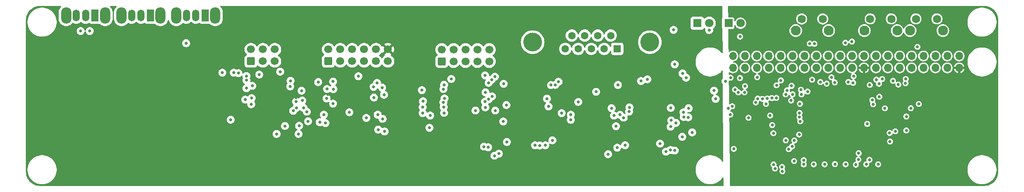
<source format=gbr>
%TF.GenerationSoftware,KiCad,Pcbnew,8.0.6*%
%TF.CreationDate,2024-10-21T13:50:09+02:00*%
%TF.ProjectId,rgb-to-hdmi,7267622d-746f-42d6-9864-6d692e6b6963,0.01*%
%TF.SameCoordinates,Original*%
%TF.FileFunction,Copper,L2,Inr*%
%TF.FilePolarity,Positive*%
%FSLAX46Y46*%
G04 Gerber Fmt 4.6, Leading zero omitted, Abs format (unit mm)*
G04 Created by KiCad (PCBNEW 8.0.6) date 2024-10-21 13:50:09*
%MOMM*%
%LPD*%
G01*
G04 APERTURE LIST*
G04 Aperture macros list*
%AMRoundRect*
0 Rectangle with rounded corners*
0 $1 Rounding radius*
0 $2 $3 $4 $5 $6 $7 $8 $9 X,Y pos of 4 corners*
0 Add a 4 corners polygon primitive as box body*
4,1,4,$2,$3,$4,$5,$6,$7,$8,$9,$2,$3,0*
0 Add four circle primitives for the rounded corners*
1,1,$1+$1,$2,$3*
1,1,$1+$1,$4,$5*
1,1,$1+$1,$6,$7*
1,1,$1+$1,$8,$9*
0 Add four rect primitives between the rounded corners*
20,1,$1+$1,$2,$3,$4,$5,0*
20,1,$1+$1,$4,$5,$6,$7,0*
20,1,$1+$1,$6,$7,$8,$9,0*
20,1,$1+$1,$8,$9,$2,$3,0*%
G04 Aperture macros list end*
%TA.AperFunction,ComponentPad*%
%ADD10C,2.100000*%
%TD*%
%TA.AperFunction,ComponentPad*%
%ADD11C,1.750000*%
%TD*%
%TA.AperFunction,ComponentPad*%
%ADD12O,1.700000X1.700000*%
%TD*%
%TA.AperFunction,ComponentPad*%
%ADD13RoundRect,0.250000X0.600000X-0.600000X0.600000X0.600000X-0.600000X0.600000X-0.600000X-0.600000X0*%
%TD*%
%TA.AperFunction,ComponentPad*%
%ADD14C,1.700000*%
%TD*%
%TA.AperFunction,ComponentPad*%
%ADD15R,1.800000X1.800000*%
%TD*%
%TA.AperFunction,ComponentPad*%
%ADD16C,1.800000*%
%TD*%
%TA.AperFunction,ComponentPad*%
%ADD17O,2.200000X3.500000*%
%TD*%
%TA.AperFunction,ComponentPad*%
%ADD18R,1.500000X2.500000*%
%TD*%
%TA.AperFunction,ComponentPad*%
%ADD19O,1.500000X2.500000*%
%TD*%
%TA.AperFunction,ComponentPad*%
%ADD20C,4.000000*%
%TD*%
%TA.AperFunction,ComponentPad*%
%ADD21R,1.600000X1.600000*%
%TD*%
%TA.AperFunction,ComponentPad*%
%ADD22C,1.600000*%
%TD*%
%TA.AperFunction,ViaPad*%
%ADD23C,0.762000*%
%TD*%
%TA.AperFunction,ViaPad*%
%ADD24C,0.660400*%
%TD*%
G04 APERTURE END LIST*
D10*
%TO.N,*%
%TO.C,SW1*%
X144587600Y-34182500D03*
X151597600Y-34182500D03*
D11*
%TO.N,GND*%
X145837600Y-31692500D03*
%TO.N,/GPIO16*%
X150337600Y-31692500D03*
%TD*%
D10*
%TO.N,*%
%TO.C,SW2*%
X159218000Y-34165200D03*
X166228000Y-34165200D03*
D11*
%TO.N,GND*%
X160468000Y-31675200D03*
%TO.N,/GPIO26*%
X164968000Y-31675200D03*
%TD*%
D10*
%TO.N,*%
%TO.C,SW3*%
X168960600Y-34165200D03*
X175970600Y-34165200D03*
D11*
%TO.N,GND*%
X170210600Y-31675200D03*
%TO.N,/GPIO19*%
X174710600Y-31675200D03*
%TD*%
D12*
%TO.N,/3V3*%
%TO.C,P1*%
X179451000Y-42140000D03*
%TO.N,/VCC*%
X179451000Y-39600000D03*
%TO.N,/GPIO2_Q00*%
X176911000Y-42140000D03*
%TO.N,/VCC*%
X176911000Y-39600000D03*
%TO.N,/GPIO3_Q01*%
X174371000Y-42140000D03*
%TO.N,GND*%
X174371000Y-39600000D03*
%TO.N,/GPIO4_Q02*%
X171831000Y-42140000D03*
%TO.N,/TxD*%
X171831000Y-39600000D03*
%TO.N,GND*%
X169291000Y-42140000D03*
%TO.N,/RxD*%
X169291000Y-39600000D03*
%TO.N,/GPIO17_psync*%
X166751000Y-42140000D03*
%TO.N,/GPIO18_Version*%
X166751000Y-39600000D03*
%TO.N,/GPIO27_genlock*%
X164211000Y-42140000D03*
%TO.N,GND*%
X164211000Y-39600000D03*
%TO.N,/GPIO22_analog*%
X161671000Y-42140000D03*
%TO.N,/GPIO23_csync*%
X161671000Y-39600000D03*
%TO.N,/3V3*%
X159131000Y-42140000D03*
%TO.N,/GPIO24_mux*%
X159131000Y-39600000D03*
%TO.N,/GPIO10_Q08*%
X156591000Y-42140000D03*
%TO.N,GND*%
X156591000Y-39600000D03*
%TO.N,/GPIO9_Q07*%
X154051000Y-42140000D03*
%TO.N,/GPIO25_mode7*%
X154051000Y-39600000D03*
%TO.N,/GPIO11_Q09*%
X151511000Y-42140000D03*
%TO.N,/GPIO8_Q06*%
X151511000Y-39600000D03*
%TO.N,GND*%
X148971000Y-42140000D03*
%TO.N,/GPIO7_Q05*%
X148971000Y-39600000D03*
%TO.N,/GPIO0_sp_data*%
X146431000Y-42140000D03*
%TO.N,/GPIO1_sp_clken*%
X146431000Y-39600000D03*
%TO.N,/GPIO5_Q03*%
X143891000Y-42140000D03*
%TO.N,GND*%
X143891000Y-39600000D03*
%TO.N,/GPIO6_Q04*%
X141351000Y-42140000D03*
%TO.N,/GPIO12_Q10*%
X141351000Y-39600000D03*
%TO.N,/GPIO13_Q11*%
X138811000Y-42140000D03*
%TO.N,GND*%
X138811000Y-39600000D03*
%TO.N,/GPIO19*%
X136271000Y-42140000D03*
%TO.N,/GPIO16*%
X136271000Y-39600000D03*
%TO.N,/GPIO26*%
X133731000Y-42140000D03*
%TO.N,/GPIO20_sp_clk*%
X133731000Y-39600000D03*
%TO.N,GND*%
X131191000Y-42140000D03*
%TO.N,/GPIO21_clk*%
X131191000Y-39600000D03*
%TD*%
D13*
%TO.N,/R1*%
%TO.C,P2*%
X44887000Y-40717600D03*
D14*
%TO.N,/B1*%
X44887000Y-38177600D03*
%TO.N,GND*%
X47427000Y-40717600D03*
%TO.N,/G2*%
X47427000Y-38177600D03*
%TO.N,/R2*%
X49967000Y-40717600D03*
%TO.N,/B2*%
X49967000Y-38177600D03*
%TO.N,/R3*%
X52507000Y-40717600D03*
%TO.N,/SYNC*%
X52507000Y-38177600D03*
%TO.N,/G3*%
X55047000Y-40717600D03*
%TO.N,/VSYNC*%
X55047000Y-38177600D03*
%TO.N,/B3*%
X57587000Y-40717600D03*
%TO.N,/VCC*%
X57587000Y-38177600D03*
%TD*%
D13*
%TO.N,unconnected-(P5-Pin_1-Pad1)*%
%TO.C,P5*%
X69067800Y-40768400D03*
D14*
%TO.N,/G1*%
X69067800Y-38228400D03*
%TO.N,/GPIO22_analog*%
X71607800Y-40768400D03*
%TO.N,/R0*%
X71607800Y-38228400D03*
%TO.N,/GPIO1_sp_clken*%
X74147800Y-40768400D03*
%TO.N,/G0*%
X74147800Y-38228400D03*
%TO.N,/GPIO0_sp_data*%
X76687800Y-40768400D03*
%TO.N,/B0*%
X76687800Y-38228400D03*
%TO.N,/GPIO24_mux*%
X79227800Y-40768400D03*
%TO.N,/GPIO25_mode7*%
X79227800Y-38228400D03*
%TD*%
D15*
%TO.N,Net-(D1-K)*%
%TO.C,D1*%
X130272000Y-32599040D03*
D16*
%TO.N,/GPIO27_genlock*%
X132812000Y-32599040D03*
%TD*%
D15*
%TO.N,Net-(D2-K)*%
%TO.C,D2*%
X123576200Y-32599040D03*
D16*
%TO.N,/GPIO25_mode7*%
X126116200Y-32599040D03*
%TD*%
D17*
%TO.N,*%
%TO.C,SW5*%
X9073000Y-30964000D03*
X773000Y-30964000D03*
D18*
%TO.N,Net-(SW5-A)*%
X6923000Y-30964000D03*
D19*
%TO.N,/R1_A*%
X4923000Y-30964000D03*
%TO.N,Net-(SW5-C)*%
X2923000Y-30964000D03*
%TD*%
D17*
%TO.N,*%
%TO.C,SW6*%
X-2738000Y-30964000D03*
X-11038000Y-30964000D03*
D18*
%TO.N,Net-(SW6-A)*%
X-4888000Y-30964000D03*
D19*
%TO.N,/B1_A*%
X-6888000Y-30964000D03*
%TO.N,Net-(SW6-C)*%
X-8888000Y-30964000D03*
%TD*%
D13*
%TO.N,GND*%
%TO.C,J1*%
X28377000Y-40717600D03*
D14*
%TO.N,/ASYNC*%
X28377000Y-38177600D03*
%TO.N,/ABLUE*%
X30917000Y-40717600D03*
%TO.N,/AGREEN*%
X30917000Y-38177600D03*
%TO.N,/ARED*%
X33457000Y-40717600D03*
%TO.N,/VCC_IN*%
X33457000Y-38177600D03*
%TD*%
D17*
%TO.N,*%
%TO.C,SW4*%
X20757000Y-30964000D03*
X12457000Y-30964000D03*
D18*
%TO.N,Net-(SW4-A)*%
X18607000Y-30964000D03*
D19*
%TO.N,/DETECT*%
X16607000Y-30964000D03*
%TO.N,Net-(SW4-C)*%
X14607000Y-30964000D03*
%TD*%
D20*
%TO.N,N/C*%
%TO.C,J2*%
X113459600Y-36649040D03*
X88459600Y-36649040D03*
D21*
%TO.N,GND*%
X106499600Y-38069040D03*
D22*
%TO.N,/R2*%
X103729600Y-38069040D03*
%TO.N,/R1*%
X100959600Y-38069040D03*
%TO.N,/G1*%
X98189600Y-38069040D03*
%TO.N,/B1*%
X95419600Y-38069040D03*
%TO.N,/G2*%
X105114600Y-35229040D03*
%TO.N,/B2*%
X102344600Y-35229040D03*
%TO.N,/SYNC*%
X99574600Y-35229040D03*
%TO.N,/VSYNC*%
X96804600Y-35229040D03*
%TD*%
D23*
%TO.N,/3V3*%
X154275005Y-35227005D03*
X158466004Y-44752000D03*
X145572598Y-50748000D03*
X156561000Y-35354000D03*
X159177861Y-57817716D03*
X178151000Y-33576000D03*
X154399619Y-45054781D03*
X146842600Y-58294400D03*
X149449000Y-59351817D03*
D24*
%TO.N,/VCC*%
X109250600Y-54586000D03*
X18666000Y-37001000D03*
X120680598Y-54586000D03*
X54067905Y-50955588D03*
X75925802Y-52706400D03*
X83037800Y-48693200D03*
X120426603Y-37669597D03*
X124430000Y-30020000D03*
X126843000Y-30020000D03*
X56786873Y-49880758D03*
X44125000Y-43410000D03*
X83088600Y-44019600D03*
X125700000Y-30020000D03*
X96576000Y-54459000D03*
X44770921Y-47793344D03*
X54081804Y-43918000D03*
X37978200Y-48439200D03*
%TO.N,GND*%
X162184200Y-62714000D03*
X28529400Y-48591600D03*
X91521400Y-48693200D03*
X160371000Y-45768000D03*
X150754200Y-62714000D03*
X152904077Y-45217654D03*
X139833758Y-56076811D03*
X76281400Y-51233200D03*
X144279138Y-57631787D03*
X38017237Y-49313805D03*
X118750200Y-41378000D03*
X140492600Y-45848400D03*
X45903000Y-49760000D03*
X51287800Y-43918000D03*
X106228000Y-54586000D03*
X35641396Y-54535200D03*
X69575800Y-51741200D03*
X139559440Y-54346617D03*
X69439000Y-46657000D03*
X152938600Y-62663198D03*
X159829287Y-54096439D03*
X42702600Y-45166600D03*
X164688998Y-57833000D03*
X146289024Y-62739200D03*
X155224606Y-62714000D03*
X157395906Y-62791240D03*
X54613092Y-48468093D03*
X45950993Y-46664988D03*
X105288200Y-50725200D03*
X43040241Y-53734845D03*
X139121000Y-52300000D03*
X34625400Y-42952800D03*
X14534000Y-36868500D03*
X80472400Y-51233200D03*
X65054600Y-49252000D03*
X145471000Y-49788000D03*
X148417400Y-62713998D03*
X94671000Y-51792000D03*
X159622800Y-62714000D03*
X69652296Y-48668687D03*
X52964200Y-52808000D03*
X122509400Y-55906800D03*
X80396198Y-44019600D03*
X130240939Y-50750718D03*
X132719184Y-35443182D03*
X118547000Y-34012000D03*
X39155115Y-47011357D03*
X33838000Y-56237000D03*
X117937400Y-50674400D03*
X49373000Y-51610000D03*
%TO.N,/SYNC*%
X112908200Y-44578400D03*
X140434326Y-48533326D03*
X142442673Y-47778772D03*
X109102475Y-50557064D03*
%TO.N,/VSYNC*%
X107887738Y-52757202D03*
X111587400Y-44934000D03*
X133654200Y-47358431D03*
X157958000Y-61721691D03*
%TO.N,/SPCLK*%
X168178600Y-52503200D03*
X168178596Y-55480588D03*
%TO.N,/R1*%
X139852533Y-62742425D03*
X96620317Y-52143274D03*
X106631500Y-45775100D03*
X131632207Y-46777402D03*
%TO.N,/B1*%
X132337400Y-47353193D03*
X98176200Y-49404400D03*
X102007300Y-47241400D03*
X141730776Y-64189744D03*
%TO.N,/G2*%
X121727378Y-50752230D03*
X130674283Y-44237537D03*
X121188600Y-44222800D03*
X146281840Y-61828826D03*
%TO.N,/R2*%
X144242000Y-62024000D03*
X133759570Y-46040191D03*
X134517800Y-52776206D03*
%TO.N,/B2*%
X129599394Y-44968394D03*
X120426600Y-43308400D03*
X121674333Y-52686444D03*
X141669810Y-63281385D03*
%TO.N,/R3*%
X115651400Y-58294400D03*
X117882922Y-54691278D03*
%TO.N,/B0*%
X136455386Y-48687546D03*
X152205720Y-44131771D03*
%TO.N,/G0*%
X160304600Y-61748800D03*
X127478000Y-48759932D03*
X131038000Y-50310801D03*
%TO.N,/R0*%
X148075930Y-44646671D03*
X137444604Y-48744000D03*
X136059200Y-49497030D03*
%TO.N,/G1*%
X140162926Y-63598280D03*
X127139563Y-46989932D03*
%TO.N,/GPIO27_genlock*%
X155163998Y-36751000D03*
X148564827Y-36997804D03*
%TO.N,/GPIO25_mode7*%
X126116200Y-34084000D03*
%TO.N,/GPIO0_sp_data*%
X143099000Y-59484000D03*
X138510909Y-48641907D03*
X145816841Y-47779060D03*
X161092000Y-49912200D03*
X80294600Y-60885200D03*
X78332484Y-43736200D03*
X44587393Y-46645604D03*
X166467000Y-45687800D03*
X78415000Y-47363700D03*
%TO.N,/GPIO20_sp_clk*%
X156561000Y-36496998D03*
X147567345Y-36950600D03*
X162403000Y-48300000D03*
X163583606Y-50758606D03*
X170531000Y-37640000D03*
%TO.N,/GPIO1_sp_clken*%
X145697698Y-46818268D03*
X143807157Y-58911858D03*
X79703822Y-44650978D03*
X81241553Y-60440764D03*
X169134000Y-50721000D03*
X79790600Y-48223182D03*
X165323998Y-44879002D03*
X160923849Y-49017461D03*
%TO.N,/GPIO17_psync*%
X162342012Y-45532910D03*
X147102078Y-47179290D03*
%TO.N,/GPIO18_Version*%
X145318600Y-56364000D03*
X143905791Y-47770156D03*
X163038000Y-44498000D03*
X143684726Y-45976242D03*
%TO.N,/GPIO22_analog*%
X142718000Y-46911000D03*
X161768000Y-44625000D03*
X79093125Y-45326168D03*
X79075400Y-48845600D03*
X136368000Y-44117000D03*
%TO.N,/GPIO24_mux*%
X138243761Y-49822461D03*
X143592508Y-49102167D03*
X141401200Y-44798800D03*
%TO.N,/GPIO21_clk*%
X132685000Y-44290800D03*
X158002769Y-60358091D03*
%TO.N,/GPIO2_Q00*%
X145563254Y-53540184D03*
%TO.N,/GPIO3_Q01*%
X145385000Y-52647403D03*
%TO.N,/GPIO4_Q02*%
X145385000Y-51737000D03*
%TO.N,/GPIO9_Q07*%
X156942000Y-43939673D03*
%TO.N,/GPIO11_Q09*%
X155799000Y-45133000D03*
%TO.N,/GPIO8_Q06*%
X156818498Y-45312669D03*
%TO.N,/GPIO5_Q03*%
X167991000Y-45387000D03*
%TO.N,/GPIO6_Q04*%
X165832000Y-55674000D03*
%TO.N,/GPIO12_Q10*%
X168047565Y-44495296D03*
%TO.N,/GPIO13_Q11*%
X164608606Y-56021406D03*
%TO.N,/GPIO23_csync*%
X149830000Y-45133000D03*
%TO.N,/AGREEN*%
X39584614Y-50645000D03*
X39327391Y-49102048D03*
%TO.N,/CLAMPLVL*%
X28661187Y-45966474D03*
X78364200Y-50572800D03*
X37369503Y-51285891D03*
X27383838Y-46484974D03*
X36759000Y-46102406D03*
X78087806Y-58933394D03*
X38537000Y-56237000D03*
X27157800Y-48896400D03*
X45895620Y-45043600D03*
%TO.N,/ASYNC*%
X65003800Y-50522000D03*
%TO.N,/ABLUE*%
X40315000Y-51487200D03*
X28427802Y-49887001D03*
X40561000Y-53537127D03*
X82981786Y-57953630D03*
X82856000Y-50064800D03*
%TO.N,/ARED*%
X88983348Y-58649041D03*
X38046686Y-50677405D03*
X91826200Y-50369600D03*
X38639981Y-54484400D03*
%TO.N,/SGREEN*%
X44489554Y-48659176D03*
X56756400Y-47866080D03*
%TO.N,/REFGYSYNC*%
X64851407Y-46877794D03*
X69394175Y-49492812D03*
%TO.N,/REFSYNC*%
X65003800Y-51792004D03*
X69474200Y-50522000D03*
%TO.N,/SPARE*%
X78955541Y-59073394D03*
X78309589Y-49337907D03*
%TO.N,/REFGYLO*%
X55271600Y-45341186D03*
X71089994Y-44498000D03*
%TO.N,/REFGYHI*%
X56349272Y-46354087D03*
X69558973Y-45754537D03*
%TO.N,/DETECT*%
X54539000Y-46204000D03*
X91165800Y-58650000D03*
X151180200Y-45474555D03*
X22281000Y-43156000D03*
X24693998Y-43156000D03*
X104577000Y-60555000D03*
X130631600Y-52104710D03*
X96598828Y-53211822D03*
X131374000Y-59412000D03*
X139476597Y-48591606D03*
X24059000Y-53189000D03*
X105821600Y-52325400D03*
%TO.N,/B3_A*%
X82174200Y-53570000D03*
X82275800Y-45543600D03*
%TO.N,/B2_A*%
X120680600Y-52604800D03*
X120375800Y-56850600D03*
%TO.N,/SYNC_A*%
X108193439Y-58645101D03*
X109047400Y-51465800D03*
%TO.N,/G2_A*%
X118754379Y-59777347D03*
X56469400Y-53011200D03*
X120645280Y-51625108D03*
X56875800Y-55703600D03*
%TO.N,/VSYNC_A*%
X107117000Y-52147600D03*
X106519992Y-59155645D03*
X66426200Y-54912200D03*
X66578600Y-52300000D03*
%TO.N,/TERM*%
X142464000Y-57579000D03*
X43921800Y-52118200D03*
X170839800Y-49832000D03*
X44277400Y-53925600D03*
%TO.N,/R3_A*%
X93997657Y-45086400D03*
X92674120Y-57607799D03*
X119007152Y-53887085D03*
X117851653Y-59659369D03*
%TO.N,/G0_A*%
X55504198Y-55318600D03*
X116870600Y-60017600D03*
X55399499Y-52118200D03*
X118039000Y-53336800D03*
%TO.N,/B1_A*%
X89997400Y-58700800D03*
X93315857Y-45767706D03*
%TO.N,/R1_A*%
X27402000Y-43863000D03*
X92385000Y-45797600D03*
%TO.N,Net-(SW5-C)*%
X36809800Y-44883200D03*
X27402000Y-44773403D03*
%TO.N,Net-(SW5-A)*%
X25684600Y-43257600D03*
X30155002Y-43562400D03*
%TO.N,Net-(SW6-C)*%
X-6040004Y-34266000D03*
X-7945000Y-34266000D03*
%TD*%
%TA.AperFunction,Conductor*%
%TO.N,/VCC*%
G36*
X57121075Y-38370593D02*
G01*
X57186901Y-38484607D01*
X57279993Y-38577699D01*
X57394007Y-38643525D01*
X57457590Y-38660562D01*
X56825625Y-39292525D01*
X56896801Y-39342363D01*
X56940426Y-39396940D01*
X56947620Y-39466438D01*
X56916097Y-39528793D01*
X56884697Y-39552992D01*
X56841427Y-39576409D01*
X56841422Y-39576412D01*
X56663761Y-39714692D01*
X56663756Y-39714697D01*
X56511284Y-39880323D01*
X56511276Y-39880334D01*
X56420808Y-40018806D01*
X56367662Y-40064162D01*
X56298431Y-40073586D01*
X56235095Y-40044084D01*
X56213192Y-40018806D01*
X56129720Y-39891043D01*
X56122722Y-39880332D01*
X56122719Y-39880329D01*
X56122715Y-39880323D01*
X55970243Y-39714697D01*
X55970238Y-39714692D01*
X55792577Y-39576412D01*
X55792578Y-39576412D01*
X55792576Y-39576411D01*
X55756070Y-39556655D01*
X55706479Y-39507436D01*
X55691371Y-39439219D01*
X55715541Y-39373664D01*
X55756070Y-39338545D01*
X55760074Y-39336378D01*
X55792576Y-39318789D01*
X55970240Y-39180506D01*
X56070093Y-39072038D01*
X56122715Y-39014876D01*
X56122715Y-39014875D01*
X56122722Y-39014868D01*
X56216749Y-38870947D01*
X56269894Y-38825594D01*
X56339125Y-38816170D01*
X56402461Y-38845672D01*
X56422131Y-38867649D01*
X56472072Y-38938973D01*
X56472073Y-38938973D01*
X57104037Y-38307009D01*
X57121075Y-38370593D01*
G37*
%TD.AperFunction*%
%TA.AperFunction,Conductor*%
G36*
X-12150626Y-28939225D02*
G01*
X-12104871Y-28992029D01*
X-12094927Y-29061187D01*
X-12123952Y-29124743D01*
X-12129984Y-29131221D01*
X-12264893Y-29266129D01*
X-12264893Y-29266130D01*
X-12264895Y-29266132D01*
X-12294973Y-29307531D01*
X-12413713Y-29470961D01*
X-12528655Y-29696547D01*
X-12606894Y-29937341D01*
X-12646500Y-30187402D01*
X-12646500Y-31740597D01*
X-12625605Y-31872520D01*
X-12606894Y-31990658D01*
X-12528656Y-32231450D01*
X-12413713Y-32457038D01*
X-12264895Y-32661868D01*
X-12085868Y-32840895D01*
X-11881038Y-32989713D01*
X-11655450Y-33104656D01*
X-11414658Y-33182894D01*
X-11285824Y-33203299D01*
X-11164597Y-33222500D01*
X-11164592Y-33222500D01*
X-10911403Y-33222500D01*
X-10800892Y-33204996D01*
X-10661342Y-33182894D01*
X-10420550Y-33104656D01*
X-10194962Y-32989713D01*
X-9990132Y-32840895D01*
X-9811105Y-32661868D01*
X-9735174Y-32557356D01*
X-9679845Y-32514691D01*
X-9610232Y-32508712D01*
X-9561971Y-32529923D01*
X-9547598Y-32540366D01*
X-9475188Y-32577261D01*
X-9371102Y-32630296D01*
X-9371100Y-32630296D01*
X-9371097Y-32630298D01*
X-9270112Y-32663110D01*
X-9182701Y-32691512D01*
X-8987051Y-32722500D01*
X-8987046Y-32722500D01*
X-8788949Y-32722500D01*
X-8593300Y-32691512D01*
X-8569953Y-32683926D01*
X-8404903Y-32630298D01*
X-8228402Y-32540366D01*
X-8068142Y-32423930D01*
X-7975681Y-32331469D01*
X-7914358Y-32297984D01*
X-7844666Y-32302968D01*
X-7800319Y-32331469D01*
X-7707858Y-32423930D01*
X-7547598Y-32540366D01*
X-7475188Y-32577261D01*
X-7371102Y-32630296D01*
X-7371100Y-32630296D01*
X-7371097Y-32630298D01*
X-7270112Y-32663110D01*
X-7182701Y-32691512D01*
X-6987051Y-32722500D01*
X-6987046Y-32722500D01*
X-6788949Y-32722500D01*
X-6593300Y-32691512D01*
X-6569953Y-32683926D01*
X-6404903Y-32630298D01*
X-6228402Y-32540366D01*
X-6198063Y-32518322D01*
X-6132260Y-32494843D01*
X-6064206Y-32510667D01*
X-6025912Y-32544331D01*
X-6001263Y-32577259D01*
X-6001262Y-32577259D01*
X-6001261Y-32577261D01*
X-5884204Y-32664889D01*
X-5771867Y-32706789D01*
X-5758497Y-32711776D01*
X-5747201Y-32715989D01*
X-5719950Y-32718918D01*
X-5686655Y-32722499D01*
X-5686638Y-32722500D01*
X-4089362Y-32722500D01*
X-4089346Y-32722499D01*
X-4054681Y-32718771D01*
X-4028799Y-32715989D01*
X-4017503Y-32711775D01*
X-3947817Y-32706789D01*
X-3886492Y-32740271D01*
X-3785868Y-32840895D01*
X-3581038Y-32989713D01*
X-3355450Y-33104656D01*
X-3114658Y-33182894D01*
X-2985824Y-33203299D01*
X-2864597Y-33222500D01*
X-2864592Y-33222500D01*
X-2611403Y-33222500D01*
X-2500892Y-33204996D01*
X-2361342Y-33182894D01*
X-2120550Y-33104656D01*
X-1894962Y-32989713D01*
X-1690132Y-32840895D01*
X-1511105Y-32661868D01*
X-1362287Y-32457038D01*
X-1247344Y-32231450D01*
X-1169106Y-31990658D01*
X-1146531Y-31848122D01*
X-1129500Y-31740597D01*
X-1129500Y-30187402D01*
X-1167630Y-29946664D01*
X-1169106Y-29937342D01*
X-1247344Y-29696550D01*
X-1362287Y-29470962D01*
X-1511105Y-29266132D01*
X-1646016Y-29131221D01*
X-1679501Y-29069898D01*
X-1674517Y-29000206D01*
X-1632645Y-28944273D01*
X-1567181Y-28919856D01*
X-1558335Y-28919540D01*
X-406665Y-28919540D01*
X-339626Y-28939225D01*
X-293871Y-28992029D01*
X-283927Y-29061187D01*
X-312952Y-29124743D01*
X-318984Y-29131221D01*
X-453893Y-29266129D01*
X-453893Y-29266130D01*
X-453895Y-29266132D01*
X-483973Y-29307531D01*
X-602713Y-29470961D01*
X-717655Y-29696547D01*
X-795894Y-29937341D01*
X-835500Y-30187402D01*
X-835500Y-31740597D01*
X-814605Y-31872520D01*
X-795894Y-31990658D01*
X-717656Y-32231450D01*
X-602713Y-32457038D01*
X-453895Y-32661868D01*
X-274868Y-32840895D01*
X-70038Y-32989713D01*
X155550Y-33104656D01*
X396342Y-33182894D01*
X525176Y-33203299D01*
X646403Y-33222500D01*
X646408Y-33222500D01*
X899597Y-33222500D01*
X1010108Y-33204996D01*
X1149658Y-33182894D01*
X1390450Y-33104656D01*
X1616038Y-32989713D01*
X1820868Y-32840895D01*
X1999895Y-32661868D01*
X2075826Y-32557356D01*
X2131155Y-32514691D01*
X2200768Y-32508712D01*
X2249029Y-32529923D01*
X2263402Y-32540366D01*
X2335812Y-32577261D01*
X2439898Y-32630296D01*
X2439900Y-32630296D01*
X2439903Y-32630298D01*
X2540888Y-32663110D01*
X2628299Y-32691512D01*
X2823949Y-32722500D01*
X2823954Y-32722500D01*
X3022051Y-32722500D01*
X3217700Y-32691512D01*
X3241047Y-32683926D01*
X3406097Y-32630298D01*
X3582598Y-32540366D01*
X3742858Y-32423930D01*
X3835319Y-32331469D01*
X3896642Y-32297984D01*
X3966334Y-32302968D01*
X4010681Y-32331469D01*
X4103142Y-32423930D01*
X4263402Y-32540366D01*
X4335812Y-32577261D01*
X4439898Y-32630296D01*
X4439900Y-32630296D01*
X4439903Y-32630298D01*
X4540888Y-32663110D01*
X4628299Y-32691512D01*
X4823949Y-32722500D01*
X4823954Y-32722500D01*
X5022051Y-32722500D01*
X5217700Y-32691512D01*
X5241047Y-32683926D01*
X5406097Y-32630298D01*
X5582598Y-32540366D01*
X5612937Y-32518322D01*
X5678740Y-32494843D01*
X5746794Y-32510667D01*
X5785088Y-32544331D01*
X5809737Y-32577259D01*
X5809738Y-32577259D01*
X5809739Y-32577261D01*
X5926796Y-32664889D01*
X6039133Y-32706789D01*
X6052503Y-32711776D01*
X6063799Y-32715989D01*
X6091050Y-32718918D01*
X6124345Y-32722499D01*
X6124362Y-32722500D01*
X7721638Y-32722500D01*
X7721654Y-32722499D01*
X7756319Y-32718771D01*
X7782201Y-32715989D01*
X7793497Y-32711775D01*
X7863183Y-32706789D01*
X7924508Y-32740271D01*
X8025132Y-32840895D01*
X8229962Y-32989713D01*
X8455550Y-33104656D01*
X8696342Y-33182894D01*
X8825176Y-33203299D01*
X8946403Y-33222500D01*
X8946408Y-33222500D01*
X9199597Y-33222500D01*
X9310108Y-33204996D01*
X9449658Y-33182894D01*
X9690450Y-33104656D01*
X9916038Y-32989713D01*
X10120868Y-32840895D01*
X10299895Y-32661868D01*
X10448713Y-32457038D01*
X10563656Y-32231450D01*
X10641894Y-31990658D01*
X10642527Y-31986663D01*
X10672456Y-31923528D01*
X10731767Y-31886596D01*
X10801630Y-31887594D01*
X10859862Y-31926203D01*
X10887473Y-31986663D01*
X10888105Y-31990658D01*
X10936673Y-32140132D01*
X10966344Y-32231450D01*
X11081287Y-32457038D01*
X11230105Y-32661868D01*
X11409132Y-32840895D01*
X11613962Y-32989713D01*
X11839550Y-33104656D01*
X12080342Y-33182894D01*
X12209176Y-33203299D01*
X12330403Y-33222500D01*
X12330408Y-33222500D01*
X12583597Y-33222500D01*
X12694108Y-33204996D01*
X12833658Y-33182894D01*
X13074450Y-33104656D01*
X13300038Y-32989713D01*
X13504868Y-32840895D01*
X13683895Y-32661868D01*
X13759826Y-32557356D01*
X13815155Y-32514691D01*
X13884768Y-32508712D01*
X13933029Y-32529923D01*
X13947402Y-32540366D01*
X14019812Y-32577261D01*
X14123898Y-32630296D01*
X14123900Y-32630296D01*
X14123903Y-32630298D01*
X14224888Y-32663110D01*
X14312299Y-32691512D01*
X14507949Y-32722500D01*
X14507954Y-32722500D01*
X14706051Y-32722500D01*
X14901700Y-32691512D01*
X14925047Y-32683926D01*
X15090097Y-32630298D01*
X15266598Y-32540366D01*
X15426858Y-32423930D01*
X15519319Y-32331469D01*
X15580642Y-32297984D01*
X15650334Y-32302968D01*
X15694681Y-32331469D01*
X15787142Y-32423930D01*
X15947402Y-32540366D01*
X16019812Y-32577261D01*
X16123898Y-32630296D01*
X16123900Y-32630296D01*
X16123903Y-32630298D01*
X16224888Y-32663110D01*
X16312299Y-32691512D01*
X16507949Y-32722500D01*
X16507954Y-32722500D01*
X16706051Y-32722500D01*
X16901700Y-32691512D01*
X16925047Y-32683926D01*
X17090097Y-32630298D01*
X17266598Y-32540366D01*
X17296937Y-32518322D01*
X17362740Y-32494843D01*
X17430794Y-32510667D01*
X17469088Y-32544331D01*
X17493737Y-32577259D01*
X17493738Y-32577259D01*
X17493739Y-32577261D01*
X17610796Y-32664889D01*
X17723133Y-32706789D01*
X17736503Y-32711776D01*
X17747799Y-32715989D01*
X17775050Y-32718918D01*
X17808345Y-32722499D01*
X17808362Y-32722500D01*
X19405638Y-32722500D01*
X19405654Y-32722499D01*
X19440319Y-32718771D01*
X19466201Y-32715989D01*
X19477497Y-32711775D01*
X19547183Y-32706789D01*
X19608508Y-32740271D01*
X19709132Y-32840895D01*
X19913962Y-32989713D01*
X20139550Y-33104656D01*
X20380342Y-33182894D01*
X20509176Y-33203299D01*
X20630403Y-33222500D01*
X20630408Y-33222500D01*
X20883597Y-33222500D01*
X20994108Y-33204996D01*
X21133658Y-33182894D01*
X21374450Y-33104656D01*
X21600038Y-32989713D01*
X21804868Y-32840895D01*
X21983895Y-32661868D01*
X22132713Y-32457038D01*
X22247656Y-32231450D01*
X22325894Y-31990658D01*
X22348469Y-31848122D01*
X22365500Y-31740597D01*
X22365500Y-31650385D01*
X122167700Y-31650385D01*
X122167700Y-33547694D01*
X122174211Y-33608242D01*
X122174211Y-33608244D01*
X122216675Y-33722091D01*
X122225311Y-33745244D01*
X122312939Y-33862301D01*
X122429996Y-33949929D01*
X122566999Y-34001029D01*
X122594250Y-34003958D01*
X122627545Y-34007539D01*
X122627562Y-34007540D01*
X124524838Y-34007540D01*
X124524854Y-34007539D01*
X124551892Y-34004631D01*
X124585401Y-34001029D01*
X124722404Y-33949929D01*
X124839461Y-33862301D01*
X124927089Y-33745244D01*
X124951597Y-33679535D01*
X124993468Y-33623603D01*
X125058933Y-33599187D01*
X125127205Y-33614039D01*
X125154924Y-33635696D01*
X125155210Y-33635387D01*
X125158974Y-33638851D01*
X125158980Y-33638858D01*
X125231824Y-33695555D01*
X125265917Y-33722091D01*
X125306730Y-33778801D01*
X125310403Y-33848574D01*
X125307686Y-33858260D01*
X125291309Y-33908663D01*
X125272880Y-34084000D01*
X125291309Y-34259337D01*
X125291310Y-34259340D01*
X125337192Y-34400552D01*
X125345789Y-34427009D01*
X125433940Y-34579691D01*
X125551909Y-34710709D01*
X125646990Y-34779790D01*
X125694541Y-34814338D01*
X125776213Y-34850700D01*
X125855600Y-34886045D01*
X126028049Y-34922700D01*
X126028050Y-34922700D01*
X126204349Y-34922700D01*
X126204351Y-34922700D01*
X126376800Y-34886045D01*
X126537860Y-34814337D01*
X126680491Y-34710709D01*
X126798460Y-34579691D01*
X126886611Y-34427009D01*
X126941091Y-34259336D01*
X126959520Y-34084000D01*
X126941091Y-33908664D01*
X126924714Y-33858260D01*
X126922719Y-33788420D01*
X126958799Y-33728587D01*
X126966465Y-33722103D01*
X127073420Y-33638858D01*
X127231514Y-33467123D01*
X127359184Y-33271709D01*
X127452949Y-33057947D01*
X127510251Y-32831666D01*
X127529527Y-32599040D01*
X127527722Y-32577261D01*
X127510251Y-32366417D01*
X127510251Y-32366414D01*
X127452949Y-32140133D01*
X127359184Y-31926371D01*
X127333198Y-31886596D01*
X127231513Y-31730955D01*
X127073423Y-31559225D01*
X127073422Y-31559224D01*
X127073420Y-31559222D01*
X126889217Y-31415850D01*
X126889215Y-31415849D01*
X126889214Y-31415848D01*
X126889211Y-31415846D01*
X126683933Y-31304756D01*
X126683930Y-31304755D01*
X126683927Y-31304753D01*
X126683921Y-31304751D01*
X126683919Y-31304750D01*
X126463154Y-31228960D01*
X126271930Y-31197051D01*
X126232912Y-31190540D01*
X125999488Y-31190540D01*
X125960470Y-31197051D01*
X125769245Y-31228960D01*
X125548480Y-31304750D01*
X125548466Y-31304756D01*
X125343188Y-31415846D01*
X125343185Y-31415848D01*
X125158981Y-31559221D01*
X125155210Y-31562693D01*
X125154490Y-31561911D01*
X125099099Y-31595187D01*
X125029261Y-31593074D01*
X124971652Y-31553540D01*
X124951597Y-31518543D01*
X124943571Y-31497027D01*
X124927089Y-31452836D01*
X124839461Y-31335779D01*
X124722404Y-31248151D01*
X124585403Y-31197051D01*
X124524854Y-31190540D01*
X124524838Y-31190540D01*
X122627562Y-31190540D01*
X122627545Y-31190540D01*
X122566997Y-31197051D01*
X122566995Y-31197051D01*
X122429995Y-31248151D01*
X122312939Y-31335779D01*
X122225311Y-31452835D01*
X122174211Y-31589835D01*
X122174211Y-31589837D01*
X122167700Y-31650385D01*
X22365500Y-31650385D01*
X22365500Y-30187402D01*
X22327370Y-29946664D01*
X22325894Y-29937342D01*
X22247656Y-29696550D01*
X22132713Y-29470962D01*
X21983895Y-29266132D01*
X21848984Y-29131221D01*
X21815499Y-29069898D01*
X21820483Y-29000206D01*
X21862355Y-28944273D01*
X21927819Y-28919856D01*
X21936665Y-28919540D01*
X128807347Y-28919540D01*
X128874386Y-28939225D01*
X128920141Y-28992029D01*
X128931345Y-29042810D01*
X128945093Y-31378795D01*
X128925803Y-31445949D01*
X128921333Y-31452427D01*
X128921111Y-31452834D01*
X128870010Y-31589838D01*
X128863500Y-31650385D01*
X128863500Y-33547694D01*
X128870011Y-33608242D01*
X128870011Y-33608244D01*
X128921111Y-33745246D01*
X128921112Y-33745247D01*
X128934831Y-33763573D01*
X128959248Y-33829037D01*
X128959562Y-33837153D01*
X128989298Y-38889573D01*
X128970008Y-38956727D01*
X128917474Y-39002792D01*
X128848376Y-39013143D01*
X128784650Y-38984492D01*
X128768353Y-38967616D01*
X128634506Y-38799777D01*
X128388256Y-38553527D01*
X128116001Y-38336412D01*
X128115999Y-38336411D01*
X127821130Y-38151132D01*
X127507382Y-38000039D01*
X127178692Y-37885025D01*
X127178684Y-37885022D01*
X126911532Y-37824047D01*
X126839171Y-37807531D01*
X126839167Y-37807530D01*
X126839158Y-37807529D01*
X126493124Y-37768540D01*
X126493120Y-37768540D01*
X126144880Y-37768540D01*
X126144875Y-37768540D01*
X125798841Y-37807529D01*
X125798829Y-37807531D01*
X125459315Y-37885022D01*
X125459307Y-37885025D01*
X125130617Y-38000039D01*
X124816869Y-38151132D01*
X124522000Y-38336411D01*
X124521998Y-38336412D01*
X124249743Y-38553527D01*
X124003487Y-38799783D01*
X123786372Y-39072038D01*
X123786371Y-39072040D01*
X123601092Y-39366909D01*
X123449999Y-39680657D01*
X123334985Y-40009347D01*
X123334982Y-40009355D01*
X123257491Y-40348869D01*
X123257489Y-40348881D01*
X123218500Y-40694915D01*
X123218500Y-41043164D01*
X123257489Y-41389198D01*
X123257490Y-41389207D01*
X123257491Y-41389211D01*
X123264938Y-41421837D01*
X123334982Y-41728724D01*
X123334985Y-41728732D01*
X123449999Y-42057422D01*
X123601092Y-42371170D01*
X123786371Y-42666039D01*
X123786372Y-42666041D01*
X124003487Y-42938296D01*
X124249743Y-43184552D01*
X124521998Y-43401667D01*
X124522001Y-43401668D01*
X124522003Y-43401670D01*
X124805031Y-43579509D01*
X124816869Y-43586947D01*
X124866458Y-43610828D01*
X125130621Y-43738042D01*
X125377488Y-43824424D01*
X125459307Y-43853054D01*
X125459315Y-43853057D01*
X125459318Y-43853057D01*
X125459319Y-43853058D01*
X125798829Y-43930549D01*
X126144876Y-43969539D01*
X126144877Y-43969540D01*
X126144880Y-43969540D01*
X126493123Y-43969540D01*
X126493123Y-43969539D01*
X126839171Y-43930549D01*
X127178681Y-43853058D01*
X127507379Y-43738042D01*
X127821133Y-43586946D01*
X128115997Y-43401670D01*
X128116001Y-43401667D01*
X128388256Y-43184552D01*
X128388258Y-43184549D01*
X128388263Y-43184546D01*
X128634506Y-42938303D01*
X128791476Y-42741467D01*
X128848662Y-42701329D01*
X128918473Y-42698479D01*
X128978743Y-42733824D01*
X129010337Y-42796143D01*
X129012419Y-42818052D01*
X129021193Y-44308801D01*
X129001903Y-44375955D01*
X128989346Y-44392502D01*
X128917135Y-44472701D01*
X128917131Y-44472706D01*
X128828982Y-44625386D01*
X128774504Y-44793053D01*
X128774503Y-44793056D01*
X128756074Y-44968394D01*
X128774503Y-45143731D01*
X128774504Y-45143734D01*
X128828116Y-45308737D01*
X128828983Y-45311403D01*
X128917134Y-45464085D01*
X128968818Y-45521486D01*
X128997151Y-45552953D01*
X129027381Y-45615944D01*
X129028999Y-45635195D01*
X129125769Y-62077192D01*
X129106479Y-62144346D01*
X129053945Y-62190411D01*
X128984847Y-62200762D01*
X128921121Y-62172111D01*
X128896777Y-62143894D01*
X128851628Y-62072040D01*
X128851627Y-62072038D01*
X128634512Y-61799783D01*
X128388256Y-61553527D01*
X128116001Y-61336412D01*
X128115999Y-61336411D01*
X127821130Y-61151132D01*
X127507382Y-61000039D01*
X127178692Y-60885025D01*
X127178684Y-60885022D01*
X126924048Y-60826903D01*
X126839171Y-60807531D01*
X126839167Y-60807530D01*
X126839158Y-60807529D01*
X126493124Y-60768540D01*
X126493120Y-60768540D01*
X126144880Y-60768540D01*
X126144875Y-60768540D01*
X125798841Y-60807529D01*
X125798829Y-60807531D01*
X125459315Y-60885022D01*
X125459307Y-60885025D01*
X125130617Y-61000039D01*
X124816869Y-61151132D01*
X124522000Y-61336411D01*
X124521998Y-61336412D01*
X124249743Y-61553527D01*
X124003487Y-61799783D01*
X123786372Y-62072038D01*
X123786371Y-62072040D01*
X123601092Y-62366909D01*
X123449999Y-62680657D01*
X123334985Y-63009347D01*
X123334982Y-63009355D01*
X123257491Y-63348869D01*
X123257489Y-63348881D01*
X123218500Y-63694915D01*
X123218500Y-64043164D01*
X123257489Y-64389198D01*
X123257491Y-64389210D01*
X123334982Y-64728724D01*
X123334985Y-64728732D01*
X123449999Y-65057422D01*
X123601092Y-65371170D01*
X123786371Y-65666039D01*
X123786372Y-65666041D01*
X124003487Y-65938296D01*
X124249743Y-66184552D01*
X124521998Y-66401667D01*
X124522001Y-66401668D01*
X124522003Y-66401670D01*
X124816867Y-66586946D01*
X125130621Y-66738042D01*
X125377488Y-66824424D01*
X125459307Y-66853054D01*
X125459315Y-66853057D01*
X125459318Y-66853057D01*
X125459319Y-66853058D01*
X125798829Y-66930549D01*
X126144876Y-66969539D01*
X126144877Y-66969540D01*
X126144880Y-66969540D01*
X126493123Y-66969540D01*
X126493123Y-66969539D01*
X126839171Y-66930549D01*
X127178681Y-66853058D01*
X127507379Y-66738042D01*
X127821133Y-66586946D01*
X128115997Y-66401670D01*
X128254252Y-66291416D01*
X128388256Y-66184552D01*
X128388258Y-66184549D01*
X128388263Y-66184546D01*
X128634506Y-65938303D01*
X128634534Y-65938269D01*
X128851627Y-65666041D01*
X128851628Y-65666039D01*
X128851630Y-65666037D01*
X128917665Y-65560942D01*
X128970000Y-65514652D01*
X129039053Y-65504004D01*
X129102902Y-65532379D01*
X129141274Y-65590768D01*
X129146657Y-65626185D01*
X129151503Y-66449458D01*
X129154914Y-67029113D01*
X129155884Y-67193810D01*
X129136594Y-67260964D01*
X129084060Y-67307029D01*
X129031886Y-67318540D01*
X-16677519Y-67318540D01*
X-16684472Y-67318345D01*
X-17004288Y-67300384D01*
X-17018106Y-67298827D01*
X-17330458Y-67245756D01*
X-17344015Y-67242662D01*
X-17648470Y-67154950D01*
X-17661594Y-67150357D01*
X-17954305Y-67029113D01*
X-17966834Y-67023080D01*
X-18244140Y-66869818D01*
X-18255906Y-66862425D01*
X-18514313Y-66679075D01*
X-18525175Y-66670412D01*
X-18761419Y-66459290D01*
X-18771251Y-66449458D01*
X-18982373Y-66213214D01*
X-18991034Y-66202354D01*
X-19174389Y-65943940D01*
X-19181779Y-65932179D01*
X-19279239Y-65755838D01*
X-19335045Y-65654866D01*
X-19341074Y-65642344D01*
X-19462318Y-65349633D01*
X-19466911Y-65336509D01*
X-19554623Y-65032054D01*
X-19557717Y-65018497D01*
X-19606950Y-64728732D01*
X-19610790Y-64706134D01*
X-19612344Y-64692337D01*
X-19630305Y-64372512D01*
X-19630500Y-64365559D01*
X-19630500Y-63694915D01*
X-19281500Y-63694915D01*
X-19281500Y-64043164D01*
X-19242511Y-64389198D01*
X-19242509Y-64389210D01*
X-19165018Y-64728724D01*
X-19165015Y-64728732D01*
X-19050001Y-65057422D01*
X-18898908Y-65371170D01*
X-18713629Y-65666039D01*
X-18713628Y-65666041D01*
X-18496513Y-65938296D01*
X-18250257Y-66184552D01*
X-17978002Y-66401667D01*
X-17977999Y-66401668D01*
X-17977997Y-66401670D01*
X-17683133Y-66586946D01*
X-17369379Y-66738042D01*
X-17122512Y-66824424D01*
X-17040693Y-66853054D01*
X-17040685Y-66853057D01*
X-17040682Y-66853057D01*
X-17040681Y-66853058D01*
X-16701171Y-66930549D01*
X-16355124Y-66969539D01*
X-16355123Y-66969540D01*
X-16355120Y-66969540D01*
X-16006877Y-66969540D01*
X-16006877Y-66969539D01*
X-15660829Y-66930549D01*
X-15321319Y-66853058D01*
X-14992621Y-66738042D01*
X-14678867Y-66586946D01*
X-14384003Y-66401670D01*
X-14245748Y-66291416D01*
X-14111744Y-66184552D01*
X-14111742Y-66184549D01*
X-14111737Y-66184546D01*
X-13865494Y-65938303D01*
X-13865466Y-65938269D01*
X-13648373Y-65666041D01*
X-13648372Y-65666039D01*
X-13648370Y-65666037D01*
X-13463094Y-65371173D01*
X-13311998Y-65057419D01*
X-13196982Y-64728721D01*
X-13119491Y-64389211D01*
X-13080500Y-64043160D01*
X-13080500Y-63694920D01*
X-13119491Y-63348869D01*
X-13196982Y-63009359D01*
X-13311998Y-62680661D01*
X-13463094Y-62366907D01*
X-13648370Y-62072043D01*
X-13648372Y-62072040D01*
X-13648373Y-62072038D01*
X-13865488Y-61799783D01*
X-14111744Y-61553527D01*
X-14383999Y-61336412D01*
X-14384001Y-61336411D01*
X-14678870Y-61151132D01*
X-14992618Y-61000039D01*
X-15320808Y-60885200D01*
X79451280Y-60885200D01*
X79469709Y-61060537D01*
X79469710Y-61060540D01*
X79509079Y-61181707D01*
X79524189Y-61228209D01*
X79612340Y-61380891D01*
X79730309Y-61511909D01*
X79787591Y-61553527D01*
X79872941Y-61615538D01*
X79962293Y-61655319D01*
X80034000Y-61687245D01*
X80206449Y-61723900D01*
X80206450Y-61723900D01*
X80382749Y-61723900D01*
X80382751Y-61723900D01*
X80555200Y-61687245D01*
X80716260Y-61615537D01*
X80858891Y-61511909D01*
X80976860Y-61380891D01*
X81003269Y-61335148D01*
X81053834Y-61286933D01*
X81122441Y-61273709D01*
X81136437Y-61275858D01*
X81153402Y-61279464D01*
X81329702Y-61279464D01*
X81329704Y-61279464D01*
X81502153Y-61242809D01*
X81663213Y-61171101D01*
X81805844Y-61067473D01*
X81923813Y-60936455D01*
X82011964Y-60783773D01*
X82066444Y-60616100D01*
X82072866Y-60555000D01*
X103733680Y-60555000D01*
X103752109Y-60730337D01*
X103752110Y-60730340D01*
X103769471Y-60783773D01*
X103806589Y-60898009D01*
X103894740Y-61050691D01*
X103909849Y-61067471D01*
X104003157Y-61171101D01*
X104012709Y-61181709D01*
X104096806Y-61242809D01*
X104155341Y-61285338D01*
X104244693Y-61325119D01*
X104316400Y-61357045D01*
X104488849Y-61393700D01*
X104488850Y-61393700D01*
X104665149Y-61393700D01*
X104665151Y-61393700D01*
X104837600Y-61357045D01*
X104966854Y-61299497D01*
X104998658Y-61285338D01*
X104998658Y-61285337D01*
X104998660Y-61285337D01*
X105141291Y-61181709D01*
X105259260Y-61050691D01*
X105347411Y-60898009D01*
X105401891Y-60730336D01*
X105420320Y-60555000D01*
X105401891Y-60379664D01*
X105347411Y-60211991D01*
X105259260Y-60059309D01*
X105221705Y-60017600D01*
X116027280Y-60017600D01*
X116045709Y-60192937D01*
X116045710Y-60192940D01*
X116071735Y-60273038D01*
X116100189Y-60360609D01*
X116188340Y-60513291D01*
X116306309Y-60644309D01*
X116396530Y-60709859D01*
X116448941Y-60747938D01*
X116538293Y-60787719D01*
X116610000Y-60819645D01*
X116782449Y-60856300D01*
X116782450Y-60856300D01*
X116958749Y-60856300D01*
X116958751Y-60856300D01*
X117131200Y-60819645D01*
X117292260Y-60747937D01*
X117434891Y-60644309D01*
X117550298Y-60516135D01*
X117609784Y-60479487D01*
X117668228Y-60477818D01*
X117763502Y-60498069D01*
X117763503Y-60498069D01*
X117939802Y-60498069D01*
X117939804Y-60498069D01*
X118112253Y-60461414D01*
X118144059Y-60447252D01*
X118213307Y-60437966D01*
X118267379Y-60460212D01*
X118315185Y-60494945D01*
X118332720Y-60507685D01*
X118410226Y-60542192D01*
X118493779Y-60579392D01*
X118666228Y-60616047D01*
X118666229Y-60616047D01*
X118842528Y-60616047D01*
X118842530Y-60616047D01*
X119014979Y-60579392D01*
X119157055Y-60516136D01*
X119176037Y-60507685D01*
X119176037Y-60507684D01*
X119176039Y-60507684D01*
X119318670Y-60404056D01*
X119436639Y-60273038D01*
X119524790Y-60120356D01*
X119579270Y-59952683D01*
X119597699Y-59777347D01*
X119579270Y-59602011D01*
X119524790Y-59434338D01*
X119436639Y-59281656D01*
X119318670Y-59150638D01*
X119244080Y-59096445D01*
X119176037Y-59047008D01*
X119014977Y-58975301D01*
X118889078Y-58948541D01*
X118842530Y-58938647D01*
X118666228Y-58938647D01*
X118629574Y-58946438D01*
X118493780Y-58975301D01*
X118493775Y-58975303D01*
X118461969Y-58989464D01*
X118392719Y-58998748D01*
X118338650Y-58976502D01*
X118279317Y-58933394D01*
X118273311Y-58929030D01*
X118112251Y-58857323D01*
X117961765Y-58825337D01*
X117939804Y-58820669D01*
X117763502Y-58820669D01*
X117741541Y-58825337D01*
X117591054Y-58857323D01*
X117591053Y-58857323D01*
X117429994Y-58929030D01*
X117287360Y-59032661D01*
X117171953Y-59160833D01*
X117112467Y-59197481D01*
X117054024Y-59199150D01*
X116958751Y-59178900D01*
X116782449Y-59178900D01*
X116745795Y-59186691D01*
X116610001Y-59215554D01*
X116610000Y-59215554D01*
X116448941Y-59287261D01*
X116306307Y-59390892D01*
X116188339Y-59521910D01*
X116100188Y-59674592D01*
X116045710Y-59842259D01*
X116045709Y-59842262D01*
X116027280Y-60017600D01*
X105221705Y-60017600D01*
X105141291Y-59928291D01*
X105022879Y-59842259D01*
X104998658Y-59824661D01*
X104837598Y-59752954D01*
X104711699Y-59726194D01*
X104665151Y-59716300D01*
X104488849Y-59716300D01*
X104452195Y-59724091D01*
X104316401Y-59752954D01*
X104316400Y-59752954D01*
X104155341Y-59824661D01*
X104012707Y-59928292D01*
X103894739Y-60059310D01*
X103806588Y-60211992D01*
X103752110Y-60379659D01*
X103752109Y-60379662D01*
X103733680Y-60555000D01*
X82072866Y-60555000D01*
X82084873Y-60440764D01*
X82066444Y-60265428D01*
X82011964Y-60097755D01*
X81923813Y-59945073D01*
X81805844Y-59814055D01*
X81748090Y-59772094D01*
X81663211Y-59710425D01*
X81502151Y-59638718D01*
X81376252Y-59611958D01*
X81329704Y-59602064D01*
X81153402Y-59602064D01*
X81116748Y-59609855D01*
X80980954Y-59638718D01*
X80980953Y-59638718D01*
X80819894Y-59710425D01*
X80677260Y-59814056D01*
X80559295Y-59945070D01*
X80559288Y-59945079D01*
X80532882Y-59990816D01*
X80482315Y-60039031D01*
X80413707Y-60052253D01*
X80399715Y-60050105D01*
X80382755Y-60046500D01*
X80382751Y-60046500D01*
X80206449Y-60046500D01*
X80189489Y-60050105D01*
X80034001Y-60083154D01*
X80034000Y-60083154D01*
X79872941Y-60154861D01*
X79730307Y-60258492D01*
X79612339Y-60389510D01*
X79524188Y-60542192D01*
X79469710Y-60709859D01*
X79469709Y-60709862D01*
X79451280Y-60885200D01*
X-15320808Y-60885200D01*
X-15321308Y-60885025D01*
X-15321316Y-60885022D01*
X-15575952Y-60826903D01*
X-15660829Y-60807531D01*
X-15660833Y-60807530D01*
X-15660842Y-60807529D01*
X-16006876Y-60768540D01*
X-16006880Y-60768540D01*
X-16355120Y-60768540D01*
X-16355125Y-60768540D01*
X-16701159Y-60807529D01*
X-16701171Y-60807531D01*
X-17040685Y-60885022D01*
X-17040693Y-60885025D01*
X-17369383Y-61000039D01*
X-17683131Y-61151132D01*
X-17978000Y-61336411D01*
X-17978002Y-61336412D01*
X-18250257Y-61553527D01*
X-18496513Y-61799783D01*
X-18713628Y-62072038D01*
X-18713629Y-62072040D01*
X-18898908Y-62366909D01*
X-19050001Y-62680657D01*
X-19165015Y-63009347D01*
X-19165018Y-63009355D01*
X-19242509Y-63348869D01*
X-19242511Y-63348881D01*
X-19281500Y-63694915D01*
X-19630500Y-63694915D01*
X-19630500Y-58933394D01*
X77244486Y-58933394D01*
X77262915Y-59108731D01*
X77262916Y-59108734D01*
X77317182Y-59275750D01*
X77317395Y-59276403D01*
X77405546Y-59429085D01*
X77523515Y-59560103D01*
X77581196Y-59602011D01*
X77666147Y-59663732D01*
X77747835Y-59700101D01*
X77827206Y-59735439D01*
X77999655Y-59772094D01*
X77999656Y-59772094D01*
X78175955Y-59772094D01*
X78175957Y-59772094D01*
X78348406Y-59735439D01*
X78348419Y-59735433D01*
X78351521Y-59734426D01*
X78353429Y-59734371D01*
X78354763Y-59734088D01*
X78354814Y-59734331D01*
X78421362Y-59732427D01*
X78462732Y-59752038D01*
X78533878Y-59803729D01*
X78533880Y-59803731D01*
X78580895Y-59824663D01*
X78694941Y-59875439D01*
X78867390Y-59912094D01*
X78867391Y-59912094D01*
X79043690Y-59912094D01*
X79043692Y-59912094D01*
X79216141Y-59875439D01*
X79345395Y-59817891D01*
X79377199Y-59803732D01*
X79377199Y-59803731D01*
X79377201Y-59803731D01*
X79519832Y-59700103D01*
X79637801Y-59569085D01*
X79725952Y-59416403D01*
X79780432Y-59248730D01*
X79798861Y-59073394D01*
X79780432Y-58898058D01*
X79725952Y-58730385D01*
X79637801Y-58577703D01*
X79531582Y-58459735D01*
X79519833Y-58446686D01*
X79507470Y-58437704D01*
X79469125Y-58409844D01*
X79377199Y-58343055D01*
X79216139Y-58271348D01*
X79090240Y-58244588D01*
X79043692Y-58234694D01*
X78867390Y-58234694D01*
X78820841Y-58244588D01*
X78694943Y-58271348D01*
X78691811Y-58272366D01*
X78689900Y-58272420D01*
X78688585Y-58272700D01*
X78688533Y-58272459D01*
X78621969Y-58274356D01*
X78580616Y-58254750D01*
X78509467Y-58203057D01*
X78509466Y-58203056D01*
X78348404Y-58131348D01*
X78217330Y-58103488D01*
X78175957Y-58094694D01*
X77999655Y-58094694D01*
X77963001Y-58102485D01*
X77827207Y-58131348D01*
X77827206Y-58131348D01*
X77666147Y-58203055D01*
X77523513Y-58306686D01*
X77405545Y-58437704D01*
X77317394Y-58590386D01*
X77262916Y-58758053D01*
X77262915Y-58758056D01*
X77244486Y-58933394D01*
X-19630500Y-58933394D01*
X-19630500Y-57953630D01*
X82138466Y-57953630D01*
X82156895Y-58128967D01*
X82156896Y-58128970D01*
X82210647Y-58294400D01*
X82211375Y-58296639D01*
X82299526Y-58449321D01*
X82393994Y-58554239D01*
X82415121Y-58577703D01*
X82417495Y-58580339D01*
X82490080Y-58633075D01*
X82560127Y-58683968D01*
X82649479Y-58723749D01*
X82721186Y-58755675D01*
X82893635Y-58792330D01*
X82893636Y-58792330D01*
X83069935Y-58792330D01*
X83069937Y-58792330D01*
X83242386Y-58755675D01*
X83403446Y-58683967D01*
X83451517Y-58649041D01*
X88140028Y-58649041D01*
X88158457Y-58824378D01*
X88158458Y-58824381D01*
X88212096Y-58989464D01*
X88212937Y-58992050D01*
X88301088Y-59144732D01*
X88367486Y-59218474D01*
X88415923Y-59272270D01*
X88419057Y-59275750D01*
X88475995Y-59317118D01*
X88561689Y-59379379D01*
X88644844Y-59416401D01*
X88722748Y-59451086D01*
X88895197Y-59487741D01*
X88895198Y-59487741D01*
X89071497Y-59487741D01*
X89071499Y-59487741D01*
X89243948Y-59451086D01*
X89401296Y-59381030D01*
X89470543Y-59371746D01*
X89524615Y-59393992D01*
X89575741Y-59431138D01*
X89622700Y-59452045D01*
X89736800Y-59502845D01*
X89909249Y-59539500D01*
X89909250Y-59539500D01*
X90085549Y-59539500D01*
X90085551Y-59539500D01*
X90258000Y-59502845D01*
X90419060Y-59431137D01*
X90543675Y-59340598D01*
X90609479Y-59317118D01*
X90677533Y-59332943D01*
X90689438Y-59340593D01*
X90689446Y-59340599D01*
X90744141Y-59380338D01*
X90825142Y-59416401D01*
X90905200Y-59452045D01*
X91077649Y-59488700D01*
X91077650Y-59488700D01*
X91253949Y-59488700D01*
X91253951Y-59488700D01*
X91426400Y-59452045D01*
X91587460Y-59380337D01*
X91730091Y-59276709D01*
X91839097Y-59155645D01*
X105676672Y-59155645D01*
X105695101Y-59330982D01*
X105695102Y-59330985D01*
X105746346Y-59488700D01*
X105749581Y-59498654D01*
X105837732Y-59651336D01*
X105955701Y-59782354D01*
X106013934Y-59824663D01*
X106098333Y-59885983D01*
X106156981Y-59912094D01*
X106259392Y-59957690D01*
X106431841Y-59994345D01*
X106431842Y-59994345D01*
X106608141Y-59994345D01*
X106608143Y-59994345D01*
X106780592Y-59957690D01*
X106941652Y-59885982D01*
X107084283Y-59782354D01*
X107202252Y-59651336D01*
X107290403Y-59498654D01*
X107344883Y-59330981D01*
X107351054Y-59272266D01*
X107377637Y-59207655D01*
X107434935Y-59167670D01*
X107504754Y-59165010D01*
X107564927Y-59200519D01*
X107566524Y-59202259D01*
X107608367Y-59248731D01*
X107629148Y-59271810D01*
X107710591Y-59330982D01*
X107771780Y-59375439D01*
X107813452Y-59393992D01*
X107932839Y-59447146D01*
X108105288Y-59483801D01*
X108105289Y-59483801D01*
X108281588Y-59483801D01*
X108281590Y-59483801D01*
X108454039Y-59447146D01*
X108615099Y-59375438D01*
X108757730Y-59271810D01*
X108875699Y-59140792D01*
X108963850Y-58988110D01*
X109018330Y-58820437D01*
X109036759Y-58645101D01*
X109018330Y-58469765D01*
X108963850Y-58302092D01*
X108959409Y-58294400D01*
X114808080Y-58294400D01*
X114826509Y-58469737D01*
X114826510Y-58469740D01*
X114880444Y-58635734D01*
X114880989Y-58637409D01*
X114969140Y-58790091D01*
X115087109Y-58921109D01*
X115179325Y-58988108D01*
X115229741Y-59024738D01*
X115279766Y-59047010D01*
X115390800Y-59096445D01*
X115563249Y-59133100D01*
X115563250Y-59133100D01*
X115739549Y-59133100D01*
X115739551Y-59133100D01*
X115912000Y-59096445D01*
X116073060Y-59024737D01*
X116215691Y-58921109D01*
X116333660Y-58790091D01*
X116421811Y-58637409D01*
X116476291Y-58469736D01*
X116494720Y-58294400D01*
X116476291Y-58119064D01*
X116421811Y-57951391D01*
X116333660Y-57798709D01*
X116215691Y-57667691D01*
X116137143Y-57610622D01*
X116073058Y-57564061D01*
X115911998Y-57492354D01*
X115750089Y-57457940D01*
X115739551Y-57455700D01*
X115563249Y-57455700D01*
X115552711Y-57457940D01*
X115390801Y-57492354D01*
X115390800Y-57492354D01*
X115229741Y-57564061D01*
X115087107Y-57667692D01*
X114969139Y-57798710D01*
X114880988Y-57951392D01*
X114826510Y-58119059D01*
X114826509Y-58119062D01*
X114808080Y-58294400D01*
X108959409Y-58294400D01*
X108875699Y-58149410D01*
X108762141Y-58023291D01*
X108757731Y-58018393D01*
X108741506Y-58006605D01*
X108671646Y-57955848D01*
X108615097Y-57914762D01*
X108454037Y-57843055D01*
X108300126Y-57810341D01*
X108281590Y-57806401D01*
X108105288Y-57806401D01*
X108086752Y-57810341D01*
X107932840Y-57843055D01*
X107932839Y-57843055D01*
X107771780Y-57914762D01*
X107629146Y-58018393D01*
X107511178Y-58149411D01*
X107423027Y-58302093D01*
X107368549Y-58469760D01*
X107368548Y-58469762D01*
X107362377Y-58528477D01*
X107335791Y-58593092D01*
X107278493Y-58633075D01*
X107208674Y-58635734D01*
X107148501Y-58600224D01*
X107146906Y-58598486D01*
X107084284Y-58528937D01*
X106941650Y-58425306D01*
X106780590Y-58353599D01*
X106654691Y-58326839D01*
X106608143Y-58316945D01*
X106431841Y-58316945D01*
X106395187Y-58324736D01*
X106259393Y-58353599D01*
X106259392Y-58353599D01*
X106098333Y-58425306D01*
X105955699Y-58528937D01*
X105837731Y-58659955D01*
X105749580Y-58812637D01*
X105695102Y-58980304D01*
X105695101Y-58980307D01*
X105676672Y-59155645D01*
X91839097Y-59155645D01*
X91848060Y-59145691D01*
X91936211Y-58993009D01*
X91990691Y-58825336D01*
X92009120Y-58650000D01*
X91990691Y-58474664D01*
X91969662Y-58409943D01*
X91967667Y-58340102D01*
X92003747Y-58280269D01*
X92066448Y-58249441D01*
X92135863Y-58257406D01*
X92160475Y-58271305D01*
X92208273Y-58306032D01*
X92252461Y-58338137D01*
X92341813Y-58377918D01*
X92413520Y-58409844D01*
X92585969Y-58446499D01*
X92585970Y-58446499D01*
X92762269Y-58446499D01*
X92762271Y-58446499D01*
X92934720Y-58409844D01*
X93095780Y-58338136D01*
X93238411Y-58234508D01*
X93356380Y-58103490D01*
X93444531Y-57950808D01*
X93499011Y-57783135D01*
X93517440Y-57607799D01*
X93499011Y-57432463D01*
X93444531Y-57264790D01*
X93356380Y-57112108D01*
X93238411Y-56981090D01*
X93190867Y-56946547D01*
X93095778Y-56877460D01*
X93035448Y-56850600D01*
X119532480Y-56850600D01*
X119550909Y-57025937D01*
X119550910Y-57025940D01*
X119591734Y-57151585D01*
X119605389Y-57193609D01*
X119693540Y-57346291D01*
X119811509Y-57477309D01*
X119906596Y-57546394D01*
X119954141Y-57580938D01*
X120014473Y-57607799D01*
X120115200Y-57652645D01*
X120287649Y-57689300D01*
X120287650Y-57689300D01*
X120463949Y-57689300D01*
X120463951Y-57689300D01*
X120636400Y-57652645D01*
X120797460Y-57580937D01*
X120940091Y-57477309D01*
X121058060Y-57346291D01*
X121146211Y-57193609D01*
X121200691Y-57025936D01*
X121219120Y-56850600D01*
X121200691Y-56675264D01*
X121146211Y-56507591D01*
X121058060Y-56354909D01*
X120940091Y-56223891D01*
X120848437Y-56157300D01*
X120797458Y-56120261D01*
X120636398Y-56048554D01*
X120473007Y-56013825D01*
X120463951Y-56011900D01*
X120287649Y-56011900D01*
X120278593Y-56013825D01*
X120115201Y-56048554D01*
X120115200Y-56048554D01*
X119954141Y-56120261D01*
X119811507Y-56223892D01*
X119693539Y-56354910D01*
X119605388Y-56507592D01*
X119550910Y-56675259D01*
X119550909Y-56675262D01*
X119532480Y-56850600D01*
X93035448Y-56850600D01*
X92934718Y-56805753D01*
X92808819Y-56778993D01*
X92762271Y-56769099D01*
X92585969Y-56769099D01*
X92549315Y-56776890D01*
X92413521Y-56805753D01*
X92413520Y-56805753D01*
X92252461Y-56877460D01*
X92109827Y-56981091D01*
X91991859Y-57112109D01*
X91903708Y-57264791D01*
X91849230Y-57432458D01*
X91849229Y-57432461D01*
X91830800Y-57607799D01*
X91849229Y-57783136D01*
X91849231Y-57783142D01*
X91870257Y-57847856D01*
X91872252Y-57917697D01*
X91836171Y-57977530D01*
X91773469Y-58008357D01*
X91704055Y-58000392D01*
X91679440Y-57986491D01*
X91667106Y-57977530D01*
X91637264Y-57955848D01*
X91587458Y-57919661D01*
X91426398Y-57847954D01*
X91300499Y-57821194D01*
X91253951Y-57811300D01*
X91077649Y-57811300D01*
X91040995Y-57819091D01*
X90905201Y-57847954D01*
X90905200Y-57847954D01*
X90744141Y-57919661D01*
X90619526Y-58010201D01*
X90553719Y-58033681D01*
X90485665Y-58017856D01*
X90473758Y-58010203D01*
X90441121Y-57986491D01*
X90419058Y-57970461D01*
X90257998Y-57898754D01*
X90132099Y-57871994D01*
X90085551Y-57862100D01*
X89909249Y-57862100D01*
X89872595Y-57869891D01*
X89736801Y-57898754D01*
X89736800Y-57898754D01*
X89579453Y-57968810D01*
X89510203Y-57978094D01*
X89456133Y-57955848D01*
X89405009Y-57918704D01*
X89405008Y-57918703D01*
X89243946Y-57846995D01*
X89118047Y-57820235D01*
X89071499Y-57810341D01*
X88895197Y-57810341D01*
X88858543Y-57818132D01*
X88722749Y-57846995D01*
X88722748Y-57846995D01*
X88561689Y-57918702D01*
X88419055Y-58022333D01*
X88301087Y-58153351D01*
X88212936Y-58306033D01*
X88158458Y-58473700D01*
X88158457Y-58473703D01*
X88140028Y-58649041D01*
X83451517Y-58649041D01*
X83546077Y-58580339D01*
X83664046Y-58449321D01*
X83752197Y-58296639D01*
X83806677Y-58128966D01*
X83825106Y-57953630D01*
X83806677Y-57778294D01*
X83752197Y-57610621D01*
X83664046Y-57457939D01*
X83546077Y-57326921D01*
X83460563Y-57264791D01*
X83403444Y-57223291D01*
X83242384Y-57151584D01*
X83116485Y-57124824D01*
X83069937Y-57114930D01*
X82893635Y-57114930D01*
X82856981Y-57122721D01*
X82721187Y-57151584D01*
X82721186Y-57151584D01*
X82560127Y-57223291D01*
X82417493Y-57326922D01*
X82299525Y-57457940D01*
X82211374Y-57610622D01*
X82156896Y-57778289D01*
X82156895Y-57778292D01*
X82138466Y-57953630D01*
X-19630500Y-57953630D01*
X-19630500Y-56237000D01*
X32994680Y-56237000D01*
X33013109Y-56412337D01*
X33013110Y-56412340D01*
X33055336Y-56542300D01*
X33067589Y-56580009D01*
X33155740Y-56732691D01*
X33273709Y-56863709D01*
X33368796Y-56932794D01*
X33416341Y-56967338D01*
X33505693Y-57007119D01*
X33577400Y-57039045D01*
X33749849Y-57075700D01*
X33749850Y-57075700D01*
X33926149Y-57075700D01*
X33926151Y-57075700D01*
X34098600Y-57039045D01*
X34259660Y-56967337D01*
X34402291Y-56863709D01*
X34520260Y-56732691D01*
X34608411Y-56580009D01*
X34662891Y-56412336D01*
X34681320Y-56237000D01*
X37693680Y-56237000D01*
X37712109Y-56412337D01*
X37712110Y-56412340D01*
X37754336Y-56542300D01*
X37766589Y-56580009D01*
X37854740Y-56732691D01*
X37972709Y-56863709D01*
X38067796Y-56932794D01*
X38115341Y-56967338D01*
X38204693Y-57007119D01*
X38276400Y-57039045D01*
X38448849Y-57075700D01*
X38448850Y-57075700D01*
X38625149Y-57075700D01*
X38625151Y-57075700D01*
X38797600Y-57039045D01*
X38958660Y-56967337D01*
X39101291Y-56863709D01*
X39219260Y-56732691D01*
X39307411Y-56580009D01*
X39361891Y-56412336D01*
X39380320Y-56237000D01*
X39361891Y-56061664D01*
X39307411Y-55893991D01*
X39219260Y-55741309D01*
X39101291Y-55610291D01*
X38958660Y-55506663D01*
X38958656Y-55506660D01*
X38936741Y-55496903D01*
X38883504Y-55451653D01*
X38863183Y-55384804D01*
X38881939Y-55318600D01*
X54660878Y-55318600D01*
X54679307Y-55493937D01*
X54679308Y-55493940D01*
X54693919Y-55538909D01*
X54733787Y-55661609D01*
X54821938Y-55814291D01*
X54939907Y-55945309D01*
X55031561Y-56011900D01*
X55082539Y-56048938D01*
X55142476Y-56075623D01*
X55243598Y-56120645D01*
X55416047Y-56157300D01*
X55416048Y-56157300D01*
X55592347Y-56157300D01*
X55592349Y-56157300D01*
X55764798Y-56120645D01*
X55925858Y-56048937D01*
X55941867Y-56037305D01*
X56007672Y-56013825D01*
X56075726Y-56029649D01*
X56122140Y-56075623D01*
X56125901Y-56082137D01*
X56193540Y-56199291D01*
X56311509Y-56330309D01*
X56406596Y-56399394D01*
X56454141Y-56433938D01*
X56543493Y-56473719D01*
X56615200Y-56505645D01*
X56787649Y-56542300D01*
X56787650Y-56542300D01*
X56963949Y-56542300D01*
X56963951Y-56542300D01*
X57136400Y-56505645D01*
X57297460Y-56433937D01*
X57440091Y-56330309D01*
X57558060Y-56199291D01*
X57646211Y-56046609D01*
X57691637Y-55906800D01*
X121666080Y-55906800D01*
X121684509Y-56082137D01*
X121684510Y-56082140D01*
X121730567Y-56223891D01*
X121738989Y-56249809D01*
X121827140Y-56402491D01*
X121945109Y-56533509D01*
X122040196Y-56602594D01*
X122087741Y-56637138D01*
X122173364Y-56675259D01*
X122248800Y-56708845D01*
X122421249Y-56745500D01*
X122421250Y-56745500D01*
X122597549Y-56745500D01*
X122597551Y-56745500D01*
X122770000Y-56708845D01*
X122931060Y-56637137D01*
X123073691Y-56533509D01*
X123191660Y-56402491D01*
X123279811Y-56249809D01*
X123334291Y-56082136D01*
X123352720Y-55906800D01*
X123334291Y-55731464D01*
X123279811Y-55563791D01*
X123191660Y-55411109D01*
X123073691Y-55280091D01*
X122983742Y-55214739D01*
X122931058Y-55176461D01*
X122769998Y-55104754D01*
X122638914Y-55076892D01*
X122597551Y-55068100D01*
X122421249Y-55068100D01*
X122384595Y-55075891D01*
X122248801Y-55104754D01*
X122248800Y-55104754D01*
X122087741Y-55176461D01*
X121945107Y-55280092D01*
X121827139Y-55411110D01*
X121738988Y-55563792D01*
X121684510Y-55731459D01*
X121684509Y-55731462D01*
X121666080Y-55906800D01*
X57691637Y-55906800D01*
X57700691Y-55878936D01*
X57719120Y-55703600D01*
X57700691Y-55528264D01*
X57646211Y-55360591D01*
X57558060Y-55207909D01*
X57440091Y-55076891D01*
X57313473Y-54984897D01*
X57297458Y-54973261D01*
X57160310Y-54912200D01*
X65582880Y-54912200D01*
X65601309Y-55087537D01*
X65601310Y-55087540D01*
X65642639Y-55214739D01*
X65655789Y-55255209D01*
X65743940Y-55407891D01*
X65820863Y-55493323D01*
X65853867Y-55529978D01*
X65861909Y-55538909D01*
X65956996Y-55607994D01*
X66004541Y-55642538D01*
X66093893Y-55682319D01*
X66165600Y-55714245D01*
X66338049Y-55750900D01*
X66338050Y-55750900D01*
X66514349Y-55750900D01*
X66514351Y-55750900D01*
X66686800Y-55714245D01*
X66847860Y-55642537D01*
X66990491Y-55538909D01*
X67108460Y-55407891D01*
X67196611Y-55255209D01*
X67251091Y-55087536D01*
X67269520Y-54912200D01*
X67251091Y-54736864D01*
X67202073Y-54586000D01*
X105384680Y-54586000D01*
X105403109Y-54761337D01*
X105403110Y-54761340D01*
X105448668Y-54901555D01*
X105457589Y-54929009D01*
X105545740Y-55081691D01*
X105663709Y-55212709D01*
X105744387Y-55271325D01*
X105806341Y-55316338D01*
X105853300Y-55337245D01*
X105967400Y-55388045D01*
X106139849Y-55424700D01*
X106139850Y-55424700D01*
X106316149Y-55424700D01*
X106316151Y-55424700D01*
X106488600Y-55388045D01*
X106649660Y-55316337D01*
X106792291Y-55212709D01*
X106910260Y-55081691D01*
X106998411Y-54929009D01*
X107052891Y-54761336D01*
X107060255Y-54691278D01*
X117039602Y-54691278D01*
X117058031Y-54866615D01*
X117058032Y-54866618D01*
X117111407Y-55030891D01*
X117112511Y-55034287D01*
X117200662Y-55186969D01*
X117295130Y-55291887D01*
X117318264Y-55317580D01*
X117318631Y-55317987D01*
X117395588Y-55373900D01*
X117461263Y-55421616D01*
X117528729Y-55451653D01*
X117622322Y-55493323D01*
X117794771Y-55529978D01*
X117794772Y-55529978D01*
X117971071Y-55529978D01*
X117971073Y-55529978D01*
X118143522Y-55493323D01*
X118304582Y-55421615D01*
X118447213Y-55317987D01*
X118565182Y-55186969D01*
X118653333Y-55034287D01*
X118707813Y-54866614D01*
X118712511Y-54821912D01*
X118739094Y-54757301D01*
X118796391Y-54717315D01*
X118861609Y-54713586D01*
X118919001Y-54725785D01*
X118919003Y-54725785D01*
X119095301Y-54725785D01*
X119095303Y-54725785D01*
X119267752Y-54689130D01*
X119428812Y-54617422D01*
X119571443Y-54513794D01*
X119689412Y-54382776D01*
X119777563Y-54230094D01*
X119832043Y-54062421D01*
X119850472Y-53887085D01*
X119832043Y-53711749D01*
X119777563Y-53544076D01*
X119689412Y-53391394D01*
X119571443Y-53260376D01*
X119523899Y-53225833D01*
X119428810Y-53156746D01*
X119267750Y-53085039D01*
X119129896Y-53055738D01*
X119095303Y-53048385D01*
X118919001Y-53048385D01*
X118912522Y-53048385D01*
X118845483Y-53028700D01*
X118805135Y-52986385D01*
X118803375Y-52983336D01*
X118721260Y-52841109D01*
X118603291Y-52710091D01*
X118510961Y-52643009D01*
X118460658Y-52606461D01*
X118299598Y-52534754D01*
X118139571Y-52500740D01*
X118127151Y-52498100D01*
X117950849Y-52498100D01*
X117938448Y-52500736D01*
X117778401Y-52534754D01*
X117778400Y-52534754D01*
X117617341Y-52606461D01*
X117474707Y-52710092D01*
X117356739Y-52841110D01*
X117268588Y-52993792D01*
X117214110Y-53161459D01*
X117214109Y-53161462D01*
X117195680Y-53336800D01*
X117214109Y-53512137D01*
X117214110Y-53512140D01*
X117229500Y-53559507D01*
X117268589Y-53679809D01*
X117356740Y-53832491D01*
X117372415Y-53849900D01*
X117375843Y-53853707D01*
X117406073Y-53916698D01*
X117397448Y-53986034D01*
X117356581Y-54036995D01*
X117318632Y-54064567D01*
X117318630Y-54064569D01*
X117200661Y-54195588D01*
X117112510Y-54348270D01*
X117058032Y-54515937D01*
X117058031Y-54515940D01*
X117039602Y-54691278D01*
X107060255Y-54691278D01*
X107071320Y-54586000D01*
X107052891Y-54410664D01*
X106998411Y-54242991D01*
X106910260Y-54090309D01*
X106792291Y-53959291D01*
X106722371Y-53908491D01*
X106649658Y-53855661D01*
X106488598Y-53783954D01*
X106362699Y-53757194D01*
X106316151Y-53747300D01*
X106139849Y-53747300D01*
X106103195Y-53755091D01*
X105967401Y-53783954D01*
X105967400Y-53783954D01*
X105806341Y-53855661D01*
X105663707Y-53959292D01*
X105545739Y-54090310D01*
X105457588Y-54242992D01*
X105403110Y-54410659D01*
X105403109Y-54410662D01*
X105384680Y-54586000D01*
X67202073Y-54586000D01*
X67196611Y-54569191D01*
X67108460Y-54416509D01*
X66990491Y-54285491D01*
X66942947Y-54250948D01*
X66847858Y-54181861D01*
X66686798Y-54110154D01*
X66560899Y-54083394D01*
X66514351Y-54073500D01*
X66338049Y-54073500D01*
X66317565Y-54077854D01*
X66165601Y-54110154D01*
X66165600Y-54110154D01*
X66004541Y-54181861D01*
X65861907Y-54285492D01*
X65743939Y-54416510D01*
X65655788Y-54569192D01*
X65601310Y-54736859D01*
X65601309Y-54736862D01*
X65582880Y-54912200D01*
X57160310Y-54912200D01*
X57136398Y-54901554D01*
X57010499Y-54874794D01*
X56963951Y-54864900D01*
X56787649Y-54864900D01*
X56750995Y-54872691D01*
X56615201Y-54901554D01*
X56615200Y-54901554D01*
X56454140Y-54973262D01*
X56438126Y-54984897D01*
X56372319Y-55008374D01*
X56304265Y-54992546D01*
X56257857Y-54946576D01*
X56247715Y-54929009D01*
X56186458Y-54822909D01*
X56068489Y-54691891D01*
X56019003Y-54655937D01*
X55925856Y-54588261D01*
X55764796Y-54516554D01*
X55638897Y-54489794D01*
X55592349Y-54479900D01*
X55416047Y-54479900D01*
X55394876Y-54484400D01*
X55243599Y-54516554D01*
X55243598Y-54516554D01*
X55082539Y-54588261D01*
X54939905Y-54691892D01*
X54821937Y-54822910D01*
X54733786Y-54975592D01*
X54679308Y-55143259D01*
X54679307Y-55143262D01*
X54660878Y-55318600D01*
X38881939Y-55318600D01*
X38882228Y-55317580D01*
X38934595Y-55271325D01*
X38936676Y-55270374D01*
X39061641Y-55214737D01*
X39204272Y-55111109D01*
X39322241Y-54980091D01*
X39410392Y-54827409D01*
X39464872Y-54659736D01*
X39483301Y-54484400D01*
X39464872Y-54309064D01*
X39410392Y-54141391D01*
X39322241Y-53988709D01*
X39204272Y-53857691D01*
X39102784Y-53783955D01*
X39061639Y-53754061D01*
X38900579Y-53682354D01*
X38774680Y-53655594D01*
X38728132Y-53645700D01*
X38551830Y-53645700D01*
X38515176Y-53653491D01*
X38379382Y-53682354D01*
X38379381Y-53682354D01*
X38218322Y-53754061D01*
X38075688Y-53857692D01*
X37957720Y-53988710D01*
X37869569Y-54141392D01*
X37815091Y-54309059D01*
X37815090Y-54309062D01*
X37796661Y-54484400D01*
X37815090Y-54659737D01*
X37815091Y-54659740D01*
X37849064Y-54764300D01*
X37869570Y-54827409D01*
X37957721Y-54980091D01*
X38075690Y-55111109D01*
X38215527Y-55212707D01*
X38218324Y-55214739D01*
X38240237Y-55224495D01*
X38293475Y-55269744D01*
X38313797Y-55336593D01*
X38294753Y-55403817D01*
X38242387Y-55450073D01*
X38240238Y-55451055D01*
X38115341Y-55506661D01*
X37972707Y-55610292D01*
X37854739Y-55741310D01*
X37766588Y-55893992D01*
X37712110Y-56061659D01*
X37712109Y-56061662D01*
X37693680Y-56237000D01*
X34681320Y-56237000D01*
X34662891Y-56061664D01*
X34608411Y-55893991D01*
X34520260Y-55741309D01*
X34402291Y-55610291D01*
X34304040Y-55538907D01*
X34259658Y-55506661D01*
X34098598Y-55434954D01*
X33971264Y-55407889D01*
X33926151Y-55398300D01*
X33749849Y-55398300D01*
X33713195Y-55406091D01*
X33577401Y-55434954D01*
X33577400Y-55434954D01*
X33416341Y-55506661D01*
X33273707Y-55610292D01*
X33155739Y-55741310D01*
X33067588Y-55893992D01*
X33013110Y-56061659D01*
X33013109Y-56061662D01*
X32994680Y-56237000D01*
X-19630500Y-56237000D01*
X-19630500Y-54535200D01*
X34798076Y-54535200D01*
X34816505Y-54710537D01*
X34816506Y-54710540D01*
X34867217Y-54866614D01*
X34870985Y-54878209D01*
X34959136Y-55030891D01*
X35077105Y-55161909D01*
X35140420Y-55207910D01*
X35219737Y-55265538D01*
X35252427Y-55280092D01*
X35380796Y-55337245D01*
X35553245Y-55373900D01*
X35553246Y-55373900D01*
X35729545Y-55373900D01*
X35729547Y-55373900D01*
X35901996Y-55337245D01*
X36063056Y-55265537D01*
X36205687Y-55161909D01*
X36323656Y-55030891D01*
X36411807Y-54878209D01*
X36466287Y-54710536D01*
X36484716Y-54535200D01*
X36466287Y-54359864D01*
X36411807Y-54192191D01*
X36323656Y-54039509D01*
X36205687Y-53908491D01*
X36109393Y-53838529D01*
X36063054Y-53804861D01*
X35901994Y-53733154D01*
X35776095Y-53706394D01*
X35729547Y-53696500D01*
X35553245Y-53696500D01*
X35516591Y-53704291D01*
X35380797Y-53733154D01*
X35380796Y-53733154D01*
X35219737Y-53804861D01*
X35077103Y-53908492D01*
X34959135Y-54039510D01*
X34870984Y-54192192D01*
X34816506Y-54359859D01*
X34816505Y-54359862D01*
X34798076Y-54535200D01*
X-19630500Y-54535200D01*
X-19630500Y-53189000D01*
X23215680Y-53189000D01*
X23234109Y-53364337D01*
X23234110Y-53364340D01*
X23280427Y-53506891D01*
X23288589Y-53532009D01*
X23376740Y-53684691D01*
X23494709Y-53815709D01*
X23583382Y-53880134D01*
X23637341Y-53919338D01*
X23722836Y-53957402D01*
X23798400Y-53991045D01*
X23970849Y-54027700D01*
X23970850Y-54027700D01*
X24147149Y-54027700D01*
X24147151Y-54027700D01*
X24319600Y-53991045D01*
X24480660Y-53919337D01*
X24623291Y-53815709D01*
X24741260Y-53684691D01*
X24826456Y-53537127D01*
X39717680Y-53537127D01*
X39736109Y-53712464D01*
X39736110Y-53712467D01*
X39783296Y-53857692D01*
X39790589Y-53880136D01*
X39878740Y-54032818D01*
X39996709Y-54163836D01*
X40040412Y-54195588D01*
X40139341Y-54267465D01*
X40213177Y-54300338D01*
X40300400Y-54339172D01*
X40472849Y-54375827D01*
X40472850Y-54375827D01*
X40649149Y-54375827D01*
X40649151Y-54375827D01*
X40821600Y-54339172D01*
X40982660Y-54267464D01*
X41125291Y-54163836D01*
X41243260Y-54032818D01*
X41331411Y-53880136D01*
X41378619Y-53734845D01*
X42196921Y-53734845D01*
X42215350Y-53910182D01*
X42215351Y-53910185D01*
X42265512Y-54064567D01*
X42269830Y-54077854D01*
X42357981Y-54230536D01*
X42428686Y-54309062D01*
X42474426Y-54359862D01*
X42475950Y-54361554D01*
X42540841Y-54408700D01*
X42618582Y-54465183D01*
X42707934Y-54504964D01*
X42779641Y-54536890D01*
X42952090Y-54573545D01*
X42952091Y-54573545D01*
X43128390Y-54573545D01*
X43128392Y-54573545D01*
X43300841Y-54536890D01*
X43461901Y-54465182D01*
X43467141Y-54461374D01*
X43476011Y-54454931D01*
X43541817Y-54431450D01*
X43609871Y-54447275D01*
X43641047Y-54472276D01*
X43680359Y-54515937D01*
X43713109Y-54552309D01*
X43802729Y-54617422D01*
X43855741Y-54655938D01*
X43936497Y-54691892D01*
X44016800Y-54727645D01*
X44189249Y-54764300D01*
X44189250Y-54764300D01*
X44365549Y-54764300D01*
X44365551Y-54764300D01*
X44538000Y-54727645D01*
X44699060Y-54655937D01*
X44841691Y-54552309D01*
X44959660Y-54421291D01*
X45047811Y-54268609D01*
X45102291Y-54100936D01*
X45120720Y-53925600D01*
X45102291Y-53750264D01*
X45047811Y-53582591D01*
X44959660Y-53429909D01*
X44841691Y-53298891D01*
X44788680Y-53260376D01*
X44699058Y-53195261D01*
X44537998Y-53123554D01*
X44361519Y-53086043D01*
X44300037Y-53052851D01*
X44266261Y-52991688D01*
X44270913Y-52921973D01*
X44312518Y-52865841D01*
X44336865Y-52851472D01*
X44343460Y-52848537D01*
X44399254Y-52808000D01*
X52120880Y-52808000D01*
X52139309Y-52983337D01*
X52139310Y-52983340D01*
X52189789Y-53138700D01*
X52193789Y-53151009D01*
X52281940Y-53303691D01*
X52399909Y-53434709D01*
X52494996Y-53503794D01*
X52542541Y-53538338D01*
X52590093Y-53559509D01*
X52703600Y-53610045D01*
X52876049Y-53646700D01*
X52876050Y-53646700D01*
X53052349Y-53646700D01*
X53052351Y-53646700D01*
X53224800Y-53610045D01*
X53385860Y-53538337D01*
X53528491Y-53434709D01*
X53646460Y-53303691D01*
X53734611Y-53151009D01*
X53789091Y-52983336D01*
X53807520Y-52808000D01*
X53789091Y-52632664D01*
X53734611Y-52464991D01*
X53646460Y-52312309D01*
X53528491Y-52181291D01*
X53449622Y-52123989D01*
X53441654Y-52118200D01*
X54556179Y-52118200D01*
X54574608Y-52293537D01*
X54574609Y-52293540D01*
X54628260Y-52458663D01*
X54629088Y-52461209D01*
X54717239Y-52613891D01*
X54802478Y-52708559D01*
X54823061Y-52731419D01*
X54835208Y-52744909D01*
X54922045Y-52808000D01*
X54977840Y-52848538D01*
X55043873Y-52877937D01*
X55138899Y-52920245D01*
X55311348Y-52956900D01*
X55311349Y-52956900D01*
X55487651Y-52956900D01*
X55494109Y-52956221D01*
X55494382Y-52958826D01*
X55552424Y-52963250D01*
X55608161Y-53005383D01*
X55631867Y-53066265D01*
X55636269Y-53108136D01*
X55644509Y-53186537D01*
X55644510Y-53186540D01*
X55695824Y-53344470D01*
X55698989Y-53354209D01*
X55787140Y-53506891D01*
X55905109Y-53637909D01*
X55969496Y-53684689D01*
X56047741Y-53741538D01*
X56137093Y-53781319D01*
X56208800Y-53813245D01*
X56381249Y-53849900D01*
X56381250Y-53849900D01*
X56557549Y-53849900D01*
X56557551Y-53849900D01*
X56730000Y-53813245D01*
X56891060Y-53741537D01*
X57033691Y-53637909D01*
X57094836Y-53570000D01*
X81330880Y-53570000D01*
X81349309Y-53745337D01*
X81349310Y-53745340D01*
X81395365Y-53887085D01*
X81403789Y-53913009D01*
X81491940Y-54065691D01*
X81580308Y-54163834D01*
X81608899Y-54195588D01*
X81609909Y-54196709D01*
X81673612Y-54242992D01*
X81752541Y-54300338D01*
X81839765Y-54339172D01*
X81913600Y-54372045D01*
X82086049Y-54408700D01*
X82086050Y-54408700D01*
X82262349Y-54408700D01*
X82262351Y-54408700D01*
X82434800Y-54372045D01*
X82595860Y-54300337D01*
X82738491Y-54196709D01*
X82856460Y-54065691D01*
X82944611Y-53913009D01*
X82999091Y-53745336D01*
X83017520Y-53570000D01*
X82999091Y-53394664D01*
X82944611Y-53226991D01*
X82935853Y-53211822D01*
X95755508Y-53211822D01*
X95773937Y-53387159D01*
X95773938Y-53387162D01*
X95824922Y-53544077D01*
X95828417Y-53554831D01*
X95916568Y-53707513D01*
X95958480Y-53754061D01*
X96029098Y-53832491D01*
X96034537Y-53838531D01*
X96091801Y-53880136D01*
X96177169Y-53942160D01*
X96219353Y-53960941D01*
X96338228Y-54013867D01*
X96510677Y-54050522D01*
X96510678Y-54050522D01*
X96686977Y-54050522D01*
X96686979Y-54050522D01*
X96859428Y-54013867D01*
X97020488Y-53942159D01*
X97163119Y-53838531D01*
X97281088Y-53707513D01*
X97369239Y-53554831D01*
X97423719Y-53387158D01*
X97442148Y-53211822D01*
X97423719Y-53036486D01*
X97369239Y-52868813D01*
X97305351Y-52758157D01*
X97288879Y-52690258D01*
X97305352Y-52634158D01*
X97306216Y-52632662D01*
X97390728Y-52486283D01*
X97445208Y-52318610D01*
X97463637Y-52143274D01*
X97445208Y-51967938D01*
X97390728Y-51800265D01*
X97302577Y-51647583D01*
X97184608Y-51516565D01*
X97132386Y-51478623D01*
X97041975Y-51412935D01*
X96880915Y-51341228D01*
X96728820Y-51308900D01*
X96708468Y-51304574D01*
X96532166Y-51304574D01*
X96511814Y-51308900D01*
X96359718Y-51341228D01*
X96359717Y-51341228D01*
X96198658Y-51412935D01*
X96056024Y-51516566D01*
X95938056Y-51647584D01*
X95849905Y-51800266D01*
X95795427Y-51967933D01*
X95795426Y-51967936D01*
X95776997Y-52143274D01*
X95795426Y-52318611D01*
X95795427Y-52318614D01*
X95845114Y-52471537D01*
X95849906Y-52486283D01*
X95858251Y-52500737D01*
X95913792Y-52596937D01*
X95930265Y-52664838D01*
X95913793Y-52720936D01*
X95879614Y-52780137D01*
X95836781Y-52854327D01*
X95828416Y-52868815D01*
X95773938Y-53036481D01*
X95773937Y-53036484D01*
X95755508Y-53211822D01*
X82935853Y-53211822D01*
X82856460Y-53074309D01*
X82738491Y-52943291D01*
X82688204Y-52906755D01*
X82595858Y-52839661D01*
X82434798Y-52767954D01*
X82308899Y-52741194D01*
X82262351Y-52731300D01*
X82086049Y-52731300D01*
X82049395Y-52739091D01*
X81913601Y-52767954D01*
X81913600Y-52767954D01*
X81752541Y-52839661D01*
X81609907Y-52943292D01*
X81491939Y-53074310D01*
X81403788Y-53226992D01*
X81349310Y-53394659D01*
X81349309Y-53394662D01*
X81330880Y-53570000D01*
X57094836Y-53570000D01*
X57151660Y-53506891D01*
X57239811Y-53354209D01*
X57294291Y-53186536D01*
X57312720Y-53011200D01*
X57294291Y-52835864D01*
X57289490Y-52821089D01*
X57256949Y-52720936D01*
X57239811Y-52668191D01*
X57151660Y-52515509D01*
X57033691Y-52384491D01*
X56943020Y-52318614D01*
X56891058Y-52280861D01*
X56729998Y-52209154D01*
X56598914Y-52181292D01*
X56557551Y-52172500D01*
X56381249Y-52172500D01*
X56374791Y-52173179D01*
X56374517Y-52170580D01*
X56316442Y-52166137D01*
X56260717Y-52123989D01*
X56237031Y-52063136D01*
X56224390Y-51942864D01*
X56169910Y-51775191D01*
X56081759Y-51622509D01*
X55969609Y-51497954D01*
X55963791Y-51491492D01*
X55957195Y-51486700D01*
X55905300Y-51448995D01*
X55821157Y-51387861D01*
X55660097Y-51316154D01*
X55517717Y-51285891D01*
X55487650Y-51279500D01*
X55311348Y-51279500D01*
X55281281Y-51285891D01*
X55138900Y-51316154D01*
X55138899Y-51316154D01*
X54977840Y-51387861D01*
X54835206Y-51491492D01*
X54717238Y-51622510D01*
X54629087Y-51775192D01*
X54574609Y-51942859D01*
X54574608Y-51942862D01*
X54556179Y-52118200D01*
X53441654Y-52118200D01*
X53385858Y-52077661D01*
X53224798Y-52005954D01*
X53098899Y-51979194D01*
X53052351Y-51969300D01*
X52876049Y-51969300D01*
X52839395Y-51977091D01*
X52703601Y-52005954D01*
X52703600Y-52005954D01*
X52542541Y-52077661D01*
X52399907Y-52181292D01*
X52281939Y-52312310D01*
X52193788Y-52464992D01*
X52139310Y-52632659D01*
X52139309Y-52632662D01*
X52120880Y-52808000D01*
X44399254Y-52808000D01*
X44486091Y-52744909D01*
X44604060Y-52613891D01*
X44692211Y-52461209D01*
X44746691Y-52293536D01*
X44765120Y-52118200D01*
X44746691Y-51942864D01*
X44692211Y-51775191D01*
X44604060Y-51622509D01*
X44592797Y-51610000D01*
X48529680Y-51610000D01*
X48548109Y-51785337D01*
X48548110Y-51785340D01*
X48601849Y-51950734D01*
X48602589Y-51953009D01*
X48690740Y-52105691D01*
X48808709Y-52236709D01*
X48878882Y-52287693D01*
X48951341Y-52340338D01*
X49013268Y-52367909D01*
X49112400Y-52412045D01*
X49284849Y-52448700D01*
X49284850Y-52448700D01*
X49461149Y-52448700D01*
X49461151Y-52448700D01*
X49633600Y-52412045D01*
X49772283Y-52350300D01*
X49794658Y-52340338D01*
X49794658Y-52340337D01*
X49794660Y-52340337D01*
X49937291Y-52236709D01*
X50055260Y-52105691D01*
X50143411Y-51953009D01*
X50197891Y-51785336D01*
X50216320Y-51610000D01*
X50197891Y-51434664D01*
X50143411Y-51266991D01*
X50055260Y-51114309D01*
X49937291Y-50983291D01*
X49860594Y-50927567D01*
X49794658Y-50879661D01*
X49633598Y-50807954D01*
X49507699Y-50781194D01*
X49461151Y-50771300D01*
X49284849Y-50771300D01*
X49248195Y-50779091D01*
X49112401Y-50807954D01*
X49112400Y-50807954D01*
X48951341Y-50879661D01*
X48808707Y-50983292D01*
X48690739Y-51114310D01*
X48602588Y-51266992D01*
X48548110Y-51434659D01*
X48548109Y-51434662D01*
X48529680Y-51610000D01*
X44592797Y-51610000D01*
X44491910Y-51497954D01*
X44486092Y-51491492D01*
X44479496Y-51486700D01*
X44427601Y-51448995D01*
X44343458Y-51387861D01*
X44182398Y-51316154D01*
X44040018Y-51285891D01*
X44009951Y-51279500D01*
X43833649Y-51279500D01*
X43803582Y-51285891D01*
X43661201Y-51316154D01*
X43661200Y-51316154D01*
X43500141Y-51387861D01*
X43357507Y-51491492D01*
X43239539Y-51622510D01*
X43151388Y-51775192D01*
X43096910Y-51942859D01*
X43096909Y-51942862D01*
X43078480Y-52118200D01*
X43096909Y-52293537D01*
X43096910Y-52293540D01*
X43150561Y-52458663D01*
X43151389Y-52461209D01*
X43239540Y-52613891D01*
X43288628Y-52668409D01*
X43324779Y-52708559D01*
X43355009Y-52771551D01*
X43346384Y-52840886D01*
X43301642Y-52894551D01*
X43234989Y-52915509D01*
X43206849Y-52912821D01*
X43128393Y-52896145D01*
X43128392Y-52896145D01*
X42952090Y-52896145D01*
X42915436Y-52903936D01*
X42779642Y-52932799D01*
X42779641Y-52932799D01*
X42618582Y-53004506D01*
X42475948Y-53108137D01*
X42357980Y-53239155D01*
X42269829Y-53391837D01*
X42215351Y-53559504D01*
X42215350Y-53559507D01*
X42196921Y-53734845D01*
X41378619Y-53734845D01*
X41385891Y-53712463D01*
X41404320Y-53537127D01*
X41385891Y-53361791D01*
X41331411Y-53194118D01*
X41243260Y-53041436D01*
X41125291Y-52910418D01*
X41063936Y-52865841D01*
X40982658Y-52806788D01*
X40821598Y-52735081D01*
X40695699Y-52708321D01*
X40649151Y-52698427D01*
X40472849Y-52698427D01*
X40436195Y-52706218D01*
X40300401Y-52735081D01*
X40300400Y-52735081D01*
X40139341Y-52806788D01*
X39996707Y-52910419D01*
X39878739Y-53041437D01*
X39790588Y-53194119D01*
X39736110Y-53361786D01*
X39736109Y-53361789D01*
X39717680Y-53537127D01*
X24826456Y-53537127D01*
X24829411Y-53532009D01*
X24883891Y-53364336D01*
X24902320Y-53189000D01*
X24883891Y-53013664D01*
X24829411Y-52845991D01*
X24741260Y-52693309D01*
X24623291Y-52562291D01*
X24558903Y-52515510D01*
X24480658Y-52458661D01*
X24319598Y-52386954D01*
X24193699Y-52360194D01*
X24147151Y-52350300D01*
X23970849Y-52350300D01*
X23934195Y-52358091D01*
X23798401Y-52386954D01*
X23798400Y-52386954D01*
X23637341Y-52458661D01*
X23494707Y-52562292D01*
X23376739Y-52693310D01*
X23288588Y-52845992D01*
X23234110Y-53013659D01*
X23234109Y-53013662D01*
X23215680Y-53189000D01*
X-19630500Y-53189000D01*
X-19630500Y-51285891D01*
X36526183Y-51285891D01*
X36544612Y-51461228D01*
X36544613Y-51461231D01*
X36597015Y-51622510D01*
X36599092Y-51628900D01*
X36687243Y-51781582D01*
X36805212Y-51912600D01*
X36900299Y-51981685D01*
X36947844Y-52016229D01*
X36990556Y-52035245D01*
X37108903Y-52087936D01*
X37281352Y-52124591D01*
X37281353Y-52124591D01*
X37457652Y-52124591D01*
X37457654Y-52124591D01*
X37630103Y-52087936D01*
X37791163Y-52016228D01*
X37933794Y-51912600D01*
X38051763Y-51781582D01*
X38082185Y-51728889D01*
X38139912Y-51628904D01*
X38139912Y-51628902D01*
X38139914Y-51628900D01*
X38157535Y-51574664D01*
X38196971Y-51516991D01*
X38249686Y-51491693D01*
X38263551Y-51488745D01*
X38307286Y-51479450D01*
X38456682Y-51412935D01*
X38468344Y-51407743D01*
X38468344Y-51407742D01*
X38468346Y-51407742D01*
X38610977Y-51304114D01*
X38728946Y-51173096D01*
X38728954Y-51173081D01*
X38729400Y-51172469D01*
X38729761Y-51172190D01*
X38733294Y-51168267D01*
X38734011Y-51168912D01*
X38784725Y-51129798D01*
X38854338Y-51123811D01*
X38916137Y-51156410D01*
X38921870Y-51162366D01*
X39020323Y-51271709D01*
X39108006Y-51335415D01*
X39162955Y-51375338D01*
X39228988Y-51404737D01*
X39324014Y-51447045D01*
X39382616Y-51459501D01*
X39444095Y-51492691D01*
X39477872Y-51553854D01*
X39480154Y-51567827D01*
X39490109Y-51662538D01*
X39490110Y-51662540D01*
X39544426Y-51829709D01*
X39544589Y-51830209D01*
X39632740Y-51982891D01*
X39750709Y-52113909D01*
X39828710Y-52170580D01*
X39893341Y-52217538D01*
X39982693Y-52257319D01*
X40054400Y-52289245D01*
X40226849Y-52325900D01*
X40226850Y-52325900D01*
X40403149Y-52325900D01*
X40403151Y-52325900D01*
X40575600Y-52289245D01*
X40736660Y-52217537D01*
X40879291Y-52113909D01*
X40997260Y-51982891D01*
X41085411Y-51830209D01*
X41139891Y-51662536D01*
X41158320Y-51487200D01*
X41139891Y-51311864D01*
X41085411Y-51144191D01*
X40997260Y-50991509D01*
X40879291Y-50860491D01*
X40827775Y-50823062D01*
X40736658Y-50756861D01*
X40575599Y-50685154D01*
X40516997Y-50672698D01*
X40455515Y-50639505D01*
X40421739Y-50578341D01*
X40419461Y-50564388D01*
X40409505Y-50469664D01*
X40355025Y-50301991D01*
X40266874Y-50149309D01*
X40152148Y-50021893D01*
X40148906Y-50018292D01*
X40116656Y-49994861D01*
X40097957Y-49981275D01*
X40006272Y-49914661D01*
X39960902Y-49894462D01*
X39907665Y-49849212D01*
X39887343Y-49782363D01*
X39906388Y-49715139D01*
X39919187Y-49698210D01*
X39946251Y-49668152D01*
X40009651Y-49597739D01*
X40097802Y-49445057D01*
X40152282Y-49277384D01*
X40170711Y-49102048D01*
X40152282Y-48926712D01*
X40097802Y-48759039D01*
X40040146Y-48659176D01*
X43646234Y-48659176D01*
X43664663Y-48834513D01*
X43664664Y-48834516D01*
X43717497Y-48997121D01*
X43719143Y-49002185D01*
X43807294Y-49154867D01*
X43874101Y-49229064D01*
X43917609Y-49277385D01*
X43925263Y-49285885D01*
X44010386Y-49347731D01*
X44067895Y-49389514D01*
X44129611Y-49416991D01*
X44228954Y-49461221D01*
X44401403Y-49497876D01*
X44401404Y-49497876D01*
X44577703Y-49497876D01*
X44577705Y-49497876D01*
X44750154Y-49461221D01*
X44877777Y-49404400D01*
X44911210Y-49389515D01*
X44911211Y-49389514D01*
X44911214Y-49389513D01*
X44911216Y-49389511D01*
X44914937Y-49387363D01*
X44982836Y-49370887D01*
X45048864Y-49393735D01*
X45092058Y-49448654D01*
X45098704Y-49518207D01*
X45094874Y-49533064D01*
X45078111Y-49584656D01*
X45078109Y-49584662D01*
X45059680Y-49760000D01*
X45078109Y-49935337D01*
X45078110Y-49935340D01*
X45124174Y-50077112D01*
X45132589Y-50103009D01*
X45220740Y-50255691D01*
X45302648Y-50346659D01*
X45334219Y-50381723D01*
X45338709Y-50386709D01*
X45420738Y-50446307D01*
X45481341Y-50490338D01*
X45552457Y-50522000D01*
X45642400Y-50562045D01*
X45814849Y-50598700D01*
X45814850Y-50598700D01*
X45991149Y-50598700D01*
X45991151Y-50598700D01*
X46163600Y-50562045D01*
X46253543Y-50522000D01*
X64160480Y-50522000D01*
X64178909Y-50697337D01*
X64178910Y-50697340D01*
X64228427Y-50849740D01*
X64233389Y-50865009D01*
X64321540Y-51017691D01*
X64325756Y-51022373D01*
X64372268Y-51074031D01*
X64402497Y-51137022D01*
X64393871Y-51206358D01*
X64372268Y-51239973D01*
X64321539Y-51296314D01*
X64233388Y-51448996D01*
X64178910Y-51616663D01*
X64178909Y-51616666D01*
X64160480Y-51792004D01*
X64178909Y-51967341D01*
X64178910Y-51967344D01*
X64233387Y-52135009D01*
X64233389Y-52135013D01*
X64321540Y-52287695D01*
X64377910Y-52350300D01*
X64439503Y-52418707D01*
X64439509Y-52418713D01*
X64517445Y-52475337D01*
X64582141Y-52522342D01*
X64671493Y-52562123D01*
X64743200Y-52594049D01*
X64915649Y-52630704D01*
X64915650Y-52630704D01*
X65091949Y-52630704D01*
X65091951Y-52630704D01*
X65264400Y-52594049D01*
X65393654Y-52536501D01*
X65425458Y-52522342D01*
X65425458Y-52522341D01*
X65425460Y-52522341D01*
X65565301Y-52420739D01*
X65631104Y-52397261D01*
X65699158Y-52413086D01*
X65747853Y-52463191D01*
X65756115Y-52482741D01*
X65804827Y-52632664D01*
X65808189Y-52643009D01*
X65896340Y-52795691D01*
X65962180Y-52868814D01*
X65999640Y-52910418D01*
X66014309Y-52926709D01*
X66106639Y-52993791D01*
X66156941Y-53030338D01*
X66213992Y-53055738D01*
X66318000Y-53102045D01*
X66490449Y-53138700D01*
X66490450Y-53138700D01*
X66666749Y-53138700D01*
X66666751Y-53138700D01*
X66839200Y-53102045D01*
X67000260Y-53030337D01*
X67142891Y-52926709D01*
X67260860Y-52795691D01*
X67349011Y-52643009D01*
X67403491Y-52475336D01*
X67421920Y-52300000D01*
X67403491Y-52124664D01*
X67349011Y-51956991D01*
X67260860Y-51804309D01*
X67142891Y-51673291D01*
X67032001Y-51592724D01*
X67000258Y-51569661D01*
X66839198Y-51497954D01*
X66690241Y-51466293D01*
X66666751Y-51461300D01*
X66490449Y-51461300D01*
X66469278Y-51465800D01*
X66318001Y-51497954D01*
X66318000Y-51497954D01*
X66156939Y-51569662D01*
X66156938Y-51569663D01*
X66017100Y-51671262D01*
X65951294Y-51694742D01*
X65883240Y-51678916D01*
X65834545Y-51628811D01*
X65826286Y-51609268D01*
X65774211Y-51448995D01*
X65686060Y-51296313D01*
X65635331Y-51239973D01*
X65605102Y-51176983D01*
X65613727Y-51107647D01*
X65635332Y-51074030D01*
X65686060Y-51017691D01*
X65774211Y-50865009D01*
X65828691Y-50697336D01*
X65847120Y-50522000D01*
X65828691Y-50346664D01*
X65774211Y-50178991D01*
X65706863Y-50062341D01*
X65686061Y-50026310D01*
X65686056Y-50026303D01*
X65660735Y-49998182D01*
X65630504Y-49935190D01*
X65639129Y-49865855D01*
X65660732Y-49832239D01*
X65736860Y-49747691D01*
X65825011Y-49595009D01*
X65858217Y-49492812D01*
X68550855Y-49492812D01*
X68569284Y-49668149D01*
X68569285Y-49668152D01*
X68623763Y-49835819D01*
X68698748Y-49965698D01*
X68711915Y-49988503D01*
X68713690Y-49990474D01*
X68714357Y-49991864D01*
X68715733Y-49993758D01*
X68715386Y-49994009D01*
X68743920Y-50053463D01*
X68735297Y-50122798D01*
X68728929Y-50135446D01*
X68703789Y-50178989D01*
X68649310Y-50346659D01*
X68649309Y-50346662D01*
X68630880Y-50522000D01*
X68649309Y-50697337D01*
X68649310Y-50697340D01*
X68698827Y-50849740D01*
X68703789Y-50865009D01*
X68791940Y-51017691D01*
X68872937Y-51107647D01*
X68873705Y-51108500D01*
X68903935Y-51171491D01*
X68895310Y-51240827D01*
X68888942Y-51253472D01*
X68805388Y-51398192D01*
X68750910Y-51565859D01*
X68750909Y-51565862D01*
X68732480Y-51741200D01*
X68750909Y-51916537D01*
X68750910Y-51916540D01*
X68801389Y-52071900D01*
X68805389Y-52084209D01*
X68893540Y-52236891D01*
X69011509Y-52367909D01*
X69084226Y-52420741D01*
X69154141Y-52471538D01*
X69219731Y-52500740D01*
X69315200Y-52543245D01*
X69487649Y-52579900D01*
X69487650Y-52579900D01*
X69663949Y-52579900D01*
X69663951Y-52579900D01*
X69836400Y-52543245D01*
X69997460Y-52471537D01*
X70140091Y-52367909D01*
X70258060Y-52236891D01*
X70346211Y-52084209D01*
X70400691Y-51916536D01*
X70419120Y-51741200D01*
X70400691Y-51565864D01*
X70346211Y-51398191D01*
X70258060Y-51245509D01*
X70246977Y-51233200D01*
X75438080Y-51233200D01*
X75456509Y-51408537D01*
X75456510Y-51408540D01*
X75508861Y-51569662D01*
X75510989Y-51576209D01*
X75599140Y-51728891D01*
X75688431Y-51828059D01*
X75706155Y-51847744D01*
X75717109Y-51859909D01*
X75797755Y-51918502D01*
X75859741Y-51963538D01*
X75949093Y-52003319D01*
X76020800Y-52035245D01*
X76193249Y-52071900D01*
X76193250Y-52071900D01*
X76369549Y-52071900D01*
X76369551Y-52071900D01*
X76542000Y-52035245D01*
X76693180Y-51967936D01*
X76703058Y-51963538D01*
X76703058Y-51963537D01*
X76703060Y-51963537D01*
X76845691Y-51859909D01*
X76963660Y-51728891D01*
X77051811Y-51576209D01*
X77106291Y-51408536D01*
X77124720Y-51233200D01*
X77106291Y-51057864D01*
X77051811Y-50890191D01*
X76963660Y-50737509D01*
X76845691Y-50606491D01*
X76760970Y-50544937D01*
X76703058Y-50502861D01*
X76541998Y-50431154D01*
X76416099Y-50404394D01*
X76369551Y-50394500D01*
X76193249Y-50394500D01*
X76156595Y-50402291D01*
X76020801Y-50431154D01*
X76020800Y-50431154D01*
X75859741Y-50502861D01*
X75717107Y-50606492D01*
X75599139Y-50737510D01*
X75510988Y-50890192D01*
X75456510Y-51057859D01*
X75456509Y-51057862D01*
X75438080Y-51233200D01*
X70246977Y-51233200D01*
X70176293Y-51154698D01*
X70146064Y-51091708D01*
X70154689Y-51022373D01*
X70161050Y-51009740D01*
X70244611Y-50865009D01*
X70299091Y-50697336D01*
X70317520Y-50522000D01*
X70299091Y-50346664D01*
X70244611Y-50178991D01*
X70156460Y-50026309D01*
X70154680Y-50024332D01*
X70154011Y-50022938D01*
X70152642Y-50021054D01*
X70152986Y-50020803D01*
X70124453Y-49961339D01*
X70133080Y-49892004D01*
X70139441Y-49879372D01*
X70164586Y-49835821D01*
X70219066Y-49668148D01*
X70237495Y-49492812D01*
X70222499Y-49350142D01*
X70224737Y-49337907D01*
X77466269Y-49337907D01*
X77484698Y-49513244D01*
X77484699Y-49513247D01*
X77535454Y-49669457D01*
X77539178Y-49680916D01*
X77627329Y-49833598D01*
X77689555Y-49902707D01*
X77719785Y-49965698D01*
X77711160Y-50035034D01*
X77689557Y-50068649D01*
X77681941Y-50077107D01*
X77681937Y-50077112D01*
X77593788Y-50229792D01*
X77539310Y-50397459D01*
X77539309Y-50397462D01*
X77520880Y-50572800D01*
X77539309Y-50748137D01*
X77539310Y-50748140D01*
X77590688Y-50906267D01*
X77593789Y-50915809D01*
X77681940Y-51068491D01*
X77754169Y-51148709D01*
X77779626Y-51176983D01*
X77799909Y-51199509D01*
X77866542Y-51247921D01*
X77942541Y-51303138D01*
X78015038Y-51335415D01*
X78103600Y-51374845D01*
X78276049Y-51411500D01*
X78276050Y-51411500D01*
X78452349Y-51411500D01*
X78452351Y-51411500D01*
X78624800Y-51374845D01*
X78772916Y-51308900D01*
X78785858Y-51303138D01*
X78785858Y-51303137D01*
X78785860Y-51303137D01*
X78882120Y-51233200D01*
X79629080Y-51233200D01*
X79647509Y-51408537D01*
X79647510Y-51408540D01*
X79699861Y-51569662D01*
X79701989Y-51576209D01*
X79790140Y-51728891D01*
X79879431Y-51828059D01*
X79897155Y-51847744D01*
X79908109Y-51859909D01*
X79988755Y-51918502D01*
X80050741Y-51963538D01*
X80140093Y-52003319D01*
X80211800Y-52035245D01*
X80384249Y-52071900D01*
X80384250Y-52071900D01*
X80560549Y-52071900D01*
X80560551Y-52071900D01*
X80733000Y-52035245D01*
X80884180Y-51967936D01*
X80894058Y-51963538D01*
X80894058Y-51963537D01*
X80894060Y-51963537D01*
X81036691Y-51859909D01*
X81097836Y-51792000D01*
X93827680Y-51792000D01*
X93846109Y-51967337D01*
X93846110Y-51967340D01*
X93899121Y-52130493D01*
X93900589Y-52135009D01*
X93988740Y-52287691D01*
X94106709Y-52418709D01*
X94194841Y-52482741D01*
X94249341Y-52522338D01*
X94277231Y-52534755D01*
X94410400Y-52594045D01*
X94582849Y-52630700D01*
X94582850Y-52630700D01*
X94759149Y-52630700D01*
X94759151Y-52630700D01*
X94931600Y-52594045D01*
X95092660Y-52522337D01*
X95235291Y-52418709D01*
X95353260Y-52287691D01*
X95441411Y-52135009D01*
X95495891Y-51967336D01*
X95514320Y-51792000D01*
X95495891Y-51616664D01*
X95441411Y-51448991D01*
X95353260Y-51296309D01*
X95241012Y-51171645D01*
X95235292Y-51165292D01*
X95092658Y-51061661D01*
X94931598Y-50989954D01*
X94805699Y-50963194D01*
X94759151Y-50953300D01*
X94582849Y-50953300D01*
X94546195Y-50961091D01*
X94410401Y-50989954D01*
X94410400Y-50989954D01*
X94249341Y-51061661D01*
X94106707Y-51165292D01*
X93988739Y-51296310D01*
X93900588Y-51448992D01*
X93846110Y-51616659D01*
X93846109Y-51616662D01*
X93827680Y-51792000D01*
X81097836Y-51792000D01*
X81154660Y-51728891D01*
X81242811Y-51576209D01*
X81297291Y-51408536D01*
X81315720Y-51233200D01*
X81297291Y-51057864D01*
X81242811Y-50890191D01*
X81154660Y-50737509D01*
X81036691Y-50606491D01*
X80951970Y-50544937D01*
X80894058Y-50502861D01*
X80732998Y-50431154D01*
X80607099Y-50404394D01*
X80560551Y-50394500D01*
X80384249Y-50394500D01*
X80347595Y-50402291D01*
X80211801Y-50431154D01*
X80211800Y-50431154D01*
X80050741Y-50502861D01*
X79908107Y-50606492D01*
X79790139Y-50737510D01*
X79701988Y-50890192D01*
X79647510Y-51057859D01*
X79647509Y-51057862D01*
X79629080Y-51233200D01*
X78882120Y-51233200D01*
X78928491Y-51199509D01*
X79046460Y-51068491D01*
X79134611Y-50915809D01*
X79189091Y-50748136D01*
X79207520Y-50572800D01*
X79189091Y-50397464D01*
X79134611Y-50229791D01*
X79046460Y-50077109D01*
X79035377Y-50064800D01*
X82012680Y-50064800D01*
X82031109Y-50240137D01*
X82031110Y-50240140D01*
X82085556Y-50407709D01*
X82085589Y-50407809D01*
X82173740Y-50560491D01*
X82249832Y-50645000D01*
X82274771Y-50672698D01*
X82291709Y-50691509D01*
X82373203Y-50750718D01*
X82434341Y-50795138D01*
X82490042Y-50819937D01*
X82595400Y-50866845D01*
X82767849Y-50903500D01*
X82767850Y-50903500D01*
X82944149Y-50903500D01*
X82944151Y-50903500D01*
X83116600Y-50866845D01*
X83277660Y-50795137D01*
X83420291Y-50691509D01*
X83538260Y-50560491D01*
X83626411Y-50407809D01*
X83680891Y-50240136D01*
X83699320Y-50064800D01*
X83680891Y-49889464D01*
X83626411Y-49721791D01*
X83538260Y-49569109D01*
X83420291Y-49438091D01*
X83353431Y-49389514D01*
X83277658Y-49334461D01*
X83116598Y-49262754D01*
X82990699Y-49235994D01*
X82944151Y-49226100D01*
X82767849Y-49226100D01*
X82731195Y-49233891D01*
X82595401Y-49262754D01*
X82595400Y-49262754D01*
X82434341Y-49334461D01*
X82291707Y-49438092D01*
X82173739Y-49569110D01*
X82085588Y-49721792D01*
X82031110Y-49889459D01*
X82031109Y-49889462D01*
X82012680Y-50064800D01*
X79035377Y-50064800D01*
X78984232Y-50007998D01*
X78954003Y-49945008D01*
X78962628Y-49875672D01*
X78984232Y-49842056D01*
X78991849Y-49833598D01*
X79021574Y-49782110D01*
X79042251Y-49746300D01*
X79092818Y-49698084D01*
X79149638Y-49684300D01*
X79163549Y-49684300D01*
X79163551Y-49684300D01*
X79336000Y-49647645D01*
X79497060Y-49575937D01*
X79639691Y-49472309D01*
X79757660Y-49341291D01*
X79803003Y-49262754D01*
X79845809Y-49188613D01*
X79845809Y-49188611D01*
X79845811Y-49188609D01*
X79865475Y-49128086D01*
X79904910Y-49070414D01*
X79957619Y-49045117D01*
X80051200Y-49025227D01*
X80212260Y-48953519D01*
X80354891Y-48849891D01*
X80472860Y-48718873D01*
X80487682Y-48693200D01*
X90678080Y-48693200D01*
X90696509Y-48868537D01*
X90696510Y-48868540D01*
X90749562Y-49031819D01*
X90750989Y-49036209D01*
X90839140Y-49188891D01*
X90912295Y-49270138D01*
X90954916Y-49317474D01*
X90957109Y-49319909D01*
X91027274Y-49370887D01*
X91099741Y-49423538D01*
X91260800Y-49495245D01*
X91265636Y-49496816D01*
X91323313Y-49536252D01*
X91350512Y-49600610D01*
X91338600Y-49669457D01*
X91300207Y-49715065D01*
X91294382Y-49719298D01*
X91261907Y-49742892D01*
X91143939Y-49873910D01*
X91055788Y-50026592D01*
X91001310Y-50194259D01*
X91001309Y-50194262D01*
X90982880Y-50369600D01*
X91001309Y-50544937D01*
X91001310Y-50544940D01*
X91050827Y-50697340D01*
X91055789Y-50712609D01*
X91143940Y-50865291D01*
X91208966Y-50937510D01*
X91250187Y-50983291D01*
X91261909Y-50996309D01*
X91290948Y-51017407D01*
X91404541Y-51099938D01*
X91470756Y-51129418D01*
X91565600Y-51171645D01*
X91738049Y-51208300D01*
X91738050Y-51208300D01*
X91914349Y-51208300D01*
X91914351Y-51208300D01*
X92086800Y-51171645D01*
X92247860Y-51099937D01*
X92390491Y-50996309D01*
X92508460Y-50865291D01*
X92589342Y-50725200D01*
X104444880Y-50725200D01*
X104463309Y-50900537D01*
X104463310Y-50900540D01*
X104514427Y-51057864D01*
X104517789Y-51068209D01*
X104605940Y-51220891D01*
X104723909Y-51351909D01*
X104813858Y-51417261D01*
X104866541Y-51455538D01*
X104947297Y-51491492D01*
X105027600Y-51527245D01*
X105139899Y-51551114D01*
X105201380Y-51584306D01*
X105235157Y-51645469D01*
X105230505Y-51715183D01*
X105206269Y-51755375D01*
X105139339Y-51829710D01*
X105051188Y-51982392D01*
X104996710Y-52150059D01*
X104996709Y-52150062D01*
X104978280Y-52325400D01*
X104996709Y-52500737D01*
X104996710Y-52500740D01*
X105050028Y-52664838D01*
X105051189Y-52668409D01*
X105139340Y-52821091D01*
X105257309Y-52952109D01*
X105329427Y-53004506D01*
X105399941Y-53055738D01*
X105489293Y-53095519D01*
X105561000Y-53127445D01*
X105733449Y-53164100D01*
X105733450Y-53164100D01*
X105909749Y-53164100D01*
X105909751Y-53164100D01*
X106082200Y-53127445D01*
X106243260Y-53055737D01*
X106385891Y-52952109D01*
X106473936Y-52854323D01*
X106533419Y-52817679D01*
X106603276Y-52819008D01*
X106638968Y-52836981D01*
X106695338Y-52877936D01*
X106695339Y-52877937D01*
X106736236Y-52896145D01*
X106856400Y-52949645D01*
X107014105Y-52983166D01*
X107075587Y-53016358D01*
X107106254Y-53066136D01*
X107117323Y-53100201D01*
X107117326Y-53100209D01*
X107117327Y-53100211D01*
X107205478Y-53252893D01*
X107267088Y-53321318D01*
X107305822Y-53364337D01*
X107323447Y-53383911D01*
X107393364Y-53434709D01*
X107466079Y-53487540D01*
X107521324Y-53512136D01*
X107627138Y-53559247D01*
X107799587Y-53595902D01*
X107799588Y-53595902D01*
X107975887Y-53595902D01*
X107975889Y-53595902D01*
X108148338Y-53559247D01*
X108309398Y-53487539D01*
X108452029Y-53383911D01*
X108569998Y-53252893D01*
X108658149Y-53100211D01*
X108712629Y-52932538D01*
X108731058Y-52757202D01*
X108712629Y-52581866D01*
X108663893Y-52431874D01*
X108661899Y-52362034D01*
X108697979Y-52302201D01*
X108760680Y-52271373D01*
X108807603Y-52272266D01*
X108959249Y-52304500D01*
X108959250Y-52304500D01*
X109135549Y-52304500D01*
X109135551Y-52304500D01*
X109308000Y-52267845D01*
X109443448Y-52207540D01*
X109469058Y-52196138D01*
X109469058Y-52196137D01*
X109469060Y-52196137D01*
X109611691Y-52092509D01*
X109729660Y-51961491D01*
X109817811Y-51808809D01*
X109872291Y-51641136D01*
X109873976Y-51625108D01*
X119801960Y-51625108D01*
X119820389Y-51800445D01*
X119820390Y-51800448D01*
X119874810Y-51967938D01*
X119874869Y-51968117D01*
X119908787Y-52026865D01*
X119941509Y-52083541D01*
X119957982Y-52151441D01*
X119941510Y-52207540D01*
X119910189Y-52261789D01*
X119855710Y-52429459D01*
X119855709Y-52429462D01*
X119837280Y-52604800D01*
X119855709Y-52780137D01*
X119855710Y-52780140D01*
X119908759Y-52943410D01*
X119910189Y-52947809D01*
X119998340Y-53100491D01*
X120116309Y-53231509D01*
X120178137Y-53276430D01*
X120258941Y-53335138D01*
X120324531Y-53364340D01*
X120420000Y-53406845D01*
X120592449Y-53443500D01*
X120592450Y-53443500D01*
X120768749Y-53443500D01*
X120768751Y-53443500D01*
X120941200Y-53406845D01*
X121060446Y-53353753D01*
X121129692Y-53344470D01*
X121183763Y-53366716D01*
X121252671Y-53416780D01*
X121252672Y-53416781D01*
X121292940Y-53434709D01*
X121413733Y-53488489D01*
X121586182Y-53525144D01*
X121586183Y-53525144D01*
X121762482Y-53525144D01*
X121762484Y-53525144D01*
X121934933Y-53488489D01*
X122095993Y-53416781D01*
X122238624Y-53313153D01*
X122356593Y-53182135D01*
X122444744Y-53029453D01*
X122499224Y-52861780D01*
X122517653Y-52686444D01*
X122499224Y-52511108D01*
X122444744Y-52343435D01*
X122356593Y-52190753D01*
X122238624Y-52059735D01*
X122191080Y-52025192D01*
X122095991Y-51956105D01*
X121934931Y-51884398D01*
X121809032Y-51857638D01*
X121762484Y-51847744D01*
X121602916Y-51847744D01*
X121535877Y-51828059D01*
X121490122Y-51775255D01*
X121479594Y-51710791D01*
X121481009Y-51697325D01*
X121507588Y-51632712D01*
X121564883Y-51592724D01*
X121630110Y-51588992D01*
X121639227Y-51590930D01*
X121639230Y-51590930D01*
X121815527Y-51590930D01*
X121815529Y-51590930D01*
X121987978Y-51554275D01*
X122149038Y-51482567D01*
X122291669Y-51378939D01*
X122409638Y-51247921D01*
X122497789Y-51095239D01*
X122552269Y-50927566D01*
X122570698Y-50752230D01*
X122552269Y-50576894D01*
X122497789Y-50409221D01*
X122409638Y-50256539D01*
X122300623Y-50135465D01*
X122291670Y-50125522D01*
X122254465Y-50098491D01*
X122204710Y-50062341D01*
X122149036Y-50021891D01*
X121987976Y-49950184D01*
X121856784Y-49922299D01*
X121815529Y-49913530D01*
X121639227Y-49913530D01*
X121633897Y-49914663D01*
X121466779Y-49950184D01*
X121466778Y-49950184D01*
X121305719Y-50021891D01*
X121163085Y-50125522D01*
X121045117Y-50256540D01*
X120956966Y-50409222D01*
X120902488Y-50576889D01*
X120902488Y-50576890D01*
X120902487Y-50576894D01*
X120891648Y-50680018D01*
X120865063Y-50744632D01*
X120807765Y-50784616D01*
X120742551Y-50788346D01*
X120733432Y-50786408D01*
X120733431Y-50786408D01*
X120557129Y-50786408D01*
X120520475Y-50794199D01*
X120384681Y-50823062D01*
X120384680Y-50823062D01*
X120223621Y-50894769D01*
X120080987Y-50998400D01*
X119963019Y-51129418D01*
X119874868Y-51282100D01*
X119820390Y-51449767D01*
X119820389Y-51449770D01*
X119801960Y-51625108D01*
X109873976Y-51625108D01*
X109890720Y-51465800D01*
X109872291Y-51290464D01*
X109817811Y-51122791D01*
X109817810Y-51122789D01*
X109816852Y-51121129D01*
X109816589Y-51120045D01*
X109815169Y-51116856D01*
X109815752Y-51116596D01*
X109800378Y-51053229D01*
X109816851Y-50997128D01*
X109820095Y-50991509D01*
X109872886Y-50900073D01*
X109927366Y-50732400D01*
X109933462Y-50674400D01*
X117094080Y-50674400D01*
X117112509Y-50849737D01*
X117112510Y-50849740D01*
X117160812Y-50998400D01*
X117166989Y-51017409D01*
X117255140Y-51170091D01*
X117330217Y-51253472D01*
X117368791Y-51296314D01*
X117373109Y-51301109D01*
X117443026Y-51351907D01*
X117515741Y-51404738D01*
X117605093Y-51444519D01*
X117676800Y-51476445D01*
X117849249Y-51513100D01*
X117849250Y-51513100D01*
X118025549Y-51513100D01*
X118025551Y-51513100D01*
X118198000Y-51476445D01*
X118350527Y-51408536D01*
X118359058Y-51404738D01*
X118359058Y-51404737D01*
X118359060Y-51404737D01*
X118501691Y-51301109D01*
X118619660Y-51170091D01*
X118707811Y-51017409D01*
X118762291Y-50849736D01*
X118780720Y-50674400D01*
X118762291Y-50499064D01*
X118707811Y-50331391D01*
X118619660Y-50178709D01*
X118501691Y-50047691D01*
X118428977Y-49994861D01*
X118359058Y-49944061D01*
X118197998Y-49872354D01*
X118059683Y-49842955D01*
X118025551Y-49835700D01*
X117849249Y-49835700D01*
X117815117Y-49842955D01*
X117676801Y-49872354D01*
X117676800Y-49872354D01*
X117515741Y-49944061D01*
X117373107Y-50047692D01*
X117255139Y-50178710D01*
X117166988Y-50331392D01*
X117112510Y-50499059D01*
X117112509Y-50499062D01*
X117094080Y-50674400D01*
X109933462Y-50674400D01*
X109945795Y-50557064D01*
X109927366Y-50381728D01*
X109872886Y-50214055D01*
X109784735Y-50061373D01*
X109671251Y-49935336D01*
X109666767Y-49930356D01*
X109664881Y-49928986D01*
X109546471Y-49842955D01*
X109524133Y-49826725D01*
X109363073Y-49755018D01*
X109237174Y-49728258D01*
X109190626Y-49718364D01*
X109014324Y-49718364D01*
X108977670Y-49726155D01*
X108841876Y-49755018D01*
X108841875Y-49755018D01*
X108680816Y-49826725D01*
X108538182Y-49930356D01*
X108420214Y-50061374D01*
X108332063Y-50214056D01*
X108277585Y-50381723D01*
X108277584Y-50381726D01*
X108259155Y-50557064D01*
X108277584Y-50732401D01*
X108277585Y-50732404D01*
X108332064Y-50900074D01*
X108333023Y-50901735D01*
X108333285Y-50902818D01*
X108334706Y-50906008D01*
X108334122Y-50906267D01*
X108349497Y-50969635D01*
X108333024Y-51025735D01*
X108317424Y-51052755D01*
X108276988Y-51122792D01*
X108222510Y-51290459D01*
X108222509Y-51290462D01*
X108204080Y-51465800D01*
X108222509Y-51641137D01*
X108222510Y-51641140D01*
X108271243Y-51791126D01*
X108273238Y-51860968D01*
X108237157Y-51920800D01*
X108174456Y-51951628D01*
X108127531Y-51950734D01*
X107990632Y-51921635D01*
X107929150Y-51888442D01*
X107898482Y-51838663D01*
X107887413Y-51804597D01*
X107887412Y-51804596D01*
X107887411Y-51804591D01*
X107799260Y-51651909D01*
X107681291Y-51520891D01*
X107605465Y-51465800D01*
X107538658Y-51417261D01*
X107377598Y-51345554D01*
X107239283Y-51316155D01*
X107205151Y-51308900D01*
X107028849Y-51308900D01*
X106994717Y-51316155D01*
X106856401Y-51345554D01*
X106856400Y-51345554D01*
X106695341Y-51417261D01*
X106552707Y-51520892D01*
X106464666Y-51618672D01*
X106405179Y-51655321D01*
X106335322Y-51653990D01*
X106299631Y-51636018D01*
X106243261Y-51595063D01*
X106243260Y-51595062D01*
X106082198Y-51523354D01*
X105969900Y-51499485D01*
X105908418Y-51466293D01*
X105874642Y-51405130D01*
X105879294Y-51335415D01*
X105903531Y-51295223D01*
X105907818Y-51290462D01*
X105970460Y-51220891D01*
X106058611Y-51068209D01*
X106113091Y-50900536D01*
X106131520Y-50725200D01*
X106113091Y-50549864D01*
X106058611Y-50382191D01*
X105970460Y-50229509D01*
X105852491Y-50098491D01*
X105782571Y-50047691D01*
X105709858Y-49994861D01*
X105548798Y-49923154D01*
X105422899Y-49896394D01*
X105376351Y-49886500D01*
X105200049Y-49886500D01*
X105174155Y-49892004D01*
X105027601Y-49923154D01*
X105027600Y-49923154D01*
X104866541Y-49994861D01*
X104723907Y-50098492D01*
X104605939Y-50229510D01*
X104517788Y-50382192D01*
X104463310Y-50549859D01*
X104463309Y-50549862D01*
X104444880Y-50725200D01*
X92589342Y-50725200D01*
X92596611Y-50712609D01*
X92651091Y-50544936D01*
X92669520Y-50369600D01*
X92651091Y-50194264D01*
X92596611Y-50026591D01*
X92508460Y-49873909D01*
X92394557Y-49747407D01*
X92390492Y-49742892D01*
X92379767Y-49735100D01*
X92328597Y-49697922D01*
X92247858Y-49639261D01*
X92086798Y-49567554D01*
X92081956Y-49565981D01*
X92024282Y-49526542D01*
X91997086Y-49462182D01*
X92007087Y-49404400D01*
X97332880Y-49404400D01*
X97351309Y-49579737D01*
X97351310Y-49579740D01*
X97405428Y-49746300D01*
X97405789Y-49747409D01*
X97493940Y-49900091D01*
X97575319Y-49990472D01*
X97600368Y-50018292D01*
X97611909Y-50031109D01*
X97699751Y-50094930D01*
X97754541Y-50134738D01*
X97843893Y-50174519D01*
X97915600Y-50206445D01*
X98088049Y-50243100D01*
X98088050Y-50243100D01*
X98264349Y-50243100D01*
X98264351Y-50243100D01*
X98436800Y-50206445D01*
X98597860Y-50134737D01*
X98740491Y-50031109D01*
X98858460Y-49900091D01*
X98946611Y-49747409D01*
X99001091Y-49579736D01*
X99019520Y-49404400D01*
X99001091Y-49229064D01*
X98946611Y-49061391D01*
X98858460Y-48908709D01*
X98740491Y-48777691D01*
X98662544Y-48721059D01*
X98597858Y-48674061D01*
X98436798Y-48602354D01*
X98310899Y-48575594D01*
X98264351Y-48565700D01*
X98088049Y-48565700D01*
X98051395Y-48573491D01*
X97915601Y-48602354D01*
X97915600Y-48602354D01*
X97754541Y-48674061D01*
X97611907Y-48777692D01*
X97493939Y-48908710D01*
X97405788Y-49061392D01*
X97351310Y-49229059D01*
X97351309Y-49229062D01*
X97332880Y-49404400D01*
X92007087Y-49404400D01*
X92009002Y-49393336D01*
X92047391Y-49347735D01*
X92085691Y-49319909D01*
X92203660Y-49188891D01*
X92291811Y-49036209D01*
X92346291Y-48868536D01*
X92364720Y-48693200D01*
X92346291Y-48517864D01*
X92291811Y-48350191D01*
X92203660Y-48197509D01*
X92085691Y-48066491D01*
X91980971Y-47990407D01*
X91943058Y-47962861D01*
X91781998Y-47891154D01*
X91656099Y-47864394D01*
X91609551Y-47854500D01*
X91433249Y-47854500D01*
X91396595Y-47862291D01*
X91260801Y-47891154D01*
X91260800Y-47891154D01*
X91099741Y-47962861D01*
X90957107Y-48066492D01*
X90839139Y-48197510D01*
X90750988Y-48350192D01*
X90696510Y-48517859D01*
X90696509Y-48517862D01*
X90678080Y-48693200D01*
X80487682Y-48693200D01*
X80561011Y-48566191D01*
X80615491Y-48398518D01*
X80633920Y-48223182D01*
X80615491Y-48047846D01*
X80561011Y-47880173D01*
X80472860Y-47727491D01*
X80354891Y-47596473D01*
X80253864Y-47523072D01*
X80212258Y-47492843D01*
X80051198Y-47421136D01*
X79892187Y-47387338D01*
X79878751Y-47384482D01*
X79702449Y-47384482D01*
X79689013Y-47387338D01*
X79530001Y-47421136D01*
X79529996Y-47421138D01*
X79432146Y-47464703D01*
X79362896Y-47473987D01*
X79299620Y-47444358D01*
X79262407Y-47385222D01*
X79258391Y-47364385D01*
X79258319Y-47363704D01*
X79258320Y-47363700D01*
X79245465Y-47241400D01*
X101163980Y-47241400D01*
X101182409Y-47416737D01*
X101182410Y-47416740D01*
X101222147Y-47539040D01*
X101236889Y-47584409D01*
X101325040Y-47737091D01*
X101443009Y-47868109D01*
X101516126Y-47921232D01*
X101585641Y-47971738D01*
X101674993Y-48011519D01*
X101746700Y-48043445D01*
X101919149Y-48080100D01*
X101919150Y-48080100D01*
X102095449Y-48080100D01*
X102095451Y-48080100D01*
X102267900Y-48043445D01*
X102427464Y-47972403D01*
X102428958Y-47971738D01*
X102428958Y-47971737D01*
X102428960Y-47971737D01*
X102571591Y-47868109D01*
X102689560Y-47737091D01*
X102777711Y-47584409D01*
X102832191Y-47416736D01*
X102850620Y-47241400D01*
X102832191Y-47066064D01*
X102807454Y-46989932D01*
X126296243Y-46989932D01*
X126314672Y-47165269D01*
X126314673Y-47165272D01*
X126353155Y-47283709D01*
X126369152Y-47332941D01*
X126457303Y-47485623D01*
X126505400Y-47539040D01*
X126567609Y-47608131D01*
X126575272Y-47616641D01*
X126604761Y-47638066D01*
X126717904Y-47720270D01*
X126791194Y-47752900D01*
X126878963Y-47791977D01*
X126996797Y-47817023D01*
X127058279Y-47850215D01*
X127092055Y-47911378D01*
X127087403Y-47981093D01*
X127045798Y-48037225D01*
X127043902Y-48038630D01*
X126913712Y-48133220D01*
X126913708Y-48133223D01*
X126795739Y-48264242D01*
X126707588Y-48416924D01*
X126653110Y-48584591D01*
X126653109Y-48584594D01*
X126634680Y-48759932D01*
X126653109Y-48935269D01*
X126653110Y-48935272D01*
X126707298Y-49102048D01*
X126707589Y-49102941D01*
X126795740Y-49255623D01*
X126913709Y-49386641D01*
X126984525Y-49438092D01*
X127056341Y-49490270D01*
X127119090Y-49518207D01*
X127217400Y-49561977D01*
X127389849Y-49598632D01*
X127389850Y-49598632D01*
X127566149Y-49598632D01*
X127566151Y-49598632D01*
X127738600Y-49561977D01*
X127899660Y-49490269D01*
X128042291Y-49386641D01*
X128160260Y-49255623D01*
X128248411Y-49102941D01*
X128302891Y-48935268D01*
X128321320Y-48759932D01*
X128302891Y-48584596D01*
X128248411Y-48416923D01*
X128160260Y-48264241D01*
X128042291Y-48133223D01*
X127938343Y-48057700D01*
X127899658Y-48029593D01*
X127738598Y-47957886D01*
X127620765Y-47932840D01*
X127559283Y-47899647D01*
X127525507Y-47838484D01*
X127530159Y-47768770D01*
X127571764Y-47712638D01*
X127573661Y-47711232D01*
X127703854Y-47616641D01*
X127821823Y-47485623D01*
X127909974Y-47332941D01*
X127964454Y-47165268D01*
X127982883Y-46989932D01*
X127964454Y-46814596D01*
X127909974Y-46646923D01*
X127821823Y-46494241D01*
X127703854Y-46363223D01*
X127620407Y-46302595D01*
X127561221Y-46259593D01*
X127400161Y-46187886D01*
X127274144Y-46161101D01*
X127227714Y-46151232D01*
X127051412Y-46151232D01*
X127030481Y-46155681D01*
X126878964Y-46187886D01*
X126878963Y-46187886D01*
X126717904Y-46259593D01*
X126575270Y-46363224D01*
X126457302Y-46494242D01*
X126369151Y-46646924D01*
X126314675Y-46814586D01*
X126314672Y-46814594D01*
X126296243Y-46989932D01*
X102807454Y-46989932D01*
X102777711Y-46898391D01*
X102689560Y-46745709D01*
X102571591Y-46614691D01*
X102509737Y-46569751D01*
X102428958Y-46511061D01*
X102267898Y-46439354D01*
X102141999Y-46412594D01*
X102095451Y-46402700D01*
X101919149Y-46402700D01*
X101882495Y-46410491D01*
X101746701Y-46439354D01*
X101746700Y-46439354D01*
X101585641Y-46511061D01*
X101443007Y-46614692D01*
X101325039Y-46745710D01*
X101236888Y-46898392D01*
X101182410Y-47066059D01*
X101182409Y-47066062D01*
X101163980Y-47241400D01*
X79245465Y-47241400D01*
X79239891Y-47188364D01*
X79185411Y-47020691D01*
X79097260Y-46868009D01*
X78979291Y-46736991D01*
X78884814Y-46668349D01*
X78836658Y-46633361D01*
X78675598Y-46561654D01*
X78523964Y-46529424D01*
X78503151Y-46525000D01*
X78326849Y-46525000D01*
X78306036Y-46529424D01*
X78154401Y-46561654D01*
X78154400Y-46561654D01*
X77993341Y-46633361D01*
X77850707Y-46736992D01*
X77732739Y-46868010D01*
X77644588Y-47020692D01*
X77590110Y-47188359D01*
X77590109Y-47188362D01*
X77571680Y-47363700D01*
X77590109Y-47539037D01*
X77590110Y-47539040D01*
X77639401Y-47690744D01*
X77644589Y-47706709D01*
X77732740Y-47859391D01*
X77850709Y-47990409D01*
X77929757Y-48047841D01*
X77993341Y-48094038D01*
X78063073Y-48125084D01*
X78154400Y-48165745D01*
X78294807Y-48195589D01*
X78356289Y-48228781D01*
X78390065Y-48289944D01*
X78385413Y-48359659D01*
X78376414Y-48378878D01*
X78342739Y-48437206D01*
X78292172Y-48485422D01*
X78235351Y-48499207D01*
X78221438Y-48499207D01*
X78184784Y-48506998D01*
X78048990Y-48535861D01*
X78048989Y-48535861D01*
X77887930Y-48607568D01*
X77745296Y-48711199D01*
X77627328Y-48842217D01*
X77539177Y-48994899D01*
X77484699Y-49162566D01*
X77484698Y-49162569D01*
X77466269Y-49337907D01*
X70224737Y-49337907D01*
X70235068Y-49281415D01*
X70253670Y-49254211D01*
X70260736Y-49246363D01*
X70334556Y-49164378D01*
X70422707Y-49011696D01*
X70477187Y-48844023D01*
X70495616Y-48668687D01*
X70477187Y-48493351D01*
X70422707Y-48325678D01*
X70334556Y-48172996D01*
X70216587Y-48041978D01*
X70133458Y-47981581D01*
X70073954Y-47938348D01*
X69912894Y-47866641D01*
X69780422Y-47838484D01*
X69740447Y-47829987D01*
X69564145Y-47829987D01*
X69527491Y-47837778D01*
X69391697Y-47866641D01*
X69391696Y-47866641D01*
X69230637Y-47938348D01*
X69088003Y-48041979D01*
X68970035Y-48172997D01*
X68881884Y-48325679D01*
X68827406Y-48493346D01*
X68827405Y-48493349D01*
X68808976Y-48668687D01*
X68823971Y-48811354D01*
X68811401Y-48880083D01*
X68792801Y-48907286D01*
X68711914Y-48997122D01*
X68623763Y-49149804D01*
X68569285Y-49317471D01*
X68569284Y-49317474D01*
X68550855Y-49492812D01*
X65858217Y-49492812D01*
X65879491Y-49427336D01*
X65897920Y-49252000D01*
X65879491Y-49076664D01*
X65825011Y-48908991D01*
X65736860Y-48756309D01*
X65618891Y-48625291D01*
X65561327Y-48583468D01*
X65476258Y-48521661D01*
X65315198Y-48449954D01*
X65189299Y-48423194D01*
X65142751Y-48413300D01*
X64966449Y-48413300D01*
X64929795Y-48421091D01*
X64794001Y-48449954D01*
X64794000Y-48449954D01*
X64632941Y-48521661D01*
X64490307Y-48625292D01*
X64372339Y-48756310D01*
X64284188Y-48908992D01*
X64229710Y-49076659D01*
X64229709Y-49076662D01*
X64211280Y-49252000D01*
X64229709Y-49427337D01*
X64229710Y-49427340D01*
X64284188Y-49595007D01*
X64372337Y-49747687D01*
X64372341Y-49747692D01*
X64397666Y-49775819D01*
X64427895Y-49838811D01*
X64419269Y-49908146D01*
X64397666Y-49941761D01*
X64321539Y-50026310D01*
X64233388Y-50178992D01*
X64178910Y-50346659D01*
X64178909Y-50346662D01*
X64160480Y-50522000D01*
X46253543Y-50522000D01*
X46324660Y-50490337D01*
X46467291Y-50386709D01*
X46585260Y-50255691D01*
X46673411Y-50103009D01*
X46727891Y-49935336D01*
X46746320Y-49760000D01*
X46727891Y-49584664D01*
X46673411Y-49416991D01*
X46585260Y-49264309D01*
X46471953Y-49138469D01*
X46467292Y-49133292D01*
X46324658Y-49029661D01*
X46163598Y-48957954D01*
X46037699Y-48931194D01*
X45991151Y-48921300D01*
X45814849Y-48921300D01*
X45778195Y-48929091D01*
X45642401Y-48957954D01*
X45642400Y-48957954D01*
X45481332Y-49029665D01*
X45477603Y-49031819D01*
X45409701Y-49048287D01*
X45343676Y-49025431D01*
X45300489Y-48970506D01*
X45293852Y-48900953D01*
X45297673Y-48886130D01*
X45314445Y-48834512D01*
X45332874Y-48659176D01*
X45314445Y-48483840D01*
X45309329Y-48468093D01*
X53769772Y-48468093D01*
X53788201Y-48643430D01*
X53788202Y-48643433D01*
X53828330Y-48766936D01*
X53842681Y-48811102D01*
X53930832Y-48963784D01*
X54048801Y-49094802D01*
X54131470Y-49154865D01*
X54191433Y-49198431D01*
X54280785Y-49238212D01*
X54352492Y-49270138D01*
X54524941Y-49306793D01*
X54524942Y-49306793D01*
X54701241Y-49306793D01*
X54701243Y-49306793D01*
X54873692Y-49270138D01*
X55034752Y-49198430D01*
X55177383Y-49094802D01*
X55295352Y-48963784D01*
X55383503Y-48811102D01*
X55437983Y-48643429D01*
X55456412Y-48468093D01*
X55437983Y-48292757D01*
X55383503Y-48125084D01*
X55295352Y-47972402D01*
X55177383Y-47841384D01*
X55129839Y-47806841D01*
X55034750Y-47737754D01*
X54873690Y-47666047D01*
X54742037Y-47638064D01*
X54701243Y-47629393D01*
X54524941Y-47629393D01*
X54488287Y-47637184D01*
X54352493Y-47666047D01*
X54352492Y-47666047D01*
X54191433Y-47737754D01*
X54048799Y-47841385D01*
X53930831Y-47972403D01*
X53842680Y-48125085D01*
X53788202Y-48292752D01*
X53788201Y-48292755D01*
X53769772Y-48468093D01*
X45309329Y-48468093D01*
X45259965Y-48316167D01*
X45171814Y-48163485D01*
X45053845Y-48032467D01*
X44983135Y-47981093D01*
X44911212Y-47928837D01*
X44750152Y-47857130D01*
X44616076Y-47828632D01*
X44577705Y-47820476D01*
X44401403Y-47820476D01*
X44364749Y-47828267D01*
X44228955Y-47857130D01*
X44228954Y-47857130D01*
X44067895Y-47928837D01*
X43925261Y-48032468D01*
X43807293Y-48163486D01*
X43719142Y-48316168D01*
X43664664Y-48483835D01*
X43664663Y-48483838D01*
X43646234Y-48659176D01*
X40040146Y-48659176D01*
X40009651Y-48606357D01*
X39891682Y-48475339D01*
X39788965Y-48400710D01*
X39749049Y-48371709D01*
X39587989Y-48300002D01*
X39445388Y-48269692D01*
X39415542Y-48263348D01*
X39239240Y-48263348D01*
X39209394Y-48269692D01*
X39066792Y-48300002D01*
X39066791Y-48300002D01*
X38905732Y-48371709D01*
X38763098Y-48475340D01*
X38650737Y-48600129D01*
X38591251Y-48636777D01*
X38521394Y-48635446D01*
X38485703Y-48617474D01*
X38438898Y-48583468D01*
X38438897Y-48583467D01*
X38277835Y-48511759D01*
X38146474Y-48483838D01*
X38105388Y-48475105D01*
X37929086Y-48475105D01*
X37892432Y-48482896D01*
X37756638Y-48511759D01*
X37756637Y-48511759D01*
X37595578Y-48583466D01*
X37452944Y-48687097D01*
X37334976Y-48818115D01*
X37246825Y-48970797D01*
X37192347Y-49138464D01*
X37192346Y-49138467D01*
X37173917Y-49313805D01*
X37192346Y-49489142D01*
X37192347Y-49489145D01*
X37243846Y-49647645D01*
X37246826Y-49656814D01*
X37334977Y-49809496D01*
X37420152Y-49904093D01*
X37442566Y-49928986D01*
X37472796Y-49991978D01*
X37464171Y-50061313D01*
X37442566Y-50094930D01*
X37364425Y-50181714D01*
X37276275Y-50334395D01*
X37276271Y-50334405D01*
X37258651Y-50388632D01*
X37219213Y-50446307D01*
X37166503Y-50471602D01*
X37108904Y-50483845D01*
X36947844Y-50555552D01*
X36805210Y-50659183D01*
X36687242Y-50790201D01*
X36599091Y-50942883D01*
X36544613Y-51110550D01*
X36544612Y-51110553D01*
X36526183Y-51285891D01*
X-19630500Y-51285891D01*
X-19630500Y-48896400D01*
X26314480Y-48896400D01*
X26332909Y-49071737D01*
X26332910Y-49071740D01*
X26384027Y-49229064D01*
X26387389Y-49239409D01*
X26475540Y-49392091D01*
X26568420Y-49495245D01*
X26584626Y-49513244D01*
X26593509Y-49523109D01*
X26672451Y-49580464D01*
X26736141Y-49626738D01*
X26825493Y-49666519D01*
X26897200Y-49698445D01*
X27069649Y-49735100D01*
X27069650Y-49735100D01*
X27245949Y-49735100D01*
X27245951Y-49735100D01*
X27418400Y-49698445D01*
X27418405Y-49698442D01*
X27424583Y-49696436D01*
X27425066Y-49697922D01*
X27486447Y-49689681D01*
X27549729Y-49719298D01*
X27586953Y-49778426D01*
X27590976Y-49825209D01*
X27584482Y-49886999D01*
X27584482Y-49887001D01*
X27595150Y-49988498D01*
X27602911Y-50062338D01*
X27602912Y-50062341D01*
X27657319Y-50229791D01*
X27657391Y-50230010D01*
X27745542Y-50382692D01*
X27802821Y-50446307D01*
X27853742Y-50502861D01*
X27863511Y-50513710D01*
X27958598Y-50582795D01*
X28006143Y-50617339D01*
X28055930Y-50639505D01*
X28167202Y-50689046D01*
X28339651Y-50725701D01*
X28339652Y-50725701D01*
X28515951Y-50725701D01*
X28515953Y-50725701D01*
X28688402Y-50689046D01*
X28849462Y-50617338D01*
X28992093Y-50513710D01*
X29110062Y-50382692D01*
X29198213Y-50230010D01*
X29252693Y-50062337D01*
X29271122Y-49887001D01*
X29252693Y-49711665D01*
X29198213Y-49543992D01*
X29110062Y-49391310D01*
X29110058Y-49391304D01*
X29098700Y-49378690D01*
X29068470Y-49315698D01*
X29077096Y-49246363D01*
X29098700Y-49212746D01*
X29120433Y-49188609D01*
X29211660Y-49087291D01*
X29299811Y-48934609D01*
X29354291Y-48766936D01*
X29372720Y-48591600D01*
X29354291Y-48416264D01*
X29299811Y-48248591D01*
X29211660Y-48095909D01*
X29093691Y-47964891D01*
X28992203Y-47891155D01*
X28951058Y-47861261D01*
X28789998Y-47789554D01*
X28664099Y-47762794D01*
X28617551Y-47752900D01*
X28441249Y-47752900D01*
X28404595Y-47760691D01*
X28268801Y-47789554D01*
X28268800Y-47789554D01*
X28107741Y-47861261D01*
X27965107Y-47964892D01*
X27847139Y-48095909D01*
X27808359Y-48163077D01*
X27757792Y-48211291D01*
X27689184Y-48224513D01*
X27628087Y-48201393D01*
X27616795Y-48193189D01*
X27589004Y-48172997D01*
X27579458Y-48166061D01*
X27418398Y-48094354D01*
X27287314Y-48066492D01*
X27245951Y-48057700D01*
X27069649Y-48057700D01*
X27032995Y-48065491D01*
X26897201Y-48094354D01*
X26897200Y-48094354D01*
X26736141Y-48166061D01*
X26593507Y-48269692D01*
X26475539Y-48400710D01*
X26387388Y-48553392D01*
X26332910Y-48721059D01*
X26332909Y-48721062D01*
X26314480Y-48896400D01*
X-19630500Y-48896400D01*
X-19630500Y-43156000D01*
X21437680Y-43156000D01*
X21456109Y-43331337D01*
X21456110Y-43331340D01*
X21510423Y-43498500D01*
X21510589Y-43499009D01*
X21598740Y-43651691D01*
X21674832Y-43736200D01*
X21703161Y-43767663D01*
X21716709Y-43782709D01*
X21788568Y-43834918D01*
X21859341Y-43886338D01*
X21948693Y-43926119D01*
X22020400Y-43958045D01*
X22192849Y-43994700D01*
X22192850Y-43994700D01*
X22369149Y-43994700D01*
X22369151Y-43994700D01*
X22541600Y-43958045D01*
X22684263Y-43894528D01*
X22702658Y-43886338D01*
X22702658Y-43886337D01*
X22702660Y-43886337D01*
X22845291Y-43782709D01*
X22963260Y-43651691D01*
X23051411Y-43499009D01*
X23105891Y-43331336D01*
X23124320Y-43156000D01*
X23850678Y-43156000D01*
X23869107Y-43331337D01*
X23869108Y-43331340D01*
X23923421Y-43498500D01*
X23923587Y-43499009D01*
X24011738Y-43651691D01*
X24087830Y-43736200D01*
X24116159Y-43767663D01*
X24129707Y-43782709D01*
X24201566Y-43834918D01*
X24272339Y-43886338D01*
X24361691Y-43926119D01*
X24433398Y-43958045D01*
X24605847Y-43994700D01*
X24605848Y-43994700D01*
X24782147Y-43994700D01*
X24782149Y-43994700D01*
X24954598Y-43958045D01*
X25054871Y-43913400D01*
X25124119Y-43904116D01*
X25178188Y-43926360D01*
X25237619Y-43969540D01*
X25262941Y-43987938D01*
X25334057Y-44019600D01*
X25424000Y-44059645D01*
X25596449Y-44096300D01*
X25596450Y-44096300D01*
X25772749Y-44096300D01*
X25772751Y-44096300D01*
X25945200Y-44059645D01*
X26106260Y-43987937D01*
X26248891Y-43884309D01*
X26342530Y-43780311D01*
X26402016Y-43743663D01*
X26471873Y-43744993D01*
X26529922Y-43783880D01*
X26557732Y-43847977D01*
X26558636Y-43862585D01*
X26577109Y-44038337D01*
X26577110Y-44038340D01*
X26631228Y-44204900D01*
X26631589Y-44206009D01*
X26655659Y-44247700D01*
X26660567Y-44256200D01*
X26677040Y-44324100D01*
X26660568Y-44380199D01*
X26631589Y-44430392D01*
X26577110Y-44598062D01*
X26577109Y-44598065D01*
X26558680Y-44773403D01*
X26577109Y-44948740D01*
X26577110Y-44948743D01*
X26621837Y-45086400D01*
X26631589Y-45116412D01*
X26719740Y-45269094D01*
X26809031Y-45368262D01*
X26824785Y-45385759D01*
X26837709Y-45400112D01*
X26977264Y-45501505D01*
X26980343Y-45503742D01*
X26998588Y-45511865D01*
X27051826Y-45557114D01*
X27072148Y-45623963D01*
X27053104Y-45691187D01*
X27000738Y-45737443D01*
X26998590Y-45738424D01*
X26962182Y-45754634D01*
X26962181Y-45754634D01*
X26819545Y-45858266D01*
X26701577Y-45989284D01*
X26613426Y-46141966D01*
X26558948Y-46309633D01*
X26558947Y-46309636D01*
X26540518Y-46484974D01*
X26558947Y-46660311D01*
X26558948Y-46660314D01*
X26611138Y-46820940D01*
X26613427Y-46827983D01*
X26701578Y-46980665D01*
X26819547Y-47111683D01*
X26893306Y-47165272D01*
X26962179Y-47215312D01*
X27016218Y-47239371D01*
X27123238Y-47287019D01*
X27295687Y-47323674D01*
X27295688Y-47323674D01*
X27471987Y-47323674D01*
X27471989Y-47323674D01*
X27644438Y-47287019D01*
X27793167Y-47220801D01*
X27805496Y-47215312D01*
X27805496Y-47215311D01*
X27805498Y-47215311D01*
X27948129Y-47111683D01*
X28038463Y-47011357D01*
X38311795Y-47011357D01*
X38330224Y-47186694D01*
X38330225Y-47186697D01*
X38379924Y-47339657D01*
X38384704Y-47354366D01*
X38472855Y-47507048D01*
X38590824Y-47638066D01*
X38663322Y-47690739D01*
X38733456Y-47741695D01*
X38794269Y-47768770D01*
X38894515Y-47813402D01*
X39066964Y-47850057D01*
X39066965Y-47850057D01*
X39243264Y-47850057D01*
X39243266Y-47850057D01*
X39415715Y-47813402D01*
X39576775Y-47741694D01*
X39719406Y-47638066D01*
X39837375Y-47507048D01*
X39925526Y-47354366D01*
X39980006Y-47186693D01*
X39998435Y-47011357D01*
X39980006Y-46836021D01*
X39925526Y-46668348D01*
X39912395Y-46645604D01*
X43744073Y-46645604D01*
X43762502Y-46820941D01*
X43762503Y-46820944D01*
X43814399Y-46980665D01*
X43816982Y-46988613D01*
X43905133Y-47141295D01*
X44023102Y-47272313D01*
X44093794Y-47323674D01*
X44165734Y-47375942D01*
X44255086Y-47415723D01*
X44326793Y-47447649D01*
X44499242Y-47484304D01*
X44499243Y-47484304D01*
X44675542Y-47484304D01*
X44675544Y-47484304D01*
X44847993Y-47447649D01*
X44988207Y-47385222D01*
X45009051Y-47375942D01*
X45009051Y-47375941D01*
X45009053Y-47375941D01*
X45151684Y-47272313D01*
X45168316Y-47253840D01*
X45227799Y-47217192D01*
X45297656Y-47218520D01*
X45352615Y-47253839D01*
X45386702Y-47291697D01*
X45452713Y-47339657D01*
X45529334Y-47395326D01*
X45587308Y-47421137D01*
X45690393Y-47467033D01*
X45862842Y-47503688D01*
X45862843Y-47503688D01*
X46039142Y-47503688D01*
X46039144Y-47503688D01*
X46211593Y-47467033D01*
X46372653Y-47395325D01*
X46515284Y-47291697D01*
X46633253Y-47160679D01*
X46721404Y-47007997D01*
X46775884Y-46840324D01*
X46794313Y-46664988D01*
X46775884Y-46489652D01*
X46721404Y-46321979D01*
X46653289Y-46204000D01*
X53695680Y-46204000D01*
X53714109Y-46379337D01*
X53714110Y-46379340D01*
X53764617Y-46534786D01*
X53768589Y-46547009D01*
X53856740Y-46699691D01*
X53890326Y-46736992D01*
X53972254Y-46827983D01*
X53974709Y-46830709D01*
X54066550Y-46897436D01*
X54117341Y-46934338D01*
X54185447Y-46964660D01*
X54278400Y-47006045D01*
X54450849Y-47042700D01*
X54450850Y-47042700D01*
X54627149Y-47042700D01*
X54627151Y-47042700D01*
X54799600Y-47006045D01*
X54928854Y-46948497D01*
X54960658Y-46934338D01*
X54960658Y-46934337D01*
X54960660Y-46934337D01*
X55103291Y-46830709D01*
X55221260Y-46699691D01*
X55309411Y-46547009D01*
X55309412Y-46547003D01*
X55311368Y-46543617D01*
X55361935Y-46495401D01*
X55430542Y-46482177D01*
X55495407Y-46508145D01*
X55535936Y-46565059D01*
X55536687Y-46567298D01*
X55578768Y-46696812D01*
X55578861Y-46697096D01*
X55667012Y-46849778D01*
X55784981Y-46980796D01*
X55899549Y-47064035D01*
X55927615Y-47084426D01*
X55988837Y-47111683D01*
X56060093Y-47143407D01*
X56113330Y-47188656D01*
X56133652Y-47255505D01*
X56114608Y-47322729D01*
X56101810Y-47339657D01*
X56074139Y-47370390D01*
X55985988Y-47523072D01*
X55931510Y-47690739D01*
X55931509Y-47690742D01*
X55913080Y-47866080D01*
X55931509Y-48041417D01*
X55931510Y-48041420D01*
X55983815Y-48202400D01*
X55985989Y-48209089D01*
X56074140Y-48361771D01*
X56192109Y-48492789D01*
X56287196Y-48561874D01*
X56334741Y-48596418D01*
X56422401Y-48635446D01*
X56495800Y-48668125D01*
X56668249Y-48704780D01*
X56668250Y-48704780D01*
X56844549Y-48704780D01*
X56844551Y-48704780D01*
X57017000Y-48668125D01*
X57178060Y-48596417D01*
X57320691Y-48492789D01*
X57438660Y-48361771D01*
X57526811Y-48209089D01*
X57581291Y-48041416D01*
X57599720Y-47866080D01*
X57581291Y-47690744D01*
X57526811Y-47523071D01*
X57438660Y-47370389D01*
X57320691Y-47239371D01*
X57250486Y-47188364D01*
X57178058Y-47135741D01*
X57062799Y-47084426D01*
X57045577Y-47076758D01*
X56992341Y-47031509D01*
X56972019Y-46964660D01*
X56991064Y-46897436D01*
X57003864Y-46880506D01*
X57006306Y-46877794D01*
X64008087Y-46877794D01*
X64026516Y-47053131D01*
X64026517Y-47053134D01*
X64079822Y-47217192D01*
X64080996Y-47220803D01*
X64169147Y-47373485D01*
X64287116Y-47504503D01*
X64334648Y-47539037D01*
X64429748Y-47608132D01*
X64519100Y-47647913D01*
X64590807Y-47679839D01*
X64763256Y-47716494D01*
X64763257Y-47716494D01*
X64939556Y-47716494D01*
X64939558Y-47716494D01*
X65112007Y-47679839D01*
X65273067Y-47608131D01*
X65415698Y-47504503D01*
X65533667Y-47373485D01*
X65621818Y-47220803D01*
X65676298Y-47053130D01*
X65694727Y-46877794D01*
X65676298Y-46702458D01*
X65661528Y-46657000D01*
X68595680Y-46657000D01*
X68614109Y-46832337D01*
X68614110Y-46832340D01*
X68665314Y-46989932D01*
X68668589Y-47000009D01*
X68756740Y-47152691D01*
X68874709Y-47283709D01*
X68969796Y-47352794D01*
X69017341Y-47387338D01*
X69093259Y-47421138D01*
X69178400Y-47459045D01*
X69350849Y-47495700D01*
X69350850Y-47495700D01*
X69527149Y-47495700D01*
X69527151Y-47495700D01*
X69699600Y-47459045D01*
X69860660Y-47387337D01*
X70003291Y-47283709D01*
X70121260Y-47152691D01*
X70209411Y-47000009D01*
X70263891Y-46832336D01*
X70282320Y-46657000D01*
X70263891Y-46481664D01*
X70224451Y-46360282D01*
X70222457Y-46290443D01*
X70238671Y-46256252D01*
X70237984Y-46255856D01*
X70267923Y-46204000D01*
X70329384Y-46097546D01*
X70383864Y-45929873D01*
X70402293Y-45754537D01*
X70383864Y-45579201D01*
X70329384Y-45411528D01*
X70241233Y-45258846D01*
X70123264Y-45127828D01*
X70063099Y-45084115D01*
X69980631Y-45024198D01*
X69819571Y-44952491D01*
X69673338Y-44921409D01*
X69647124Y-44915837D01*
X69470822Y-44915837D01*
X69444617Y-44921407D01*
X69298374Y-44952491D01*
X69298373Y-44952491D01*
X69137314Y-45024198D01*
X68994680Y-45127829D01*
X68876712Y-45258847D01*
X68788561Y-45411529D01*
X68734083Y-45579196D01*
X68734082Y-45579199D01*
X68715653Y-45754537D01*
X68734082Y-45929874D01*
X68734083Y-45929877D01*
X68773520Y-46051251D01*
X68775515Y-46121092D01*
X68759306Y-46155286D01*
X68759989Y-46155681D01*
X68668588Y-46313992D01*
X68614110Y-46481659D01*
X68614109Y-46481662D01*
X68595680Y-46657000D01*
X65661528Y-46657000D01*
X65621818Y-46534785D01*
X65533667Y-46382103D01*
X65415698Y-46251085D01*
X65358201Y-46209311D01*
X65273065Y-46147455D01*
X65112005Y-46075748D01*
X64986106Y-46048988D01*
X64939558Y-46039094D01*
X64763256Y-46039094D01*
X64726602Y-46046885D01*
X64590808Y-46075748D01*
X64590807Y-46075748D01*
X64429748Y-46147455D01*
X64287114Y-46251086D01*
X64169146Y-46382104D01*
X64080995Y-46534786D01*
X64026517Y-46702453D01*
X64026516Y-46702456D01*
X64008087Y-46877794D01*
X57006306Y-46877794D01*
X57031532Y-46849778D01*
X57119683Y-46697096D01*
X57174163Y-46529423D01*
X57192592Y-46354087D01*
X57174163Y-46178751D01*
X57119683Y-46011078D01*
X57031532Y-45858396D01*
X56913563Y-45727378D01*
X56835015Y-45670309D01*
X56770930Y-45623748D01*
X56609870Y-45552041D01*
X56483971Y-45525281D01*
X56437423Y-45515387D01*
X56261121Y-45515387D01*
X56259780Y-45515671D01*
X56258987Y-45515611D01*
X56254664Y-45516066D01*
X56254580Y-45515274D01*
X56190115Y-45510349D01*
X56134385Y-45468207D01*
X56110286Y-45402625D01*
X56110690Y-45381422D01*
X56114920Y-45341186D01*
X56096491Y-45165850D01*
X56042011Y-44998177D01*
X55953860Y-44845495D01*
X55847641Y-44727527D01*
X55835892Y-44714478D01*
X55816778Y-44700591D01*
X55779266Y-44673336D01*
X55693258Y-44610847D01*
X55532198Y-44539140D01*
X55406299Y-44512380D01*
X55359751Y-44502486D01*
X55183449Y-44502486D01*
X55146795Y-44510277D01*
X55011001Y-44539140D01*
X55011000Y-44539140D01*
X54849941Y-44610847D01*
X54707307Y-44714478D01*
X54589339Y-44845496D01*
X54501188Y-44998178D01*
X54446710Y-45165845D01*
X54446710Y-45165846D01*
X54446709Y-45165850D01*
X54436934Y-45258847D01*
X54434589Y-45281161D01*
X54408004Y-45345775D01*
X54350706Y-45385759D01*
X54337050Y-45389488D01*
X54278401Y-45401954D01*
X54117341Y-45473661D01*
X53974707Y-45577292D01*
X53856739Y-45708310D01*
X53768588Y-45860992D01*
X53714110Y-46028659D01*
X53714109Y-46028662D01*
X53695680Y-46204000D01*
X46653289Y-46204000D01*
X46633253Y-46169297D01*
X46515284Y-46038279D01*
X46372653Y-45934651D01*
X46372651Y-45934650D01*
X46372439Y-45934496D01*
X46329774Y-45879166D01*
X46323795Y-45809552D01*
X46356401Y-45747758D01*
X46372434Y-45733864D01*
X46459911Y-45670309D01*
X46577880Y-45539291D01*
X46666031Y-45386609D01*
X46720511Y-45218936D01*
X46738940Y-45043600D01*
X46720511Y-44868264D01*
X46666031Y-44700591D01*
X46577880Y-44547909D01*
X46459911Y-44416891D01*
X46376186Y-44356061D01*
X46317278Y-44313261D01*
X46156218Y-44241554D01*
X46030319Y-44214794D01*
X45983771Y-44204900D01*
X45807469Y-44204900D01*
X45770815Y-44212691D01*
X45635021Y-44241554D01*
X45635020Y-44241554D01*
X45473961Y-44313261D01*
X45331327Y-44416892D01*
X45213359Y-44547910D01*
X45125208Y-44700592D01*
X45070730Y-44868259D01*
X45070729Y-44868262D01*
X45052300Y-45043600D01*
X45070729Y-45218937D01*
X45070730Y-45218940D01*
X45124932Y-45385759D01*
X45125209Y-45386609D01*
X45213360Y-45539291D01*
X45289405Y-45623748D01*
X45324109Y-45662291D01*
X45331329Y-45670309D01*
X45473960Y-45773937D01*
X45473962Y-45773938D01*
X45474173Y-45774091D01*
X45516838Y-45829421D01*
X45522817Y-45899034D01*
X45490211Y-45960829D01*
X45474173Y-45974727D01*
X45386701Y-46038279D01*
X45370066Y-46056754D01*
X45310578Y-46093400D01*
X45240721Y-46092067D01*
X45185769Y-46056750D01*
X45151685Y-46018896D01*
X45009051Y-45915265D01*
X44847991Y-45843558D01*
X44721805Y-45816737D01*
X44675544Y-45806904D01*
X44499242Y-45806904D01*
X44462588Y-45814695D01*
X44326794Y-45843558D01*
X44326793Y-45843558D01*
X44165734Y-45915265D01*
X44023100Y-46018896D01*
X43905132Y-46149914D01*
X43816981Y-46302596D01*
X43762503Y-46470263D01*
X43762502Y-46470266D01*
X43744073Y-46645604D01*
X39912395Y-46645604D01*
X39837375Y-46515666D01*
X39719406Y-46384648D01*
X39665723Y-46345645D01*
X39576773Y-46281018D01*
X39415713Y-46209311D01*
X39271936Y-46178751D01*
X39243266Y-46172657D01*
X39066964Y-46172657D01*
X39038303Y-46178749D01*
X38894516Y-46209311D01*
X38894515Y-46209311D01*
X38733456Y-46281018D01*
X38590822Y-46384649D01*
X38472854Y-46515667D01*
X38384703Y-46668349D01*
X38330225Y-46836016D01*
X38330224Y-46836019D01*
X38311795Y-47011357D01*
X28038463Y-47011357D01*
X28066098Y-46980665D01*
X28154249Y-46827983D01*
X28159703Y-46811195D01*
X28199136Y-46753522D01*
X28263494Y-46726321D01*
X28328068Y-46736231D01*
X28400587Y-46768519D01*
X28573036Y-46805174D01*
X28573037Y-46805174D01*
X28749336Y-46805174D01*
X28749338Y-46805174D01*
X28921787Y-46768519D01*
X29070175Y-46702453D01*
X29082845Y-46696812D01*
X29082845Y-46696811D01*
X29082847Y-46696811D01*
X29225478Y-46593183D01*
X29343447Y-46462165D01*
X29431598Y-46309483D01*
X29486078Y-46141810D01*
X29490220Y-46102406D01*
X35915680Y-46102406D01*
X35934109Y-46277743D01*
X35934110Y-46277746D01*
X35986619Y-46439354D01*
X35988589Y-46445415D01*
X36076740Y-46598097D01*
X36194709Y-46729115D01*
X36248944Y-46768519D01*
X36337341Y-46832744D01*
X36426693Y-46872525D01*
X36498400Y-46904451D01*
X36670849Y-46941106D01*
X36670850Y-46941106D01*
X36847149Y-46941106D01*
X36847151Y-46941106D01*
X37019600Y-46904451D01*
X37163624Y-46840328D01*
X37180658Y-46832744D01*
X37180658Y-46832743D01*
X37180660Y-46832743D01*
X37323291Y-46729115D01*
X37441260Y-46598097D01*
X37529411Y-46445415D01*
X37583891Y-46277742D01*
X37602320Y-46102406D01*
X37583891Y-45927070D01*
X37529411Y-45759397D01*
X37441260Y-45606715D01*
X37438800Y-45603983D01*
X37437877Y-45602058D01*
X37437442Y-45601460D01*
X37437551Y-45601380D01*
X37408571Y-45540992D01*
X37417197Y-45471657D01*
X37438799Y-45438042D01*
X37492060Y-45378891D01*
X37580211Y-45226209D01*
X37599579Y-45166600D01*
X41859280Y-45166600D01*
X41877709Y-45341937D01*
X41877710Y-45341940D01*
X41930282Y-45503742D01*
X41932189Y-45509609D01*
X42020340Y-45662291D01*
X42138309Y-45793309D01*
X42207472Y-45843559D01*
X42280941Y-45896938D01*
X42365648Y-45934651D01*
X42442000Y-45968645D01*
X42614449Y-46005300D01*
X42614450Y-46005300D01*
X42790749Y-46005300D01*
X42790751Y-46005300D01*
X42963200Y-45968645D01*
X43124260Y-45896937D01*
X43266891Y-45793309D01*
X43384860Y-45662291D01*
X43473011Y-45509609D01*
X43527491Y-45341936D01*
X43545920Y-45166600D01*
X43527491Y-44991264D01*
X43473011Y-44823591D01*
X43384860Y-44670909D01*
X43266891Y-44539891D01*
X43209233Y-44498000D01*
X43124258Y-44436261D01*
X42963198Y-44364554D01*
X42837299Y-44337794D01*
X42790751Y-44327900D01*
X42614449Y-44327900D01*
X42603318Y-44330266D01*
X42442001Y-44364554D01*
X42442000Y-44364554D01*
X42280941Y-44436261D01*
X42138307Y-44539892D01*
X42020339Y-44670910D01*
X41932188Y-44823592D01*
X41877710Y-44991259D01*
X41877709Y-44991262D01*
X41859280Y-45166600D01*
X37599579Y-45166600D01*
X37634691Y-45058536D01*
X37653120Y-44883200D01*
X37634691Y-44707864D01*
X37580211Y-44540191D01*
X37492060Y-44387509D01*
X37374091Y-44256491D01*
X37304606Y-44206007D01*
X37231458Y-44152861D01*
X37070398Y-44081154D01*
X36944499Y-44054394D01*
X36897951Y-44044500D01*
X36721649Y-44044500D01*
X36684995Y-44052291D01*
X36549201Y-44081154D01*
X36549200Y-44081154D01*
X36388141Y-44152861D01*
X36245507Y-44256492D01*
X36127539Y-44387510D01*
X36039388Y-44540192D01*
X35984910Y-44707859D01*
X35984909Y-44707862D01*
X35966480Y-44883200D01*
X35984909Y-45058537D01*
X35984910Y-45058540D01*
X36032532Y-45205107D01*
X36039389Y-45226209D01*
X36127540Y-45378891D01*
X36129723Y-45381315D01*
X36129999Y-45381622D01*
X36130922Y-45383547D01*
X36131358Y-45384146D01*
X36131248Y-45384225D01*
X36160228Y-45444614D01*
X36151602Y-45513949D01*
X36129999Y-45547564D01*
X36076739Y-45606716D01*
X35988588Y-45759398D01*
X35934110Y-45927065D01*
X35934109Y-45927068D01*
X35915680Y-46102406D01*
X29490220Y-46102406D01*
X29504507Y-45966474D01*
X29486078Y-45791138D01*
X29431598Y-45623465D01*
X29343447Y-45470783D01*
X29226759Y-45341188D01*
X29225479Y-45339766D01*
X29082845Y-45236135D01*
X28921785Y-45164428D01*
X28795886Y-45137668D01*
X28749338Y-45127774D01*
X28573036Y-45127774D01*
X28536382Y-45135565D01*
X28400588Y-45164428D01*
X28400587Y-45164428D01*
X28370006Y-45178044D01*
X28300756Y-45187327D01*
X28237480Y-45157697D01*
X28200268Y-45098561D01*
X28200935Y-45028694D01*
X28201605Y-45026559D01*
X28226891Y-44948739D01*
X28245320Y-44773403D01*
X28226891Y-44598067D01*
X28184155Y-44466537D01*
X28172413Y-44430399D01*
X28172410Y-44430393D01*
X28172409Y-44430392D01*
X28143432Y-44380201D01*
X28126959Y-44312300D01*
X28143433Y-44256200D01*
X28157469Y-44231889D01*
X28172411Y-44206009D01*
X28226891Y-44038336D01*
X28245320Y-43863000D01*
X28226891Y-43687664D01*
X28186190Y-43562400D01*
X29311682Y-43562400D01*
X29330111Y-43737737D01*
X29330112Y-43737740D01*
X29381055Y-43894528D01*
X29384591Y-43905409D01*
X29472742Y-44058091D01*
X29590711Y-44189109D01*
X29671354Y-44247700D01*
X29733343Y-44292738D01*
X29803785Y-44324100D01*
X29894402Y-44364445D01*
X30066851Y-44401100D01*
X30066852Y-44401100D01*
X30243151Y-44401100D01*
X30243153Y-44401100D01*
X30415602Y-44364445D01*
X30576662Y-44292737D01*
X30719293Y-44189109D01*
X30837262Y-44058091D01*
X30918144Y-43917999D01*
X50444480Y-43917999D01*
X50462909Y-44093337D01*
X50462910Y-44093340D01*
X50513064Y-44247700D01*
X50517389Y-44261009D01*
X50605540Y-44413691D01*
X50661321Y-44475642D01*
X50718495Y-44539141D01*
X50723509Y-44544709D01*
X50787212Y-44590992D01*
X50866141Y-44648338D01*
X50916840Y-44670910D01*
X51027200Y-44720045D01*
X51199649Y-44756700D01*
X51199650Y-44756700D01*
X51375949Y-44756700D01*
X51375951Y-44756700D01*
X51548400Y-44720045D01*
X51709460Y-44648337D01*
X51852091Y-44544709D01*
X51894148Y-44498000D01*
X70246674Y-44498000D01*
X70265103Y-44673337D01*
X70265104Y-44673340D01*
X70313923Y-44823591D01*
X70319583Y-44841009D01*
X70407734Y-44993691D01*
X70502159Y-45098561D01*
X70518230Y-45116410D01*
X70525703Y-45124709D01*
X70583361Y-45166600D01*
X70668335Y-45228338D01*
X70736859Y-45258846D01*
X70829394Y-45300045D01*
X71001843Y-45336700D01*
X71001844Y-45336700D01*
X71178143Y-45336700D01*
X71178145Y-45336700D01*
X71350594Y-45300045D01*
X71511654Y-45228337D01*
X71654285Y-45124709D01*
X71772254Y-44993691D01*
X71860405Y-44841009D01*
X71914885Y-44673336D01*
X71933314Y-44498000D01*
X71914885Y-44322664D01*
X71860405Y-44154991D01*
X71772254Y-44002309D01*
X71654285Y-43871291D01*
X71533975Y-43783880D01*
X71511652Y-43767661D01*
X71440988Y-43736200D01*
X77489164Y-43736200D01*
X77507593Y-43911537D01*
X77507594Y-43911540D01*
X77556546Y-44062201D01*
X77562073Y-44079209D01*
X77650224Y-44231891D01*
X77768193Y-44362909D01*
X77842494Y-44416892D01*
X77910825Y-44466538D01*
X77991567Y-44502486D01*
X78071884Y-44538245D01*
X78244333Y-44574900D01*
X78244334Y-44574900D01*
X78362479Y-44574900D01*
X78429518Y-44594585D01*
X78475273Y-44647389D01*
X78485217Y-44716547D01*
X78456192Y-44780103D01*
X78454629Y-44781872D01*
X78410864Y-44830478D01*
X78322713Y-44983160D01*
X78268235Y-45150827D01*
X78268234Y-45150830D01*
X78249805Y-45326168D01*
X78268234Y-45501505D01*
X78268235Y-45501508D01*
X78321141Y-45664338D01*
X78322714Y-45669177D01*
X78410865Y-45821859D01*
X78480354Y-45899034D01*
X78519978Y-45943042D01*
X78528834Y-45952877D01*
X78608942Y-46011079D01*
X78671466Y-46056506D01*
X78751339Y-46092067D01*
X78832525Y-46128213D01*
X79004974Y-46164868D01*
X79004975Y-46164868D01*
X79181274Y-46164868D01*
X79181276Y-46164868D01*
X79353725Y-46128213D01*
X79514785Y-46056505D01*
X79657416Y-45952877D01*
X79775385Y-45821859D01*
X79863536Y-45669177D01*
X79904337Y-45543600D01*
X81432480Y-45543600D01*
X81450909Y-45718937D01*
X81450910Y-45718940D01*
X81502970Y-45879166D01*
X81505389Y-45886609D01*
X81593540Y-46039291D01*
X81711509Y-46170309D01*
X81765192Y-46209312D01*
X81854141Y-46273938D01*
X81933974Y-46309481D01*
X82015200Y-46345645D01*
X82187649Y-46382300D01*
X82187650Y-46382300D01*
X82363949Y-46382300D01*
X82363951Y-46382300D01*
X82536400Y-46345645D01*
X82697460Y-46273937D01*
X82840091Y-46170309D01*
X82958060Y-46039291D01*
X83046211Y-45886609D01*
X83075132Y-45797600D01*
X91541680Y-45797600D01*
X91560109Y-45972937D01*
X91560110Y-45972940D01*
X91608247Y-46121092D01*
X91614589Y-46140609D01*
X91702740Y-46293291D01*
X91820709Y-46424309D01*
X91915796Y-46493394D01*
X91963341Y-46527938D01*
X92039070Y-46561654D01*
X92124400Y-46599645D01*
X92296849Y-46636300D01*
X92296850Y-46636300D01*
X92473149Y-46636300D01*
X92473151Y-46636300D01*
X92645600Y-46599645D01*
X92806660Y-46527937D01*
X92807505Y-46527322D01*
X92808077Y-46527118D01*
X92812293Y-46524685D01*
X92812737Y-46525455D01*
X92873305Y-46503837D01*
X92930831Y-46514353D01*
X93055257Y-46569751D01*
X93227706Y-46606406D01*
X93227707Y-46606406D01*
X93404006Y-46606406D01*
X93404008Y-46606406D01*
X93576457Y-46569751D01*
X93714827Y-46508145D01*
X93737515Y-46498044D01*
X93737515Y-46498043D01*
X93737517Y-46498043D01*
X93880148Y-46394415D01*
X93998117Y-46263397D01*
X94086268Y-46110715D01*
X94128963Y-45979310D01*
X94168399Y-45921637D01*
X94221109Y-45896340D01*
X94258257Y-45888445D01*
X94419317Y-45816737D01*
X94476625Y-45775100D01*
X105788180Y-45775100D01*
X105806609Y-45950437D01*
X105806610Y-45950440D01*
X105858686Y-46110715D01*
X105861089Y-46118109D01*
X105949240Y-46270791D01*
X105995330Y-46321979D01*
X106060549Y-46394413D01*
X106067209Y-46401809D01*
X106161427Y-46470263D01*
X106209841Y-46505438D01*
X106275757Y-46534785D01*
X106370900Y-46577145D01*
X106543349Y-46613800D01*
X106543350Y-46613800D01*
X106719649Y-46613800D01*
X106719651Y-46613800D01*
X106892100Y-46577145D01*
X107053160Y-46505437D01*
X107195791Y-46401809D01*
X107313760Y-46270791D01*
X107401911Y-46118109D01*
X107456391Y-45950436D01*
X107474820Y-45775100D01*
X107456391Y-45599764D01*
X107401911Y-45432091D01*
X107313760Y-45279409D01*
X107195791Y-45148391D01*
X107096480Y-45076237D01*
X107053158Y-45044761D01*
X106892098Y-44973054D01*
X106742986Y-44941360D01*
X106719651Y-44936400D01*
X106543349Y-44936400D01*
X106520014Y-44941360D01*
X106370901Y-44973054D01*
X106370900Y-44973054D01*
X106209841Y-45044761D01*
X106067207Y-45148392D01*
X105949239Y-45279410D01*
X105861088Y-45432092D01*
X105806610Y-45599759D01*
X105806609Y-45599762D01*
X105788180Y-45775100D01*
X94476625Y-45775100D01*
X94561948Y-45713109D01*
X94679917Y-45582091D01*
X94768068Y-45429409D01*
X94822548Y-45261736D01*
X94840977Y-45086400D01*
X94824959Y-44934000D01*
X110744080Y-44934000D01*
X110762509Y-45109337D01*
X110762510Y-45109340D01*
X110814416Y-45269092D01*
X110816989Y-45277009D01*
X110905140Y-45429691D01*
X111023109Y-45560709D01*
X111099133Y-45615944D01*
X111165741Y-45664338D01*
X111242991Y-45698731D01*
X111326800Y-45736045D01*
X111499249Y-45772700D01*
X111499250Y-45772700D01*
X111675549Y-45772700D01*
X111675551Y-45772700D01*
X111848000Y-45736045D01*
X112009060Y-45664337D01*
X112151691Y-45560709D01*
X112269660Y-45429691D01*
X112314255Y-45352449D01*
X112364820Y-45304236D01*
X112433427Y-45291012D01*
X112483640Y-45307063D01*
X112486539Y-45308737D01*
X112556233Y-45339766D01*
X112647600Y-45380445D01*
X112820049Y-45417100D01*
X112820050Y-45417100D01*
X112996349Y-45417100D01*
X112996351Y-45417100D01*
X113168800Y-45380445D01*
X113329860Y-45308737D01*
X113472491Y-45205109D01*
X113590460Y-45074091D01*
X113678611Y-44921409D01*
X113733091Y-44753736D01*
X113751520Y-44578400D01*
X113733091Y-44403064D01*
X113678611Y-44235391D01*
X113590460Y-44082709D01*
X113472491Y-43951691D01*
X113407010Y-43904116D01*
X113329858Y-43848061D01*
X113168798Y-43776354D01*
X113042899Y-43749594D01*
X112996351Y-43739700D01*
X112820049Y-43739700D01*
X112783395Y-43747491D01*
X112647601Y-43776354D01*
X112647600Y-43776354D01*
X112486541Y-43848061D01*
X112343907Y-43951692D01*
X112225938Y-44082710D01*
X112181345Y-44159949D01*
X112130778Y-44208165D01*
X112062171Y-44221388D01*
X112011953Y-44205333D01*
X112009061Y-44203663D01*
X111847998Y-44131954D01*
X111722099Y-44105194D01*
X111675551Y-44095300D01*
X111499249Y-44095300D01*
X111462595Y-44103091D01*
X111326801Y-44131954D01*
X111326800Y-44131954D01*
X111165741Y-44203661D01*
X111023107Y-44307292D01*
X110905139Y-44438310D01*
X110816988Y-44590992D01*
X110762510Y-44758659D01*
X110762509Y-44758662D01*
X110744080Y-44934000D01*
X94824959Y-44934000D01*
X94822548Y-44911064D01*
X94768068Y-44743391D01*
X94679917Y-44590709D01*
X94561948Y-44459691D01*
X94477227Y-44398137D01*
X94419315Y-44356061D01*
X94258255Y-44284354D01*
X94127171Y-44256492D01*
X94085808Y-44247700D01*
X93909506Y-44247700D01*
X93872852Y-44255491D01*
X93737058Y-44284354D01*
X93737057Y-44284354D01*
X93575998Y-44356061D01*
X93433364Y-44459692D01*
X93315396Y-44590710D01*
X93227246Y-44743391D01*
X93184550Y-44874794D01*
X93145112Y-44932469D01*
X93092402Y-44957765D01*
X93055255Y-44965661D01*
X92894193Y-45037370D01*
X92893328Y-45037999D01*
X92892740Y-45038208D01*
X92888569Y-45040617D01*
X92888128Y-45039853D01*
X92827518Y-45061469D01*
X92770023Y-45050950D01*
X92645603Y-44995556D01*
X92645598Y-44995554D01*
X92517817Y-44968394D01*
X92473151Y-44958900D01*
X92296849Y-44958900D01*
X92265041Y-44965661D01*
X92124401Y-44995554D01*
X92124400Y-44995554D01*
X91963341Y-45067261D01*
X91820707Y-45170892D01*
X91702739Y-45301910D01*
X91614588Y-45454592D01*
X91560110Y-45622259D01*
X91560109Y-45622262D01*
X91541680Y-45797600D01*
X83075132Y-45797600D01*
X83100691Y-45718936D01*
X83119120Y-45543600D01*
X83100691Y-45368264D01*
X83046211Y-45200591D01*
X82958060Y-45047909D01*
X82840091Y-44916891D01*
X82763102Y-44860955D01*
X82697458Y-44813261D01*
X82536398Y-44741554D01*
X82409007Y-44714477D01*
X82363951Y-44704900D01*
X82187649Y-44704900D01*
X82150995Y-44712691D01*
X82015201Y-44741554D01*
X82015200Y-44741554D01*
X81854141Y-44813261D01*
X81711507Y-44916892D01*
X81593539Y-45047910D01*
X81505388Y-45200592D01*
X81450910Y-45368259D01*
X81450909Y-45368262D01*
X81432480Y-45543600D01*
X79904337Y-45543600D01*
X79911523Y-45521484D01*
X79950960Y-45463810D01*
X79979016Y-45446525D01*
X80107125Y-45389488D01*
X80125478Y-45381317D01*
X80125478Y-45381316D01*
X80125482Y-45381315D01*
X80268113Y-45277687D01*
X80386082Y-45146669D01*
X80474233Y-44993987D01*
X80498717Y-44918630D01*
X80538153Y-44860955D01*
X80590864Y-44835659D01*
X80656798Y-44821645D01*
X80817858Y-44749937D01*
X80960489Y-44646309D01*
X81078458Y-44515291D01*
X81166609Y-44362609D01*
X81221089Y-44194936D01*
X81239518Y-44019600D01*
X81221089Y-43844264D01*
X81166609Y-43676591D01*
X81078458Y-43523909D01*
X80960489Y-43392891D01*
X80875768Y-43331337D01*
X80844198Y-43308400D01*
X119583280Y-43308400D01*
X119601709Y-43483737D01*
X119601710Y-43483740D01*
X119638215Y-43596092D01*
X119656189Y-43651409D01*
X119744340Y-43804091D01*
X119862309Y-43935109D01*
X119893875Y-43958043D01*
X120004941Y-44038738D01*
X120051900Y-44059645D01*
X120166000Y-44110445D01*
X120249175Y-44128124D01*
X120310657Y-44161316D01*
X120344433Y-44222479D01*
X120346715Y-44236452D01*
X120363709Y-44398137D01*
X120363710Y-44398140D01*
X120411332Y-44544707D01*
X120418189Y-44565809D01*
X120506340Y-44718491D01*
X120591671Y-44813261D01*
X120616655Y-44841009D01*
X120624309Y-44849509D01*
X120709025Y-44911059D01*
X120766941Y-44953138D01*
X120834371Y-44983159D01*
X120928000Y-45024845D01*
X121100449Y-45061500D01*
X121100450Y-45061500D01*
X121276749Y-45061500D01*
X121276751Y-45061500D01*
X121449200Y-45024845D01*
X121610260Y-44953137D01*
X121752891Y-44849509D01*
X121870860Y-44718491D01*
X121959011Y-44565809D01*
X122013491Y-44398136D01*
X122031920Y-44222800D01*
X122013491Y-44047464D01*
X121959011Y-43879791D01*
X121870860Y-43727109D01*
X121752891Y-43596091D01*
X121653543Y-43523910D01*
X121610258Y-43492461D01*
X121476559Y-43432936D01*
X121449200Y-43420755D01*
X121412036Y-43412855D01*
X121366023Y-43403075D01*
X121304542Y-43369882D01*
X121270766Y-43308719D01*
X121268486Y-43294763D01*
X121251491Y-43133064D01*
X121197011Y-42965391D01*
X121108860Y-42812709D01*
X120990891Y-42681691D01*
X120854527Y-42582616D01*
X120848258Y-42578061D01*
X120687198Y-42506354D01*
X120561299Y-42479594D01*
X120514751Y-42469700D01*
X120338449Y-42469700D01*
X120301795Y-42477491D01*
X120166001Y-42506354D01*
X120166000Y-42506354D01*
X120004941Y-42578061D01*
X119862307Y-42681692D01*
X119744339Y-42812710D01*
X119656188Y-42965392D01*
X119601710Y-43133059D01*
X119601709Y-43133062D01*
X119583280Y-43308400D01*
X80844198Y-43308400D01*
X80817856Y-43289261D01*
X80656796Y-43217554D01*
X80530897Y-43190794D01*
X80484349Y-43180900D01*
X80308047Y-43180900D01*
X80271393Y-43188691D01*
X80135599Y-43217554D01*
X80135598Y-43217554D01*
X79974539Y-43289261D01*
X79831905Y-43392892D01*
X79713937Y-43523910D01*
X79625787Y-43676590D01*
X79625783Y-43676600D01*
X79601300Y-43751948D01*
X79561862Y-43809623D01*
X79509153Y-43834918D01*
X79443221Y-43848933D01*
X79443220Y-43848933D01*
X79346449Y-43892017D01*
X79277198Y-43901301D01*
X79213922Y-43871671D01*
X79176710Y-43812536D01*
X79172695Y-43765775D01*
X79175804Y-43736200D01*
X79157375Y-43560864D01*
X79102895Y-43393191D01*
X79014744Y-43240509D01*
X78896775Y-43109491D01*
X78829970Y-43060954D01*
X78754142Y-43005861D01*
X78593082Y-42934154D01*
X78467183Y-42907394D01*
X78420635Y-42897500D01*
X78244333Y-42897500D01*
X78207679Y-42905291D01*
X78071885Y-42934154D01*
X78071884Y-42934154D01*
X77910825Y-43005861D01*
X77768191Y-43109492D01*
X77650223Y-43240510D01*
X77562072Y-43393192D01*
X77507594Y-43560859D01*
X77507593Y-43560862D01*
X77489164Y-43736200D01*
X71440988Y-43736200D01*
X71350592Y-43695954D01*
X71224693Y-43669194D01*
X71178145Y-43659300D01*
X71001843Y-43659300D01*
X70965189Y-43667091D01*
X70829395Y-43695954D01*
X70829394Y-43695954D01*
X70668335Y-43767661D01*
X70525701Y-43871292D01*
X70407733Y-44002310D01*
X70319582Y-44154992D01*
X70265104Y-44322659D01*
X70265103Y-44322662D01*
X70246674Y-44498000D01*
X51894148Y-44498000D01*
X51970060Y-44413691D01*
X52058211Y-44261009D01*
X52112691Y-44093336D01*
X52131120Y-43918000D01*
X52112691Y-43742664D01*
X52058211Y-43574991D01*
X51970060Y-43422309D01*
X51852091Y-43291291D01*
X51776392Y-43236292D01*
X51709458Y-43187661D01*
X51548398Y-43115954D01*
X51422499Y-43089194D01*
X51375951Y-43079300D01*
X51199649Y-43079300D01*
X51162995Y-43087091D01*
X51027201Y-43115954D01*
X51027200Y-43115954D01*
X50866141Y-43187661D01*
X50723507Y-43291292D01*
X50605539Y-43422310D01*
X50517388Y-43574992D01*
X50462910Y-43742659D01*
X50462909Y-43742662D01*
X50444480Y-43917999D01*
X30918144Y-43917999D01*
X30925413Y-43905409D01*
X30979893Y-43737736D01*
X30998322Y-43562400D01*
X30979893Y-43387064D01*
X30925413Y-43219391D01*
X30837262Y-43066709D01*
X30734698Y-42952800D01*
X33782080Y-42952800D01*
X33800509Y-43128137D01*
X33800510Y-43128140D01*
X33850238Y-43281189D01*
X33854989Y-43295809D01*
X33943140Y-43448491D01*
X34061109Y-43579509D01*
X34090151Y-43600609D01*
X34203741Y-43683138D01*
X34293093Y-43722919D01*
X34364800Y-43754845D01*
X34537249Y-43791500D01*
X34537250Y-43791500D01*
X34713549Y-43791500D01*
X34713551Y-43791500D01*
X34886000Y-43754845D01*
X35036897Y-43687662D01*
X35047058Y-43683138D01*
X35047058Y-43683137D01*
X35047060Y-43683137D01*
X35189691Y-43579509D01*
X35307660Y-43448491D01*
X35395811Y-43295809D01*
X35450291Y-43128136D01*
X35468720Y-42952800D01*
X35450291Y-42777464D01*
X35395811Y-42609791D01*
X35307660Y-42457109D01*
X35189691Y-42326091D01*
X35142147Y-42291548D01*
X35047058Y-42222461D01*
X34885998Y-42150754D01*
X34760099Y-42123994D01*
X34713551Y-42114100D01*
X34537249Y-42114100D01*
X34500595Y-42121891D01*
X34364801Y-42150754D01*
X34364800Y-42150754D01*
X34203741Y-42222461D01*
X34061107Y-42326092D01*
X33943139Y-42457110D01*
X33854988Y-42609792D01*
X33800510Y-42777459D01*
X33800509Y-42777462D01*
X33782080Y-42952800D01*
X30734698Y-42952800D01*
X30719293Y-42935691D01*
X30666728Y-42897500D01*
X30576660Y-42832061D01*
X30415600Y-42760354D01*
X30289701Y-42733594D01*
X30243153Y-42723700D01*
X30066851Y-42723700D01*
X30030197Y-42731491D01*
X29894403Y-42760354D01*
X29894402Y-42760354D01*
X29733343Y-42832061D01*
X29590709Y-42935692D01*
X29472741Y-43066710D01*
X29384590Y-43219392D01*
X29330112Y-43387059D01*
X29330111Y-43387062D01*
X29311682Y-43562400D01*
X28186190Y-43562400D01*
X28172411Y-43519991D01*
X28084260Y-43367309D01*
X27966291Y-43236291D01*
X27895079Y-43184552D01*
X27823658Y-43132661D01*
X27662598Y-43060954D01*
X27536699Y-43034194D01*
X27490151Y-43024300D01*
X27313849Y-43024300D01*
X27277195Y-43032091D01*
X27141401Y-43060954D01*
X27141400Y-43060954D01*
X26980341Y-43132661D01*
X26837707Y-43236292D01*
X26744070Y-43340287D01*
X26684583Y-43376936D01*
X26614726Y-43375605D01*
X26556678Y-43336719D01*
X26528868Y-43272622D01*
X26527963Y-43258016D01*
X26527919Y-43257603D01*
X26527920Y-43257600D01*
X26509491Y-43082264D01*
X26455011Y-42914591D01*
X26366860Y-42761909D01*
X26248891Y-42630891D01*
X26201347Y-42596348D01*
X26106258Y-42527261D01*
X25945198Y-42455554D01*
X25819299Y-42428794D01*
X25772751Y-42418900D01*
X25596449Y-42418900D01*
X25559795Y-42426691D01*
X25424001Y-42455554D01*
X25424000Y-42455554D01*
X25323727Y-42500199D01*
X25254477Y-42509483D01*
X25200408Y-42487237D01*
X25153769Y-42453352D01*
X25115656Y-42425661D01*
X24954596Y-42353954D01*
X24823512Y-42326092D01*
X24782149Y-42317300D01*
X24605847Y-42317300D01*
X24569193Y-42325091D01*
X24433399Y-42353954D01*
X24433398Y-42353954D01*
X24272339Y-42425661D01*
X24129705Y-42529292D01*
X24011737Y-42660310D01*
X23923586Y-42812992D01*
X23869108Y-42980659D01*
X23869107Y-42980662D01*
X23850678Y-43156000D01*
X23124320Y-43156000D01*
X23105891Y-42980664D01*
X23051411Y-42812991D01*
X22963260Y-42660309D01*
X22845291Y-42529291D01*
X22787409Y-42487237D01*
X22702658Y-42425661D01*
X22541598Y-42353954D01*
X22410514Y-42326092D01*
X22369151Y-42317300D01*
X22192849Y-42317300D01*
X22156195Y-42325091D01*
X22020401Y-42353954D01*
X22020400Y-42353954D01*
X21859341Y-42425661D01*
X21716707Y-42529292D01*
X21598739Y-42660310D01*
X21510588Y-42812992D01*
X21456110Y-42980659D01*
X21456109Y-42980662D01*
X21437680Y-43156000D01*
X-19630500Y-43156000D01*
X-19630500Y-38177594D01*
X27013844Y-38177594D01*
X27013844Y-38177605D01*
X27032434Y-38401959D01*
X27032436Y-38401971D01*
X27087703Y-38620214D01*
X27178140Y-38826392D01*
X27301276Y-39014865D01*
X27301284Y-39014876D01*
X27453756Y-39180502D01*
X27453761Y-39180507D01*
X27491517Y-39209894D01*
X27532330Y-39266605D01*
X27536003Y-39336378D01*
X27501372Y-39397061D01*
X27460487Y-39421754D01*
X27460805Y-39422435D01*
X27454466Y-39425390D01*
X27454368Y-39425450D01*
X27454267Y-39425483D01*
X27454259Y-39425486D01*
X27303346Y-39518571D01*
X27177971Y-39643946D01*
X27084886Y-39794859D01*
X27084884Y-39794864D01*
X27029113Y-39963172D01*
X27018500Y-40067047D01*
X27018500Y-41368137D01*
X27018501Y-41368153D01*
X27029113Y-41472027D01*
X27084884Y-41640335D01*
X27084886Y-41640340D01*
X27115978Y-41690747D01*
X27177970Y-41791252D01*
X27303348Y-41916630D01*
X27454262Y-42009715D01*
X27622574Y-42065487D01*
X27726455Y-42076100D01*
X29027544Y-42076099D01*
X29131426Y-42065487D01*
X29299738Y-42009715D01*
X29450652Y-41916630D01*
X29576030Y-41791252D01*
X29669115Y-41640338D01*
X29669246Y-41639942D01*
X29669406Y-41639710D01*
X29672165Y-41633795D01*
X29673175Y-41634266D01*
X29709011Y-41582498D01*
X29773524Y-41555669D01*
X29842301Y-41567978D01*
X29878181Y-41594955D01*
X29993760Y-41720506D01*
X29993761Y-41720507D01*
X30052981Y-41766600D01*
X30171424Y-41858789D01*
X30171425Y-41858789D01*
X30171427Y-41858791D01*
X30265291Y-41909587D01*
X30369426Y-41965942D01*
X30582365Y-42039044D01*
X30804431Y-42076100D01*
X31029569Y-42076100D01*
X31251635Y-42039044D01*
X31464574Y-41965942D01*
X31662576Y-41858789D01*
X31840240Y-41720506D01*
X31939614Y-41612557D01*
X31992715Y-41554876D01*
X31992715Y-41554875D01*
X31992722Y-41554868D01*
X32083193Y-41416390D01*
X32136338Y-41371037D01*
X32205569Y-41361613D01*
X32268905Y-41391115D01*
X32290804Y-41416387D01*
X32381278Y-41554868D01*
X32381283Y-41554873D01*
X32381284Y-41554876D01*
X32533756Y-41720502D01*
X32533761Y-41720507D01*
X32592981Y-41766600D01*
X32711424Y-41858789D01*
X32711425Y-41858789D01*
X32711427Y-41858791D01*
X32805291Y-41909587D01*
X32909426Y-41965942D01*
X33122365Y-42039044D01*
X33344431Y-42076100D01*
X33569569Y-42076100D01*
X33791635Y-42039044D01*
X34004574Y-41965942D01*
X34202576Y-41858789D01*
X34380240Y-41720506D01*
X34479614Y-41612557D01*
X34532715Y-41554876D01*
X34532717Y-41554873D01*
X34532722Y-41554868D01*
X34655860Y-41366391D01*
X34746296Y-41160216D01*
X34801564Y-40941968D01*
X34805733Y-40891658D01*
X34820156Y-40717605D01*
X34820156Y-40717594D01*
X34801565Y-40493240D01*
X34801563Y-40493228D01*
X34765006Y-40348869D01*
X34746296Y-40274984D01*
X34655860Y-40068809D01*
X34639706Y-40044084D01*
X34586844Y-39963172D01*
X34532722Y-39880332D01*
X34532719Y-39880329D01*
X34532715Y-39880323D01*
X34380243Y-39714697D01*
X34380238Y-39714692D01*
X34202577Y-39576412D01*
X34202578Y-39576412D01*
X34202576Y-39576411D01*
X34166070Y-39556655D01*
X34116479Y-39507436D01*
X34101371Y-39439219D01*
X34125541Y-39373664D01*
X34166070Y-39338545D01*
X34170074Y-39336378D01*
X34202576Y-39318789D01*
X34380240Y-39180506D01*
X34480093Y-39072038D01*
X34532715Y-39014876D01*
X34532717Y-39014873D01*
X34532722Y-39014868D01*
X34655860Y-38826391D01*
X34746296Y-38620216D01*
X34801564Y-38401968D01*
X34804244Y-38369628D01*
X34820156Y-38177605D01*
X34820156Y-38177594D01*
X43523844Y-38177594D01*
X43523844Y-38177605D01*
X43542434Y-38401959D01*
X43542436Y-38401971D01*
X43597703Y-38620214D01*
X43688140Y-38826392D01*
X43811276Y-39014865D01*
X43811284Y-39014876D01*
X43963756Y-39180502D01*
X43963761Y-39180507D01*
X44001517Y-39209894D01*
X44042330Y-39266605D01*
X44046003Y-39336378D01*
X44011372Y-39397061D01*
X43970487Y-39421754D01*
X43970805Y-39422435D01*
X43964466Y-39425390D01*
X43964368Y-39425450D01*
X43964267Y-39425483D01*
X43964259Y-39425486D01*
X43813346Y-39518571D01*
X43687971Y-39643946D01*
X43594886Y-39794859D01*
X43594884Y-39794864D01*
X43539113Y-39963172D01*
X43528500Y-40067047D01*
X43528500Y-41368137D01*
X43528501Y-41368153D01*
X43539113Y-41472027D01*
X43594884Y-41640335D01*
X43594886Y-41640340D01*
X43625978Y-41690747D01*
X43687970Y-41791252D01*
X43813348Y-41916630D01*
X43964262Y-42009715D01*
X44132574Y-42065487D01*
X44236455Y-42076100D01*
X45537544Y-42076099D01*
X45641426Y-42065487D01*
X45809738Y-42009715D01*
X45960652Y-41916630D01*
X46086030Y-41791252D01*
X46179115Y-41640338D01*
X46179246Y-41639942D01*
X46179406Y-41639710D01*
X46182165Y-41633795D01*
X46183175Y-41634266D01*
X46219011Y-41582498D01*
X46283524Y-41555669D01*
X46352301Y-41567978D01*
X46388181Y-41594955D01*
X46503760Y-41720506D01*
X46503761Y-41720507D01*
X46562981Y-41766600D01*
X46681424Y-41858789D01*
X46681425Y-41858789D01*
X46681427Y-41858791D01*
X46775291Y-41909587D01*
X46879426Y-41965942D01*
X47092365Y-42039044D01*
X47314431Y-42076100D01*
X47539569Y-42076100D01*
X47761635Y-42039044D01*
X47974574Y-41965942D01*
X48172576Y-41858789D01*
X48350240Y-41720506D01*
X48449614Y-41612557D01*
X48502715Y-41554876D01*
X48502715Y-41554875D01*
X48502722Y-41554868D01*
X48593193Y-41416390D01*
X48646338Y-41371037D01*
X48715569Y-41361613D01*
X48778905Y-41391115D01*
X48800804Y-41416387D01*
X48891278Y-41554868D01*
X48891283Y-41554873D01*
X48891284Y-41554876D01*
X49043756Y-41720502D01*
X49043761Y-41720507D01*
X49102981Y-41766600D01*
X49221424Y-41858789D01*
X49221425Y-41858789D01*
X49221427Y-41858791D01*
X49315291Y-41909587D01*
X49419426Y-41965942D01*
X49632365Y-42039044D01*
X49854431Y-42076100D01*
X50079569Y-42076100D01*
X50301635Y-42039044D01*
X50514574Y-41965942D01*
X50712576Y-41858789D01*
X50890240Y-41720506D01*
X50989614Y-41612557D01*
X51042715Y-41554876D01*
X51042715Y-41554875D01*
X51042722Y-41554868D01*
X51133193Y-41416390D01*
X51186338Y-41371037D01*
X51255569Y-41361613D01*
X51318905Y-41391115D01*
X51340804Y-41416387D01*
X51431278Y-41554868D01*
X51431283Y-41554873D01*
X51431284Y-41554876D01*
X51583756Y-41720502D01*
X51583761Y-41720507D01*
X51642981Y-41766600D01*
X51761424Y-41858789D01*
X51761425Y-41858789D01*
X51761427Y-41858791D01*
X51855291Y-41909587D01*
X51959426Y-41965942D01*
X52172365Y-42039044D01*
X52394431Y-42076100D01*
X52619569Y-42076100D01*
X52841635Y-42039044D01*
X53054574Y-41965942D01*
X53252576Y-41858789D01*
X53430240Y-41720506D01*
X53529614Y-41612557D01*
X53582715Y-41554876D01*
X53582715Y-41554875D01*
X53582722Y-41554868D01*
X53673193Y-41416390D01*
X53726338Y-41371037D01*
X53795569Y-41361613D01*
X53858905Y-41391115D01*
X53880804Y-41416387D01*
X53971278Y-41554868D01*
X53971283Y-41554873D01*
X53971284Y-41554876D01*
X54123756Y-41720502D01*
X54123761Y-41720507D01*
X54182981Y-41766600D01*
X54301424Y-41858789D01*
X54301425Y-41858789D01*
X54301427Y-41858791D01*
X54395291Y-41909587D01*
X54499426Y-41965942D01*
X54712365Y-42039044D01*
X54934431Y-42076100D01*
X55159569Y-42076100D01*
X55381635Y-42039044D01*
X55594574Y-41965942D01*
X55792576Y-41858789D01*
X55970240Y-41720506D01*
X56069614Y-41612557D01*
X56122715Y-41554876D01*
X56122715Y-41554875D01*
X56122722Y-41554868D01*
X56213193Y-41416390D01*
X56266338Y-41371037D01*
X56335569Y-41361613D01*
X56398905Y-41391115D01*
X56420804Y-41416387D01*
X56511278Y-41554868D01*
X56511283Y-41554873D01*
X56511284Y-41554876D01*
X56663756Y-41720502D01*
X56663761Y-41720507D01*
X56722981Y-41766600D01*
X56841424Y-41858789D01*
X56841425Y-41858789D01*
X56841427Y-41858791D01*
X56935291Y-41909587D01*
X57039426Y-41965942D01*
X57252365Y-42039044D01*
X57474431Y-42076100D01*
X57699569Y-42076100D01*
X57921635Y-42039044D01*
X58134574Y-41965942D01*
X58332576Y-41858789D01*
X58510240Y-41720506D01*
X58609614Y-41612557D01*
X58662715Y-41554876D01*
X58662717Y-41554873D01*
X58662722Y-41554868D01*
X58785860Y-41366391D01*
X58876296Y-41160216D01*
X58931564Y-40941968D01*
X58935733Y-40891658D01*
X58950156Y-40717605D01*
X58950156Y-40717594D01*
X58931565Y-40493240D01*
X58931563Y-40493228D01*
X58895006Y-40348869D01*
X58876296Y-40274984D01*
X58785860Y-40068809D01*
X58769706Y-40044084D01*
X58716844Y-39963172D01*
X58662722Y-39880332D01*
X58662719Y-39880329D01*
X58662715Y-39880323D01*
X58510243Y-39714697D01*
X58510238Y-39714692D01*
X58332577Y-39576412D01*
X58332577Y-39576411D01*
X58289303Y-39552993D01*
X58239713Y-39503773D01*
X58224605Y-39435557D01*
X58248775Y-39370001D01*
X58277198Y-39342363D01*
X58348373Y-39292525D01*
X57716409Y-38660562D01*
X57779993Y-38643525D01*
X57894007Y-38577699D01*
X57987099Y-38484607D01*
X58052925Y-38370593D01*
X58069962Y-38307009D01*
X58701925Y-38938973D01*
X58701926Y-38938973D01*
X58760598Y-38855182D01*
X58760600Y-38855178D01*
X58860429Y-38641092D01*
X58860433Y-38641083D01*
X58921567Y-38412926D01*
X58921569Y-38412915D01*
X58937713Y-38228394D01*
X67704644Y-38228394D01*
X67704644Y-38228405D01*
X67723234Y-38452759D01*
X67723236Y-38452771D01*
X67778503Y-38671014D01*
X67868940Y-38877192D01*
X67992076Y-39065665D01*
X67992084Y-39065676D01*
X68144556Y-39231302D01*
X68144561Y-39231307D01*
X68182317Y-39260694D01*
X68223130Y-39317405D01*
X68226803Y-39387178D01*
X68192172Y-39447861D01*
X68151287Y-39472554D01*
X68151605Y-39473235D01*
X68145266Y-39476190D01*
X68145168Y-39476250D01*
X68145067Y-39476283D01*
X68145059Y-39476286D01*
X67994146Y-39569371D01*
X67868771Y-39694746D01*
X67775686Y-39845659D01*
X67775684Y-39845664D01*
X67719913Y-40013972D01*
X67709300Y-40117847D01*
X67709300Y-41418937D01*
X67709301Y-41418953D01*
X67719913Y-41522827D01*
X67775684Y-41691135D01*
X67775686Y-41691140D01*
X67798868Y-41728724D01*
X67868770Y-41842052D01*
X67994148Y-41967430D01*
X68145062Y-42060515D01*
X68313374Y-42116287D01*
X68417255Y-42126900D01*
X69718344Y-42126899D01*
X69822226Y-42116287D01*
X69990538Y-42060515D01*
X70141452Y-41967430D01*
X70266830Y-41842052D01*
X70359915Y-41691138D01*
X70360046Y-41690742D01*
X70360206Y-41690510D01*
X70362965Y-41684595D01*
X70363975Y-41685066D01*
X70399811Y-41633298D01*
X70464324Y-41606469D01*
X70533101Y-41618778D01*
X70568981Y-41645755D01*
X70684560Y-41771306D01*
X70684561Y-41771307D01*
X70743781Y-41817400D01*
X70862224Y-41909589D01*
X70862225Y-41909589D01*
X70862227Y-41909591D01*
X70966357Y-41965943D01*
X71060226Y-42016742D01*
X71273165Y-42089844D01*
X71495231Y-42126900D01*
X71720369Y-42126900D01*
X71942435Y-42089844D01*
X72155374Y-42016742D01*
X72353376Y-41909589D01*
X72531040Y-41771306D01*
X72651606Y-41640338D01*
X72683515Y-41605676D01*
X72683515Y-41605675D01*
X72683522Y-41605668D01*
X72773993Y-41467190D01*
X72827138Y-41421837D01*
X72896369Y-41412413D01*
X72959705Y-41441915D01*
X72981604Y-41467187D01*
X73072078Y-41605668D01*
X73072083Y-41605673D01*
X73072084Y-41605676D01*
X73224556Y-41771302D01*
X73224561Y-41771307D01*
X73283781Y-41817400D01*
X73402224Y-41909589D01*
X73402225Y-41909589D01*
X73402227Y-41909591D01*
X73506357Y-41965943D01*
X73600226Y-42016742D01*
X73813165Y-42089844D01*
X74035231Y-42126900D01*
X74260369Y-42126900D01*
X74482435Y-42089844D01*
X74695374Y-42016742D01*
X74893376Y-41909589D01*
X75071040Y-41771306D01*
X75191606Y-41640338D01*
X75223515Y-41605676D01*
X75223515Y-41605675D01*
X75223522Y-41605668D01*
X75313993Y-41467190D01*
X75367138Y-41421837D01*
X75436369Y-41412413D01*
X75499705Y-41441915D01*
X75521604Y-41467187D01*
X75612078Y-41605668D01*
X75612083Y-41605673D01*
X75612084Y-41605676D01*
X75764556Y-41771302D01*
X75764561Y-41771307D01*
X75823781Y-41817400D01*
X75942224Y-41909589D01*
X75942225Y-41909589D01*
X75942227Y-41909591D01*
X76046357Y-41965943D01*
X76140226Y-42016742D01*
X76353165Y-42089844D01*
X76575231Y-42126900D01*
X76800369Y-42126900D01*
X77022435Y-42089844D01*
X77235374Y-42016742D01*
X77433376Y-41909589D01*
X77611040Y-41771306D01*
X77731606Y-41640338D01*
X77763515Y-41605676D01*
X77763515Y-41605675D01*
X77763522Y-41605668D01*
X77853993Y-41467190D01*
X77907138Y-41421837D01*
X77976369Y-41412413D01*
X78039705Y-41441915D01*
X78061604Y-41467187D01*
X78152078Y-41605668D01*
X78152083Y-41605673D01*
X78152084Y-41605676D01*
X78304556Y-41771302D01*
X78304561Y-41771307D01*
X78363781Y-41817400D01*
X78482224Y-41909589D01*
X78482225Y-41909589D01*
X78482227Y-41909591D01*
X78586357Y-41965943D01*
X78680226Y-42016742D01*
X78893165Y-42089844D01*
X79115231Y-42126900D01*
X79340369Y-42126900D01*
X79562435Y-42089844D01*
X79775374Y-42016742D01*
X79973376Y-41909589D01*
X80151040Y-41771306D01*
X80271606Y-41640338D01*
X80303515Y-41605676D01*
X80303517Y-41605673D01*
X80303522Y-41605668D01*
X80426660Y-41417191D01*
X80443851Y-41378000D01*
X117906880Y-41378000D01*
X117925309Y-41553337D01*
X117925310Y-41553340D01*
X117979625Y-41720506D01*
X117979789Y-41721009D01*
X118067940Y-41873691D01*
X118185909Y-42004709D01*
X118233167Y-42039044D01*
X118328541Y-42108338D01*
X118370231Y-42126899D01*
X118489600Y-42180045D01*
X118662049Y-42216700D01*
X118662050Y-42216700D01*
X118838349Y-42216700D01*
X118838351Y-42216700D01*
X119010800Y-42180045D01*
X119171860Y-42108337D01*
X119314491Y-42004709D01*
X119432460Y-41873691D01*
X119520611Y-41721009D01*
X119575091Y-41553336D01*
X119593520Y-41378000D01*
X119575091Y-41202664D01*
X119520611Y-41034991D01*
X119432460Y-40882309D01*
X119314491Y-40751291D01*
X119266947Y-40716748D01*
X119171858Y-40647661D01*
X119010798Y-40575954D01*
X118860613Y-40544032D01*
X118838351Y-40539300D01*
X118662049Y-40539300D01*
X118639787Y-40544032D01*
X118489601Y-40575954D01*
X118489600Y-40575954D01*
X118328541Y-40647661D01*
X118185907Y-40751292D01*
X118067939Y-40882310D01*
X117979788Y-41034992D01*
X117925310Y-41202659D01*
X117925309Y-41202662D01*
X117906880Y-41378000D01*
X80443851Y-41378000D01*
X80517096Y-41211016D01*
X80572364Y-40992768D01*
X80572365Y-40992759D01*
X80590956Y-40768405D01*
X80590956Y-40768394D01*
X80572365Y-40544040D01*
X80572363Y-40544028D01*
X80517096Y-40325785D01*
X80494813Y-40274985D01*
X80426660Y-40119609D01*
X80410506Y-40094884D01*
X80303523Y-39931134D01*
X80303515Y-39931123D01*
X80151043Y-39765497D01*
X80151038Y-39765492D01*
X79973377Y-39627212D01*
X79973378Y-39627212D01*
X79973376Y-39627211D01*
X79936870Y-39607455D01*
X79887279Y-39558236D01*
X79872171Y-39490019D01*
X79896341Y-39424464D01*
X79936870Y-39389345D01*
X79936884Y-39389336D01*
X79973376Y-39369589D01*
X80151040Y-39231306D01*
X80294717Y-39075233D01*
X80303515Y-39065676D01*
X80303517Y-39065673D01*
X80303522Y-39065668D01*
X80426660Y-38877191D01*
X80517096Y-38671016D01*
X80572364Y-38452768D01*
X80572365Y-38452759D01*
X80590956Y-38228405D01*
X80590956Y-38228394D01*
X80572365Y-38004040D01*
X80572363Y-38004028D01*
X80542227Y-37885025D01*
X80517096Y-37785784D01*
X80426660Y-37579609D01*
X80423199Y-37574312D01*
X80360802Y-37478806D01*
X80303522Y-37391132D01*
X80303519Y-37391129D01*
X80303515Y-37391123D01*
X80151043Y-37225497D01*
X80151038Y-37225492D01*
X79973377Y-37087212D01*
X79973372Y-37087208D01*
X79775380Y-36980061D01*
X79775377Y-36980059D01*
X79775374Y-36980058D01*
X79775371Y-36980057D01*
X79775369Y-36980056D01*
X79562437Y-36906956D01*
X79340369Y-36869900D01*
X79115231Y-36869900D01*
X78893162Y-36906956D01*
X78680230Y-36980056D01*
X78680219Y-36980061D01*
X78482227Y-37087208D01*
X78482222Y-37087212D01*
X78304561Y-37225492D01*
X78304556Y-37225497D01*
X78152084Y-37391123D01*
X78152076Y-37391134D01*
X78061608Y-37529606D01*
X78008462Y-37574962D01*
X77939231Y-37584386D01*
X77875895Y-37554884D01*
X77853992Y-37529606D01*
X77763523Y-37391134D01*
X77763515Y-37391123D01*
X77611043Y-37225497D01*
X77611038Y-37225492D01*
X77433377Y-37087212D01*
X77433372Y-37087208D01*
X77235380Y-36980061D01*
X77235377Y-36980059D01*
X77235374Y-36980058D01*
X77235371Y-36980057D01*
X77235369Y-36980056D01*
X77022437Y-36906956D01*
X76800369Y-36869900D01*
X76575231Y-36869900D01*
X76353162Y-36906956D01*
X76140230Y-36980056D01*
X76140219Y-36980061D01*
X75942227Y-37087208D01*
X75942222Y-37087212D01*
X75764561Y-37225492D01*
X75764556Y-37225497D01*
X75612084Y-37391123D01*
X75612076Y-37391134D01*
X75521608Y-37529606D01*
X75468462Y-37574962D01*
X75399231Y-37584386D01*
X75335895Y-37554884D01*
X75313992Y-37529606D01*
X75223523Y-37391134D01*
X75223515Y-37391123D01*
X75071043Y-37225497D01*
X75071038Y-37225492D01*
X74893377Y-37087212D01*
X74893372Y-37087208D01*
X74695380Y-36980061D01*
X74695377Y-36980059D01*
X74695374Y-36980058D01*
X74695371Y-36980057D01*
X74695369Y-36980056D01*
X74482437Y-36906956D01*
X74260369Y-36869900D01*
X74035231Y-36869900D01*
X73813162Y-36906956D01*
X73600230Y-36980056D01*
X73600219Y-36980061D01*
X73402227Y-37087208D01*
X73402222Y-37087212D01*
X73224561Y-37225492D01*
X73224556Y-37225497D01*
X73072084Y-37391123D01*
X73072076Y-37391134D01*
X72981608Y-37529606D01*
X72928462Y-37574962D01*
X72859231Y-37584386D01*
X72795895Y-37554884D01*
X72773992Y-37529606D01*
X72683523Y-37391134D01*
X72683515Y-37391123D01*
X72531043Y-37225497D01*
X72531038Y-37225492D01*
X72353377Y-37087212D01*
X72353372Y-37087208D01*
X72155380Y-36980061D01*
X72155377Y-36980059D01*
X72155374Y-36980058D01*
X72155371Y-36980057D01*
X72155369Y-36980056D01*
X71942437Y-36906956D01*
X71720369Y-36869900D01*
X71495231Y-36869900D01*
X71273162Y-36906956D01*
X71060230Y-36980056D01*
X71060219Y-36980061D01*
X70862227Y-37087208D01*
X70862222Y-37087212D01*
X70684561Y-37225492D01*
X70684556Y-37225497D01*
X70532084Y-37391123D01*
X70532076Y-37391134D01*
X70441608Y-37529606D01*
X70388462Y-37574962D01*
X70319231Y-37584386D01*
X70255895Y-37554884D01*
X70233992Y-37529606D01*
X70143523Y-37391134D01*
X70143515Y-37391123D01*
X69991043Y-37225497D01*
X69991038Y-37225492D01*
X69813377Y-37087212D01*
X69813372Y-37087208D01*
X69615380Y-36980061D01*
X69615377Y-36980059D01*
X69615374Y-36980058D01*
X69615371Y-36980057D01*
X69615369Y-36980056D01*
X69402437Y-36906956D01*
X69180369Y-36869900D01*
X68955231Y-36869900D01*
X68733162Y-36906956D01*
X68520230Y-36980056D01*
X68520219Y-36980061D01*
X68322227Y-37087208D01*
X68322222Y-37087212D01*
X68144561Y-37225492D01*
X68144556Y-37225497D01*
X67992084Y-37391123D01*
X67992076Y-37391134D01*
X67868940Y-37579607D01*
X67778503Y-37785785D01*
X67723236Y-38004028D01*
X67723234Y-38004040D01*
X67704644Y-38228394D01*
X58937713Y-38228394D01*
X58942157Y-38177601D01*
X58942157Y-38177598D01*
X58921569Y-37942284D01*
X58921567Y-37942273D01*
X58860433Y-37714116D01*
X58860429Y-37714107D01*
X58760600Y-37500023D01*
X58760599Y-37500021D01*
X58701925Y-37416226D01*
X58701925Y-37416225D01*
X58069962Y-38048189D01*
X58052925Y-37984607D01*
X57987099Y-37870593D01*
X57894007Y-37777501D01*
X57779993Y-37711675D01*
X57716410Y-37694637D01*
X58348373Y-37062673D01*
X58348373Y-37062672D01*
X58264583Y-37004002D01*
X58264579Y-37004000D01*
X58050492Y-36904170D01*
X58050483Y-36904166D01*
X57822326Y-36843032D01*
X57822315Y-36843030D01*
X57587002Y-36822443D01*
X57586998Y-36822443D01*
X57351684Y-36843030D01*
X57351673Y-36843032D01*
X57123516Y-36904166D01*
X57123507Y-36904170D01*
X56909419Y-37004001D01*
X56825625Y-37062672D01*
X57457590Y-37694637D01*
X57394007Y-37711675D01*
X57279993Y-37777501D01*
X57186901Y-37870593D01*
X57121075Y-37984607D01*
X57104037Y-38048190D01*
X56472072Y-37416225D01*
X56472072Y-37416226D01*
X56422131Y-37487550D01*
X56367555Y-37531175D01*
X56298056Y-37538369D01*
X56235701Y-37506846D01*
X56216748Y-37484249D01*
X56138310Y-37364191D01*
X56122722Y-37340332D01*
X56122719Y-37340329D01*
X56122715Y-37340323D01*
X55970243Y-37174697D01*
X55970238Y-37174692D01*
X55826316Y-37062672D01*
X55792576Y-37036411D01*
X55792575Y-37036410D01*
X55792572Y-37036408D01*
X55594580Y-36929261D01*
X55594577Y-36929259D01*
X55594574Y-36929258D01*
X55594571Y-36929257D01*
X55594569Y-36929256D01*
X55381637Y-36856156D01*
X55159569Y-36819100D01*
X54934431Y-36819100D01*
X54712362Y-36856156D01*
X54499430Y-36929256D01*
X54499419Y-36929261D01*
X54301427Y-37036408D01*
X54301422Y-37036412D01*
X54123761Y-37174692D01*
X54123756Y-37174697D01*
X53971284Y-37340323D01*
X53971276Y-37340334D01*
X53880808Y-37478806D01*
X53827662Y-37524162D01*
X53758431Y-37533586D01*
X53695095Y-37504084D01*
X53673192Y-37478806D01*
X53598310Y-37364191D01*
X53582722Y-37340332D01*
X53582719Y-37340329D01*
X53582715Y-37340323D01*
X53430243Y-37174697D01*
X53430238Y-37174692D01*
X53286316Y-37062672D01*
X53252576Y-37036411D01*
X53252575Y-37036410D01*
X53252572Y-37036408D01*
X53054580Y-36929261D01*
X53054577Y-36929259D01*
X53054574Y-36929258D01*
X53054571Y-36929257D01*
X53054569Y-36929256D01*
X52841637Y-36856156D01*
X52619569Y-36819100D01*
X52394431Y-36819100D01*
X52172362Y-36856156D01*
X51959430Y-36929256D01*
X51959419Y-36929261D01*
X51761427Y-37036408D01*
X51761422Y-37036412D01*
X51583761Y-37174692D01*
X51583756Y-37174697D01*
X51431284Y-37340323D01*
X51431276Y-37340334D01*
X51340808Y-37478806D01*
X51287662Y-37524162D01*
X51218431Y-37533586D01*
X51155095Y-37504084D01*
X51133192Y-37478806D01*
X51058310Y-37364191D01*
X51042722Y-37340332D01*
X51042719Y-37340329D01*
X51042715Y-37340323D01*
X50890243Y-37174697D01*
X50890238Y-37174692D01*
X50746316Y-37062672D01*
X50712576Y-37036411D01*
X50712575Y-37036410D01*
X50712572Y-37036408D01*
X50514580Y-36929261D01*
X50514577Y-36929259D01*
X50514574Y-36929258D01*
X50514571Y-36929257D01*
X50514569Y-36929256D01*
X50301637Y-36856156D01*
X50079569Y-36819100D01*
X49854431Y-36819100D01*
X49632362Y-36856156D01*
X49419430Y-36929256D01*
X49419419Y-36929261D01*
X49221427Y-37036408D01*
X49221422Y-37036412D01*
X49043761Y-37174692D01*
X49043756Y-37174697D01*
X48891284Y-37340323D01*
X48891276Y-37340334D01*
X48800808Y-37478806D01*
X48747662Y-37524162D01*
X48678431Y-37533586D01*
X48615095Y-37504084D01*
X48593192Y-37478806D01*
X48518310Y-37364191D01*
X48502722Y-37340332D01*
X48502719Y-37340329D01*
X48502715Y-37340323D01*
X48350243Y-37174697D01*
X48350238Y-37174692D01*
X48206316Y-37062672D01*
X48172576Y-37036411D01*
X48172575Y-37036410D01*
X48172572Y-37036408D01*
X47974580Y-36929261D01*
X47974577Y-36929259D01*
X47974574Y-36929258D01*
X47974571Y-36929257D01*
X47974569Y-36929256D01*
X47761637Y-36856156D01*
X47539569Y-36819100D01*
X47314431Y-36819100D01*
X47092362Y-36856156D01*
X46879430Y-36929256D01*
X46879419Y-36929261D01*
X46681427Y-37036408D01*
X46681422Y-37036412D01*
X46503761Y-37174692D01*
X46503756Y-37174697D01*
X46351284Y-37340323D01*
X46351276Y-37340334D01*
X46260808Y-37478806D01*
X46207662Y-37524162D01*
X46138431Y-37533586D01*
X46075095Y-37504084D01*
X46053192Y-37478806D01*
X45978310Y-37364191D01*
X45962722Y-37340332D01*
X45962719Y-37340329D01*
X45962715Y-37340323D01*
X45810243Y-37174697D01*
X45810238Y-37174692D01*
X45666316Y-37062672D01*
X45632576Y-37036411D01*
X45632575Y-37036410D01*
X45632572Y-37036408D01*
X45434580Y-36929261D01*
X45434577Y-36929259D01*
X45434574Y-36929258D01*
X45434571Y-36929257D01*
X45434569Y-36929256D01*
X45221637Y-36856156D01*
X44999569Y-36819100D01*
X44774431Y-36819100D01*
X44552362Y-36856156D01*
X44339430Y-36929256D01*
X44339419Y-36929261D01*
X44141427Y-37036408D01*
X44141422Y-37036412D01*
X43963761Y-37174692D01*
X43963756Y-37174697D01*
X43811284Y-37340323D01*
X43811276Y-37340334D01*
X43688140Y-37528807D01*
X43597703Y-37734985D01*
X43542436Y-37953228D01*
X43542434Y-37953240D01*
X43523844Y-38177594D01*
X34820156Y-38177594D01*
X34801565Y-37953240D01*
X34801563Y-37953228D01*
X34761476Y-37794930D01*
X34746296Y-37734984D01*
X34655860Y-37528809D01*
X34639706Y-37504084D01*
X34579735Y-37412291D01*
X34532722Y-37340332D01*
X34532719Y-37340329D01*
X34532715Y-37340323D01*
X34380243Y-37174697D01*
X34380238Y-37174692D01*
X34236316Y-37062672D01*
X34202576Y-37036411D01*
X34202575Y-37036410D01*
X34202572Y-37036408D01*
X34004580Y-36929261D01*
X34004577Y-36929259D01*
X34004574Y-36929258D01*
X34004571Y-36929257D01*
X34004569Y-36929256D01*
X33791637Y-36856156D01*
X33569569Y-36819100D01*
X33344431Y-36819100D01*
X33122362Y-36856156D01*
X32909430Y-36929256D01*
X32909419Y-36929261D01*
X32711427Y-37036408D01*
X32711422Y-37036412D01*
X32533761Y-37174692D01*
X32533756Y-37174697D01*
X32381284Y-37340323D01*
X32381276Y-37340334D01*
X32290808Y-37478806D01*
X32237662Y-37524162D01*
X32168431Y-37533586D01*
X32105095Y-37504084D01*
X32083192Y-37478806D01*
X32008310Y-37364191D01*
X31992722Y-37340332D01*
X31992719Y-37340329D01*
X31992715Y-37340323D01*
X31840243Y-37174697D01*
X31840238Y-37174692D01*
X31696316Y-37062672D01*
X31662576Y-37036411D01*
X31662575Y-37036410D01*
X31662572Y-37036408D01*
X31464580Y-36929261D01*
X31464577Y-36929259D01*
X31464574Y-36929258D01*
X31464571Y-36929257D01*
X31464569Y-36929256D01*
X31251637Y-36856156D01*
X31029569Y-36819100D01*
X30804431Y-36819100D01*
X30582362Y-36856156D01*
X30369430Y-36929256D01*
X30369419Y-36929261D01*
X30171427Y-37036408D01*
X30171422Y-37036412D01*
X29993761Y-37174692D01*
X29993756Y-37174697D01*
X29841284Y-37340323D01*
X29841276Y-37340334D01*
X29750808Y-37478806D01*
X29697662Y-37524162D01*
X29628431Y-37533586D01*
X29565095Y-37504084D01*
X29543192Y-37478806D01*
X29468310Y-37364191D01*
X29452722Y-37340332D01*
X29452719Y-37340329D01*
X29452715Y-37340323D01*
X29300243Y-37174697D01*
X29300238Y-37174692D01*
X29156316Y-37062672D01*
X29122576Y-37036411D01*
X29122575Y-37036410D01*
X29122572Y-37036408D01*
X28924580Y-36929261D01*
X28924577Y-36929259D01*
X28924574Y-36929258D01*
X28924571Y-36929257D01*
X28924569Y-36929256D01*
X28711637Y-36856156D01*
X28489569Y-36819100D01*
X28264431Y-36819100D01*
X28042362Y-36856156D01*
X27829430Y-36929256D01*
X27829419Y-36929261D01*
X27631427Y-37036408D01*
X27631422Y-37036412D01*
X27453761Y-37174692D01*
X27453756Y-37174697D01*
X27301284Y-37340323D01*
X27301276Y-37340334D01*
X27178140Y-37528807D01*
X27087703Y-37734985D01*
X27032436Y-37953228D01*
X27032434Y-37953240D01*
X27013844Y-38177594D01*
X-19630500Y-38177594D01*
X-19630500Y-36868500D01*
X13690680Y-36868500D01*
X13709109Y-37043837D01*
X13709110Y-37043840D01*
X13746799Y-37159837D01*
X13763589Y-37211509D01*
X13851740Y-37364191D01*
X13946208Y-37469109D01*
X13959840Y-37484249D01*
X13969709Y-37495209D01*
X14051844Y-37554884D01*
X14112341Y-37598838D01*
X14159417Y-37619797D01*
X14273400Y-37670545D01*
X14445849Y-37707200D01*
X14445850Y-37707200D01*
X14622149Y-37707200D01*
X14622151Y-37707200D01*
X14794600Y-37670545D01*
X14923854Y-37612997D01*
X14955658Y-37598838D01*
X14955658Y-37598837D01*
X14955660Y-37598837D01*
X15098291Y-37495209D01*
X15216260Y-37364191D01*
X15304411Y-37211509D01*
X15358891Y-37043836D01*
X15377320Y-36868500D01*
X15358891Y-36693164D01*
X15344552Y-36649034D01*
X85946140Y-36649034D01*
X85946140Y-36649045D01*
X85965957Y-36964052D01*
X85969011Y-36980061D01*
X86025105Y-37274112D01*
X86063124Y-37391123D01*
X86122644Y-37574307D01*
X86122646Y-37574312D01*
X86257036Y-37859905D01*
X86257042Y-37859916D01*
X86426161Y-38126405D01*
X86426163Y-38126408D01*
X86426168Y-38126415D01*
X86599893Y-38336412D01*
X86627372Y-38369628D01*
X86857458Y-38585692D01*
X86857468Y-38585700D01*
X87112809Y-38771216D01*
X87112814Y-38771218D01*
X87112821Y-38771224D01*
X87389421Y-38923287D01*
X87389426Y-38923289D01*
X87389428Y-38923290D01*
X87389429Y-38923291D01*
X87682894Y-39039482D01*
X87682897Y-39039483D01*
X87822155Y-39075238D01*
X87988625Y-39117980D01*
X88054317Y-39126278D01*
X88301767Y-39157539D01*
X88301776Y-39157539D01*
X88301779Y-39157540D01*
X88301781Y-39157540D01*
X88617419Y-39157540D01*
X88617421Y-39157540D01*
X88617424Y-39157539D01*
X88617432Y-39157539D01*
X88804292Y-39133932D01*
X88930575Y-39117980D01*
X89236302Y-39039483D01*
X89236305Y-39039482D01*
X89529770Y-38923291D01*
X89529771Y-38923290D01*
X89529769Y-38923290D01*
X89529779Y-38923287D01*
X89806379Y-38771224D01*
X90061740Y-38585694D01*
X90245731Y-38412915D01*
X90291827Y-38369628D01*
X90291828Y-38369626D01*
X90291833Y-38369622D01*
X90493032Y-38126415D01*
X90529445Y-38069038D01*
X94106102Y-38069038D01*
X94106102Y-38069041D01*
X94126056Y-38297121D01*
X94126057Y-38297129D01*
X94185314Y-38518278D01*
X94185318Y-38518289D01*
X94256535Y-38671014D01*
X94282077Y-38725789D01*
X94413402Y-38913340D01*
X94575300Y-39075238D01*
X94762851Y-39206563D01*
X94818045Y-39232300D01*
X94970350Y-39303321D01*
X94970352Y-39303321D01*
X94970357Y-39303324D01*
X95191513Y-39362583D01*
X95340664Y-39375632D01*
X95419598Y-39382538D01*
X95419600Y-39382538D01*
X95419602Y-39382538D01*
X95476739Y-39377539D01*
X95647687Y-39362583D01*
X95868843Y-39303324D01*
X96076349Y-39206563D01*
X96263900Y-39075238D01*
X96425798Y-38913340D01*
X96557123Y-38725789D01*
X96653884Y-38518283D01*
X96684825Y-38402809D01*
X96721190Y-38343149D01*
X96784037Y-38312620D01*
X96853412Y-38320915D01*
X96907290Y-38365400D01*
X96924374Y-38402809D01*
X96928198Y-38417081D01*
X96955313Y-38518275D01*
X96955318Y-38518289D01*
X97026535Y-38671014D01*
X97052077Y-38725789D01*
X97183402Y-38913340D01*
X97345300Y-39075238D01*
X97532851Y-39206563D01*
X97588045Y-39232300D01*
X97740350Y-39303321D01*
X97740352Y-39303321D01*
X97740357Y-39303324D01*
X97961513Y-39362583D01*
X98110664Y-39375632D01*
X98189598Y-39382538D01*
X98189600Y-39382538D01*
X98189602Y-39382538D01*
X98246739Y-39377539D01*
X98417687Y-39362583D01*
X98638843Y-39303324D01*
X98846349Y-39206563D01*
X99033900Y-39075238D01*
X99195798Y-38913340D01*
X99327123Y-38725789D01*
X99423884Y-38518283D01*
X99454825Y-38402809D01*
X99491190Y-38343149D01*
X99554037Y-38312620D01*
X99623412Y-38320915D01*
X99677290Y-38365400D01*
X99694374Y-38402809D01*
X99698198Y-38417081D01*
X99725313Y-38518275D01*
X99725318Y-38518289D01*
X99796535Y-38671014D01*
X99822077Y-38725789D01*
X99953402Y-38913340D01*
X100115300Y-39075238D01*
X100302851Y-39206563D01*
X100358045Y-39232300D01*
X100510350Y-39303321D01*
X100510352Y-39303321D01*
X100510357Y-39303324D01*
X100731513Y-39362583D01*
X100880664Y-39375632D01*
X100959598Y-39382538D01*
X100959600Y-39382538D01*
X100959602Y-39382538D01*
X101016739Y-39377539D01*
X101187687Y-39362583D01*
X101408843Y-39303324D01*
X101616349Y-39206563D01*
X101803900Y-39075238D01*
X101965798Y-38913340D01*
X102097123Y-38725789D01*
X102193884Y-38518283D01*
X102224825Y-38402809D01*
X102261190Y-38343149D01*
X102324037Y-38312620D01*
X102393412Y-38320915D01*
X102447290Y-38365400D01*
X102464374Y-38402809D01*
X102468198Y-38417081D01*
X102495313Y-38518275D01*
X102495318Y-38518289D01*
X102566535Y-38671014D01*
X102592077Y-38725789D01*
X102723402Y-38913340D01*
X102885300Y-39075238D01*
X103072851Y-39206563D01*
X103128045Y-39232300D01*
X103280350Y-39303321D01*
X103280352Y-39303321D01*
X103280357Y-39303324D01*
X103501513Y-39362583D01*
X103650664Y-39375632D01*
X103729598Y-39382538D01*
X103729600Y-39382538D01*
X103729602Y-39382538D01*
X103786739Y-39377539D01*
X103957687Y-39362583D01*
X104178843Y-39303324D01*
X104386349Y-39206563D01*
X104573900Y-39075238D01*
X104735798Y-38913340D01*
X104867123Y-38725789D01*
X104954718Y-38537940D01*
X105000890Y-38485500D01*
X105068083Y-38466348D01*
X105134965Y-38486564D01*
X105180299Y-38539729D01*
X105191100Y-38590344D01*
X105191100Y-38917694D01*
X105197611Y-38978242D01*
X105197611Y-38978244D01*
X105233789Y-39075238D01*
X105248711Y-39115244D01*
X105336339Y-39232301D01*
X105453396Y-39319929D01*
X105563149Y-39360865D01*
X105586870Y-39369713D01*
X105590399Y-39371029D01*
X105614909Y-39373664D01*
X105650945Y-39377539D01*
X105650962Y-39377540D01*
X107348238Y-39377540D01*
X107348254Y-39377539D01*
X107375292Y-39374631D01*
X107408801Y-39371029D01*
X107412330Y-39369713D01*
X107436051Y-39360865D01*
X107545804Y-39319929D01*
X107662861Y-39232301D01*
X107750489Y-39115244D01*
X107796155Y-38992808D01*
X107801588Y-38978244D01*
X107801588Y-38978243D01*
X107801589Y-38978241D01*
X107805811Y-38938973D01*
X107808099Y-38917694D01*
X107808100Y-38917677D01*
X107808100Y-37220402D01*
X107808099Y-37220385D01*
X107803186Y-37174694D01*
X107801589Y-37159839D01*
X107750489Y-37022836D01*
X107662861Y-36905779D01*
X107545804Y-36818151D01*
X107408803Y-36767051D01*
X107348254Y-36760540D01*
X107348238Y-36760540D01*
X105650962Y-36760540D01*
X105650945Y-36760540D01*
X105590397Y-36767051D01*
X105590395Y-36767051D01*
X105453395Y-36818151D01*
X105336339Y-36905779D01*
X105248711Y-37022835D01*
X105197611Y-37159835D01*
X105197611Y-37159837D01*
X105191100Y-37220385D01*
X105191100Y-37547735D01*
X105171415Y-37614774D01*
X105118611Y-37660529D01*
X105049453Y-37670473D01*
X104985897Y-37641448D01*
X104954718Y-37600140D01*
X104867123Y-37412291D01*
X104735798Y-37224740D01*
X104573900Y-37062842D01*
X104386349Y-36931517D01*
X104381505Y-36929258D01*
X104178849Y-36834758D01*
X104178838Y-36834754D01*
X103957689Y-36775497D01*
X103957681Y-36775496D01*
X103729602Y-36755542D01*
X103729598Y-36755542D01*
X103501518Y-36775496D01*
X103501510Y-36775497D01*
X103280361Y-36834754D01*
X103280350Y-36834758D01*
X103072854Y-36931515D01*
X103072852Y-36931516D01*
X103072851Y-36931517D01*
X102885300Y-37062842D01*
X102885298Y-37062843D01*
X102885295Y-37062846D01*
X102723406Y-37224735D01*
X102723403Y-37224738D01*
X102723402Y-37224740D01*
X102688828Y-37274117D01*
X102592076Y-37412292D01*
X102592075Y-37412294D01*
X102495318Y-37619790D01*
X102495314Y-37619801D01*
X102464375Y-37735270D01*
X102428010Y-37794930D01*
X102365163Y-37825459D01*
X102295787Y-37817164D01*
X102241909Y-37772679D01*
X102224825Y-37735270D01*
X102193885Y-37619801D01*
X102193881Y-37619790D01*
X102152559Y-37531175D01*
X102097123Y-37412291D01*
X101965798Y-37224740D01*
X101803900Y-37062842D01*
X101616349Y-36931517D01*
X101611505Y-36929258D01*
X101408849Y-36834758D01*
X101408838Y-36834754D01*
X101187689Y-36775497D01*
X101187681Y-36775496D01*
X100959602Y-36755542D01*
X100959598Y-36755542D01*
X100731518Y-36775496D01*
X100731510Y-36775497D01*
X100510361Y-36834754D01*
X100510350Y-36834758D01*
X100302854Y-36931515D01*
X100302852Y-36931516D01*
X100302851Y-36931517D01*
X100115300Y-37062842D01*
X100115298Y-37062843D01*
X100115295Y-37062846D01*
X99953406Y-37224735D01*
X99953403Y-37224738D01*
X99953402Y-37224740D01*
X99918828Y-37274117D01*
X99822076Y-37412292D01*
X99822075Y-37412294D01*
X99725318Y-37619790D01*
X99725314Y-37619801D01*
X99694375Y-37735270D01*
X99658010Y-37794930D01*
X99595163Y-37825459D01*
X99525787Y-37817164D01*
X99471909Y-37772679D01*
X99454825Y-37735270D01*
X99423885Y-37619801D01*
X99423881Y-37619790D01*
X99382559Y-37531175D01*
X99327123Y-37412291D01*
X99195798Y-37224740D01*
X99033900Y-37062842D01*
X98846349Y-36931517D01*
X98841505Y-36929258D01*
X98638849Y-36834758D01*
X98638838Y-36834754D01*
X98417689Y-36775497D01*
X98417681Y-36775496D01*
X98189602Y-36755542D01*
X98189598Y-36755542D01*
X97961518Y-36775496D01*
X97961510Y-36775497D01*
X97740361Y-36834754D01*
X97740350Y-36834758D01*
X97532854Y-36931515D01*
X97532852Y-36931516D01*
X97532851Y-36931517D01*
X97345300Y-37062842D01*
X97345298Y-37062843D01*
X97345295Y-37062846D01*
X97183406Y-37224735D01*
X97183403Y-37224738D01*
X97183402Y-37224740D01*
X97148828Y-37274117D01*
X97052076Y-37412292D01*
X97052075Y-37412294D01*
X96955318Y-37619790D01*
X96955314Y-37619801D01*
X96924375Y-37735270D01*
X96888010Y-37794930D01*
X96825163Y-37825459D01*
X96755787Y-37817164D01*
X96701909Y-37772679D01*
X96684825Y-37735270D01*
X96653885Y-37619801D01*
X96653881Y-37619790D01*
X96612559Y-37531175D01*
X96557123Y-37412291D01*
X96425798Y-37224740D01*
X96263900Y-37062842D01*
X96076349Y-36931517D01*
X96071505Y-36929258D01*
X95868849Y-36834758D01*
X95868838Y-36834754D01*
X95647689Y-36775497D01*
X95647681Y-36775496D01*
X95419602Y-36755542D01*
X95419598Y-36755542D01*
X95191518Y-36775496D01*
X95191510Y-36775497D01*
X94970361Y-36834754D01*
X94970350Y-36834758D01*
X94762854Y-36931515D01*
X94762852Y-36931516D01*
X94762851Y-36931517D01*
X94575300Y-37062842D01*
X94575298Y-37062843D01*
X94575295Y-37062846D01*
X94413406Y-37224735D01*
X94413403Y-37224738D01*
X94413402Y-37224740D01*
X94378828Y-37274117D01*
X94282076Y-37412292D01*
X94282075Y-37412294D01*
X94185318Y-37619790D01*
X94185314Y-37619801D01*
X94126057Y-37840950D01*
X94126056Y-37840958D01*
X94106102Y-38069038D01*
X90529445Y-38069038D01*
X90662162Y-37859909D01*
X90796556Y-37574306D01*
X90894095Y-37274112D01*
X90953241Y-36964060D01*
X90955289Y-36931517D01*
X90973060Y-36649045D01*
X90973060Y-36649034D01*
X110946140Y-36649034D01*
X110946140Y-36649045D01*
X110965957Y-36964052D01*
X110969011Y-36980061D01*
X111025105Y-37274112D01*
X111063124Y-37391123D01*
X111122644Y-37574307D01*
X111122646Y-37574312D01*
X111257036Y-37859905D01*
X111257042Y-37859916D01*
X111426161Y-38126405D01*
X111426163Y-38126408D01*
X111426168Y-38126415D01*
X111599893Y-38336412D01*
X111627372Y-38369628D01*
X111857458Y-38585692D01*
X111857468Y-38585700D01*
X112112809Y-38771216D01*
X112112814Y-38771218D01*
X112112821Y-38771224D01*
X112389421Y-38923287D01*
X112389426Y-38923289D01*
X112389428Y-38923290D01*
X112389429Y-38923291D01*
X112682894Y-39039482D01*
X112682897Y-39039483D01*
X112822155Y-39075238D01*
X112988625Y-39117980D01*
X113054317Y-39126278D01*
X113301767Y-39157539D01*
X113301776Y-39157539D01*
X113301779Y-39157540D01*
X113301781Y-39157540D01*
X113617419Y-39157540D01*
X113617421Y-39157540D01*
X113617424Y-39157539D01*
X113617432Y-39157539D01*
X113804292Y-39133932D01*
X113930575Y-39117980D01*
X114236302Y-39039483D01*
X114236305Y-39039482D01*
X114529770Y-38923291D01*
X114529771Y-38923290D01*
X114529769Y-38923290D01*
X114529779Y-38923287D01*
X114806379Y-38771224D01*
X115061740Y-38585694D01*
X115245731Y-38412915D01*
X115291827Y-38369628D01*
X115291828Y-38369626D01*
X115291833Y-38369622D01*
X115493032Y-38126415D01*
X115662162Y-37859909D01*
X115796556Y-37574306D01*
X115894095Y-37274112D01*
X115953241Y-36964060D01*
X115955289Y-36931517D01*
X115973060Y-36649045D01*
X115973060Y-36649034D01*
X115953242Y-36334027D01*
X115935647Y-36241792D01*
X115894095Y-36023968D01*
X115796556Y-35723774D01*
X115775152Y-35678289D01*
X115720812Y-35562810D01*
X115662162Y-35438171D01*
X115529444Y-35229041D01*
X115493038Y-35171674D01*
X115493036Y-35171672D01*
X115493032Y-35171665D01*
X115291833Y-34928458D01*
X115291832Y-34928457D01*
X115291827Y-34928451D01*
X115061741Y-34712387D01*
X115061731Y-34712379D01*
X114806390Y-34526863D01*
X114806383Y-34526858D01*
X114806379Y-34526856D01*
X114529779Y-34374793D01*
X114529776Y-34374791D01*
X114529771Y-34374789D01*
X114529770Y-34374788D01*
X114236305Y-34258597D01*
X114236302Y-34258596D01*
X113930578Y-34180100D01*
X113930565Y-34180098D01*
X113617432Y-34140540D01*
X113617421Y-34140540D01*
X113301779Y-34140540D01*
X113301767Y-34140540D01*
X112988634Y-34180098D01*
X112988621Y-34180100D01*
X112682897Y-34258596D01*
X112682894Y-34258597D01*
X112389429Y-34374788D01*
X112389428Y-34374789D01*
X112112821Y-34526856D01*
X112112809Y-34526863D01*
X111857468Y-34712379D01*
X111857458Y-34712387D01*
X111627372Y-34928451D01*
X111511890Y-35068045D01*
X111481567Y-35104700D01*
X111426161Y-35171674D01*
X111257042Y-35438163D01*
X111257036Y-35438174D01*
X111122646Y-35723767D01*
X111122644Y-35723772D01*
X111070002Y-35885789D01*
X111025105Y-36023968D01*
X111003321Y-36138163D01*
X110965957Y-36334027D01*
X110946140Y-36649034D01*
X90973060Y-36649034D01*
X90953242Y-36334027D01*
X90935647Y-36241792D01*
X90894095Y-36023968D01*
X90796556Y-35723774D01*
X90775152Y-35678289D01*
X90720812Y-35562810D01*
X90662162Y-35438171D01*
X90529444Y-35229041D01*
X90529442Y-35229038D01*
X95491102Y-35229038D01*
X95491102Y-35229041D01*
X95511056Y-35457121D01*
X95511057Y-35457129D01*
X95570314Y-35678278D01*
X95570318Y-35678289D01*
X95667075Y-35885785D01*
X95667077Y-35885789D01*
X95798402Y-36073340D01*
X95960300Y-36235238D01*
X96147851Y-36366563D01*
X96272691Y-36424776D01*
X96355350Y-36463321D01*
X96355352Y-36463321D01*
X96355357Y-36463324D01*
X96576513Y-36522583D01*
X96739432Y-36536836D01*
X96804598Y-36542538D01*
X96804600Y-36542538D01*
X96804602Y-36542538D01*
X96861621Y-36537549D01*
X97032687Y-36522583D01*
X97253843Y-36463324D01*
X97461349Y-36366563D01*
X97648900Y-36235238D01*
X97810798Y-36073340D01*
X97942123Y-35885789D01*
X98038884Y-35678283D01*
X98069825Y-35562809D01*
X98106190Y-35503149D01*
X98169037Y-35472620D01*
X98238412Y-35480915D01*
X98292290Y-35525400D01*
X98309375Y-35562810D01*
X98340313Y-35678275D01*
X98340318Y-35678289D01*
X98437075Y-35885785D01*
X98437077Y-35885789D01*
X98568402Y-36073340D01*
X98730300Y-36235238D01*
X98917851Y-36366563D01*
X99042691Y-36424776D01*
X99125350Y-36463321D01*
X99125352Y-36463321D01*
X99125357Y-36463324D01*
X99346513Y-36522583D01*
X99509432Y-36536836D01*
X99574598Y-36542538D01*
X99574600Y-36542538D01*
X99574602Y-36542538D01*
X99631621Y-36537549D01*
X99802687Y-36522583D01*
X100023843Y-36463324D01*
X100231349Y-36366563D01*
X100418900Y-36235238D01*
X100580798Y-36073340D01*
X100712123Y-35885789D01*
X100808884Y-35678283D01*
X100839825Y-35562809D01*
X100876190Y-35503149D01*
X100939037Y-35472620D01*
X101008412Y-35480915D01*
X101062290Y-35525400D01*
X101079375Y-35562810D01*
X101110313Y-35678275D01*
X101110318Y-35678289D01*
X101207075Y-35885785D01*
X101207077Y-35885789D01*
X101338402Y-36073340D01*
X101500300Y-36235238D01*
X101687851Y-36366563D01*
X101812691Y-36424776D01*
X101895350Y-36463321D01*
X101895352Y-36463321D01*
X101895357Y-36463324D01*
X102116513Y-36522583D01*
X102279432Y-36536836D01*
X102344598Y-36542538D01*
X102344600Y-36542538D01*
X102344602Y-36542538D01*
X102401621Y-36537549D01*
X102572687Y-36522583D01*
X102793843Y-36463324D01*
X103001349Y-36366563D01*
X103188900Y-36235238D01*
X103350798Y-36073340D01*
X103482123Y-35885789D01*
X103578884Y-35678283D01*
X103609825Y-35562809D01*
X103646190Y-35503149D01*
X103709037Y-35472620D01*
X103778412Y-35480915D01*
X103832290Y-35525400D01*
X103849375Y-35562810D01*
X103880313Y-35678275D01*
X103880318Y-35678289D01*
X103977075Y-35885785D01*
X103977077Y-35885789D01*
X104108402Y-36073340D01*
X104270300Y-36235238D01*
X104457851Y-36366563D01*
X104582691Y-36424776D01*
X104665350Y-36463321D01*
X104665352Y-36463321D01*
X104665357Y-36463324D01*
X104886513Y-36522583D01*
X105049432Y-36536836D01*
X105114598Y-36542538D01*
X105114600Y-36542538D01*
X105114602Y-36542538D01*
X105171621Y-36537549D01*
X105342687Y-36522583D01*
X105563843Y-36463324D01*
X105771349Y-36366563D01*
X105958900Y-36235238D01*
X106120798Y-36073340D01*
X106252123Y-35885789D01*
X106348884Y-35678283D01*
X106408143Y-35457127D01*
X106428098Y-35229040D01*
X106408143Y-35000953D01*
X106348884Y-34779797D01*
X106252123Y-34572291D01*
X106120798Y-34384740D01*
X105958900Y-34222842D01*
X105771349Y-34091517D01*
X105769520Y-34090664D01*
X105600825Y-34012000D01*
X117703680Y-34012000D01*
X117722109Y-34187337D01*
X117722110Y-34187340D01*
X117757400Y-34295953D01*
X117776589Y-34355009D01*
X117864740Y-34507691D01*
X117982709Y-34638709D01*
X118045798Y-34684546D01*
X118125341Y-34742338D01*
X118209461Y-34779790D01*
X118286400Y-34814045D01*
X118458849Y-34850700D01*
X118458850Y-34850700D01*
X118635149Y-34850700D01*
X118635151Y-34850700D01*
X118807600Y-34814045D01*
X118968660Y-34742337D01*
X119111291Y-34638709D01*
X119229260Y-34507691D01*
X119317411Y-34355009D01*
X119371891Y-34187336D01*
X119390320Y-34012000D01*
X119371891Y-33836664D01*
X119317411Y-33668991D01*
X119229260Y-33516309D01*
X119111291Y-33385291D01*
X119063747Y-33350748D01*
X118968658Y-33281661D01*
X118807598Y-33209954D01*
X118680283Y-33182893D01*
X118635151Y-33173300D01*
X118458849Y-33173300D01*
X118422195Y-33181091D01*
X118286401Y-33209954D01*
X118286400Y-33209954D01*
X118125341Y-33281661D01*
X117982707Y-33385292D01*
X117864739Y-33516310D01*
X117776588Y-33668992D01*
X117722110Y-33836659D01*
X117722109Y-33836662D01*
X117703680Y-34012000D01*
X105600825Y-34012000D01*
X105563849Y-33994758D01*
X105563838Y-33994754D01*
X105342689Y-33935497D01*
X105342681Y-33935496D01*
X105114602Y-33915542D01*
X105114598Y-33915542D01*
X104886518Y-33935496D01*
X104886510Y-33935497D01*
X104665361Y-33994754D01*
X104665350Y-33994758D01*
X104457854Y-34091515D01*
X104457852Y-34091516D01*
X104457851Y-34091517D01*
X104270300Y-34222842D01*
X104270298Y-34222843D01*
X104270295Y-34222846D01*
X104108406Y-34384735D01*
X104108403Y-34384738D01*
X104108402Y-34384740D01*
X104078805Y-34427009D01*
X103977076Y-34572292D01*
X103977075Y-34572294D01*
X103880318Y-34779790D01*
X103880314Y-34779801D01*
X103849375Y-34895270D01*
X103813010Y-34954930D01*
X103750163Y-34985459D01*
X103680787Y-34977164D01*
X103626909Y-34932679D01*
X103609825Y-34895270D01*
X103597882Y-34850700D01*
X103578884Y-34779797D01*
X103482123Y-34572291D01*
X103350798Y-34384740D01*
X103188900Y-34222842D01*
X103001349Y-34091517D01*
X102999520Y-34090664D01*
X102793849Y-33994758D01*
X102793838Y-33994754D01*
X102572689Y-33935497D01*
X102572681Y-33935496D01*
X102344602Y-33915542D01*
X102344598Y-33915542D01*
X102116518Y-33935496D01*
X102116510Y-33935497D01*
X101895361Y-33994754D01*
X101895350Y-33994758D01*
X101687854Y-34091515D01*
X101687852Y-34091516D01*
X101687851Y-34091517D01*
X101500300Y-34222842D01*
X101500298Y-34222843D01*
X101500295Y-34222846D01*
X101338406Y-34384735D01*
X101338403Y-34384738D01*
X101338402Y-34384740D01*
X101308805Y-34427009D01*
X101207076Y-34572292D01*
X101207075Y-34572294D01*
X101110318Y-34779790D01*
X101110314Y-34779801D01*
X101079375Y-34895270D01*
X101043010Y-34954930D01*
X100980163Y-34985459D01*
X100910787Y-34977164D01*
X100856909Y-34932679D01*
X100839825Y-34895270D01*
X100827882Y-34850700D01*
X100808884Y-34779797D01*
X100712123Y-34572291D01*
X100580798Y-34384740D01*
X100418900Y-34222842D01*
X100231349Y-34091517D01*
X100229520Y-34090664D01*
X100023849Y-33994758D01*
X100023838Y-33994754D01*
X99802689Y-33935497D01*
X99802681Y-33935496D01*
X99574602Y-33915542D01*
X99574598Y-33915542D01*
X99346518Y-33935496D01*
X99346510Y-33935497D01*
X99125361Y-33994754D01*
X99125350Y-33994758D01*
X98917854Y-34091515D01*
X98917852Y-34091516D01*
X98917851Y-34091517D01*
X98730300Y-34222842D01*
X98730298Y-34222843D01*
X98730295Y-34222846D01*
X98568406Y-34384735D01*
X98568403Y-34384738D01*
X98568402Y-34384740D01*
X98538805Y-34427009D01*
X98437076Y-34572292D01*
X98437075Y-34572294D01*
X98340318Y-34779790D01*
X98340314Y-34779801D01*
X98309375Y-34895270D01*
X98273010Y-34954930D01*
X98210163Y-34985459D01*
X98140787Y-34977164D01*
X98086909Y-34932679D01*
X98069825Y-34895270D01*
X98057882Y-34850700D01*
X98038884Y-34779797D01*
X97942123Y-34572291D01*
X97810798Y-34384740D01*
X97648900Y-34222842D01*
X97461349Y-34091517D01*
X97459520Y-34090664D01*
X97253849Y-33994758D01*
X97253838Y-33994754D01*
X97032689Y-33935497D01*
X97032681Y-33935496D01*
X96804602Y-33915542D01*
X96804598Y-33915542D01*
X96576518Y-33935496D01*
X96576510Y-33935497D01*
X96355361Y-33994754D01*
X96355350Y-33994758D01*
X96147854Y-34091515D01*
X96147852Y-34091516D01*
X96147851Y-34091517D01*
X95960300Y-34222842D01*
X95960298Y-34222843D01*
X95960295Y-34222846D01*
X95798406Y-34384735D01*
X95798403Y-34384738D01*
X95798402Y-34384740D01*
X95768805Y-34427009D01*
X95667076Y-34572292D01*
X95667075Y-34572294D01*
X95570318Y-34779790D01*
X95570314Y-34779801D01*
X95511057Y-35000950D01*
X95511056Y-35000958D01*
X95491102Y-35229038D01*
X90529442Y-35229038D01*
X90493038Y-35171674D01*
X90493036Y-35171672D01*
X90493032Y-35171665D01*
X90291833Y-34928458D01*
X90291832Y-34928457D01*
X90291827Y-34928451D01*
X90061741Y-34712387D01*
X90061731Y-34712379D01*
X89806390Y-34526863D01*
X89806383Y-34526858D01*
X89806379Y-34526856D01*
X89529779Y-34374793D01*
X89529776Y-34374791D01*
X89529771Y-34374789D01*
X89529770Y-34374788D01*
X89236305Y-34258597D01*
X89236302Y-34258596D01*
X88930578Y-34180100D01*
X88930565Y-34180098D01*
X88617432Y-34140540D01*
X88617421Y-34140540D01*
X88301779Y-34140540D01*
X88301767Y-34140540D01*
X87988634Y-34180098D01*
X87988621Y-34180100D01*
X87682897Y-34258596D01*
X87682894Y-34258597D01*
X87389429Y-34374788D01*
X87389428Y-34374789D01*
X87112821Y-34526856D01*
X87112809Y-34526863D01*
X86857468Y-34712379D01*
X86857458Y-34712387D01*
X86627372Y-34928451D01*
X86511890Y-35068045D01*
X86481567Y-35104700D01*
X86426161Y-35171674D01*
X86257042Y-35438163D01*
X86257036Y-35438174D01*
X86122646Y-35723767D01*
X86122644Y-35723772D01*
X86070002Y-35885789D01*
X86025105Y-36023968D01*
X86003321Y-36138163D01*
X85965957Y-36334027D01*
X85946140Y-36649034D01*
X15344552Y-36649034D01*
X15304411Y-36525491D01*
X15216260Y-36372809D01*
X15098291Y-36241791D01*
X15050747Y-36207248D01*
X14955658Y-36138161D01*
X14794598Y-36066454D01*
X14668699Y-36039694D01*
X14622151Y-36029800D01*
X14445849Y-36029800D01*
X14409195Y-36037591D01*
X14273401Y-36066454D01*
X14273400Y-36066454D01*
X14112341Y-36138161D01*
X13969707Y-36241792D01*
X13851739Y-36372810D01*
X13763588Y-36525492D01*
X13709110Y-36693159D01*
X13709109Y-36693162D01*
X13690680Y-36868500D01*
X-19630500Y-36868500D01*
X-19630500Y-32194915D01*
X-19281500Y-32194915D01*
X-19281500Y-32543164D01*
X-19242511Y-32889198D01*
X-19242509Y-32889210D01*
X-19165018Y-33228724D01*
X-19165015Y-33228732D01*
X-19050001Y-33557422D01*
X-18898908Y-33871170D01*
X-18713629Y-34166039D01*
X-18713628Y-34166041D01*
X-18496513Y-34438296D01*
X-18250257Y-34684552D01*
X-17978002Y-34901667D01*
X-17977999Y-34901668D01*
X-17977997Y-34901670D01*
X-17683133Y-35086946D01*
X-17369379Y-35238042D01*
X-17122512Y-35324424D01*
X-17040693Y-35353054D01*
X-17040685Y-35353057D01*
X-17040682Y-35353057D01*
X-17040681Y-35353058D01*
X-16701171Y-35430549D01*
X-16355124Y-35469539D01*
X-16355123Y-35469540D01*
X-16355120Y-35469540D01*
X-16006877Y-35469540D01*
X-16006877Y-35469539D01*
X-15660829Y-35430549D01*
X-15321319Y-35353058D01*
X-14992621Y-35238042D01*
X-14678867Y-35086946D01*
X-14384003Y-34901670D01*
X-14383999Y-34901667D01*
X-14111744Y-34684552D01*
X-14111742Y-34684549D01*
X-14111737Y-34684546D01*
X-13865494Y-34438303D01*
X-13856485Y-34427007D01*
X-13728087Y-34266000D01*
X-8788320Y-34266000D01*
X-8769891Y-34441337D01*
X-8769890Y-34441340D01*
X-8727341Y-34572294D01*
X-8715411Y-34609009D01*
X-8627260Y-34761691D01*
X-8509291Y-34892709D01*
X-8414204Y-34961794D01*
X-8366659Y-34996338D01*
X-8277307Y-35036119D01*
X-8205600Y-35068045D01*
X-8033151Y-35104700D01*
X-8033150Y-35104700D01*
X-7856851Y-35104700D01*
X-7856849Y-35104700D01*
X-7684400Y-35068045D01*
X-7523340Y-34996337D01*
X-7380709Y-34892709D01*
X-7262740Y-34761691D01*
X-7174589Y-34609009D01*
X-7120109Y-34441336D01*
X-7115823Y-34400549D01*
X-7089238Y-34335938D01*
X-7031941Y-34295953D01*
X-6962122Y-34293293D01*
X-6901948Y-34328803D01*
X-6870525Y-34391207D01*
X-6869184Y-34400534D01*
X-6866401Y-34427007D01*
X-6864895Y-34441338D01*
X-6864894Y-34441340D01*
X-6822345Y-34572294D01*
X-6810415Y-34609009D01*
X-6722264Y-34761691D01*
X-6604295Y-34892709D01*
X-6509208Y-34961794D01*
X-6461663Y-34996338D01*
X-6372311Y-35036119D01*
X-6300604Y-35068045D01*
X-6128155Y-35104700D01*
X-6128154Y-35104700D01*
X-5951855Y-35104700D01*
X-5951853Y-35104700D01*
X-5779404Y-35068045D01*
X-5618344Y-34996337D01*
X-5475713Y-34892709D01*
X-5357744Y-34761691D01*
X-5269593Y-34609009D01*
X-5215113Y-34441336D01*
X-5196684Y-34266000D01*
X-5215113Y-34090664D01*
X-5269593Y-33922991D01*
X-5357744Y-33770309D01*
X-5475713Y-33639291D01*
X-5588395Y-33557422D01*
X-5618346Y-33535661D01*
X-5779406Y-33463954D01*
X-5905305Y-33437194D01*
X-5951853Y-33427300D01*
X-6128155Y-33427300D01*
X-6164809Y-33435091D01*
X-6300603Y-33463954D01*
X-6300604Y-33463954D01*
X-6461663Y-33535661D01*
X-6604297Y-33639292D01*
X-6722265Y-33770310D01*
X-6810416Y-33922992D01*
X-6864894Y-34090659D01*
X-6864895Y-34090662D01*
X-6864985Y-34091516D01*
X-6869182Y-34131448D01*
X-6895766Y-34196062D01*
X-6953064Y-34236046D01*
X-7022883Y-34238706D01*
X-7083056Y-34203196D01*
X-7114479Y-34140791D01*
X-7115821Y-34131461D01*
X-7120109Y-34090664D01*
X-7174589Y-33922991D01*
X-7262740Y-33770309D01*
X-7380709Y-33639291D01*
X-7493391Y-33557422D01*
X-7523342Y-33535661D01*
X-7684402Y-33463954D01*
X-7810301Y-33437194D01*
X-7856849Y-33427300D01*
X-8033151Y-33427300D01*
X-8069805Y-33435091D01*
X-8205599Y-33463954D01*
X-8205600Y-33463954D01*
X-8366659Y-33535661D01*
X-8509293Y-33639292D01*
X-8627261Y-33770310D01*
X-8715412Y-33922992D01*
X-8769890Y-34090659D01*
X-8769891Y-34090662D01*
X-8788320Y-34266000D01*
X-13728087Y-34266000D01*
X-13648373Y-34166041D01*
X-13648372Y-34166039D01*
X-13648370Y-34166037D01*
X-13463094Y-33871173D01*
X-13311998Y-33557419D01*
X-13196982Y-33228721D01*
X-13119491Y-32889211D01*
X-13080500Y-32543160D01*
X-13080500Y-32194920D01*
X-13119491Y-31848869D01*
X-13196982Y-31509359D01*
X-13216761Y-31452835D01*
X-13229703Y-31415848D01*
X-13311998Y-31180661D01*
X-13463094Y-30866907D01*
X-13648370Y-30572043D01*
X-13648372Y-30572040D01*
X-13648373Y-30572038D01*
X-13865488Y-30299783D01*
X-14111744Y-30053527D01*
X-14383999Y-29836412D01*
X-14384001Y-29836411D01*
X-14678870Y-29651132D01*
X-14992618Y-29500039D01*
X-15321308Y-29385025D01*
X-15321316Y-29385022D01*
X-15575952Y-29326903D01*
X-15660829Y-29307531D01*
X-15660833Y-29307530D01*
X-15660842Y-29307529D01*
X-16006876Y-29268540D01*
X-16006880Y-29268540D01*
X-16355120Y-29268540D01*
X-16
... [178363 chars truncated]
</source>
